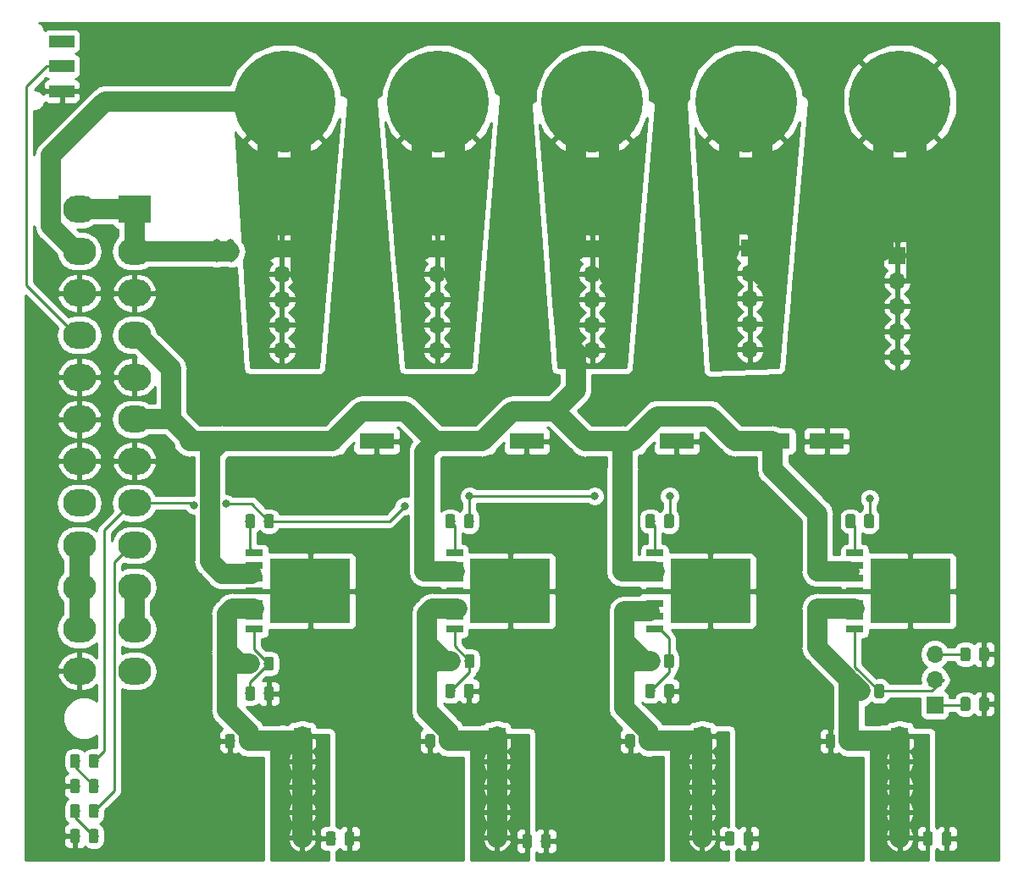
<source format=gbr>
G04 #@! TF.GenerationSoftware,KiCad,Pcbnew,(5.0.0-rc2-100-g6d77e594b)*
G04 #@! TF.CreationDate,2018-10-18T22:19:02+02:00*
G04 #@! TF.ProjectId,fuzzyduckv1,66757A7A796475636B76312E6B696361,rev?*
G04 #@! TF.SameCoordinates,Original*
G04 #@! TF.FileFunction,Copper,L1,Top,Signal*
G04 #@! TF.FilePolarity,Positive*
%FSLAX46Y46*%
G04 Gerber Fmt 4.6, Leading zero omitted, Abs format (unit mm)*
G04 Created by KiCad (PCBNEW (5.0.0-rc2-100-g6d77e594b)) date Thu Oct 18 22:19:02 2018*
%MOMM*%
%LPD*%
G01*
G04 APERTURE LIST*
G04 #@! TA.AperFunction,SMDPad,CuDef*
%ADD10R,3.500000X1.600000*%
G04 #@! TD*
G04 #@! TA.AperFunction,Conductor*
%ADD11C,0.100000*%
G04 #@! TD*
G04 #@! TA.AperFunction,SMDPad,CuDef*
%ADD12C,0.975000*%
G04 #@! TD*
G04 #@! TA.AperFunction,ComponentPad*
%ADD13R,3.300000X2.700000*%
G04 #@! TD*
G04 #@! TA.AperFunction,ComponentPad*
%ADD14O,3.300000X2.700000*%
G04 #@! TD*
G04 #@! TA.AperFunction,ComponentPad*
%ADD15C,10.160000*%
G04 #@! TD*
G04 #@! TA.AperFunction,ComponentPad*
%ADD16R,1.700000X1.700000*%
G04 #@! TD*
G04 #@! TA.AperFunction,ComponentPad*
%ADD17O,1.700000X1.700000*%
G04 #@! TD*
G04 #@! TA.AperFunction,SMDPad,CuDef*
%ADD18R,2.500000X1.250000*%
G04 #@! TD*
G04 #@! TA.AperFunction,SMDPad,CuDef*
%ADD19R,8.030000X6.500000*%
G04 #@! TD*
G04 #@! TA.AperFunction,SMDPad,CuDef*
%ADD20R,1.700000X0.650000*%
G04 #@! TD*
G04 #@! TA.AperFunction,ViaPad*
%ADD21C,0.800000*%
G04 #@! TD*
G04 #@! TA.AperFunction,Conductor*
%ADD22C,2.000000*%
G04 #@! TD*
G04 #@! TA.AperFunction,Conductor*
%ADD23C,0.250000*%
G04 #@! TD*
G04 #@! TA.AperFunction,Conductor*
%ADD24C,0.254000*%
G04 #@! TD*
G04 APERTURE END LIST*
D10*
G04 #@! TO.P,C1,2*
G04 #@! TO.N,GND*
X115200000Y-75000000D03*
G04 #@! TO.P,C1,1*
G04 #@! TO.N,+5V*
X109800000Y-75000000D03*
G04 #@! TD*
G04 #@! TO.P,C2,1*
G04 #@! TO.N,+5V*
X94800000Y-75000000D03*
G04 #@! TO.P,C2,2*
G04 #@! TO.N,GND*
X100200000Y-75000000D03*
G04 #@! TD*
G04 #@! TO.P,C3,2*
G04 #@! TO.N,GND*
X85200000Y-75000000D03*
G04 #@! TO.P,C3,1*
G04 #@! TO.N,+5V*
X79800000Y-75000000D03*
G04 #@! TD*
G04 #@! TO.P,C4,1*
G04 #@! TO.N,+5V*
X124800000Y-75000000D03*
G04 #@! TO.P,C4,2*
G04 #@! TO.N,GND*
X130200000Y-75000000D03*
G04 #@! TD*
D11*
G04 #@! TO.N,GND*
G04 #@! TO.C,C70*
G36*
X70830142Y-104301174D02*
X70853803Y-104304684D01*
X70877007Y-104310496D01*
X70899529Y-104318554D01*
X70921153Y-104328782D01*
X70941670Y-104341079D01*
X70960883Y-104355329D01*
X70978607Y-104371393D01*
X70994671Y-104389117D01*
X71008921Y-104408330D01*
X71021218Y-104428847D01*
X71031446Y-104450471D01*
X71039504Y-104472993D01*
X71045316Y-104496197D01*
X71048826Y-104519858D01*
X71050000Y-104543750D01*
X71050000Y-105456250D01*
X71048826Y-105480142D01*
X71045316Y-105503803D01*
X71039504Y-105527007D01*
X71031446Y-105549529D01*
X71021218Y-105571153D01*
X71008921Y-105591670D01*
X70994671Y-105610883D01*
X70978607Y-105628607D01*
X70960883Y-105644671D01*
X70941670Y-105658921D01*
X70921153Y-105671218D01*
X70899529Y-105681446D01*
X70877007Y-105689504D01*
X70853803Y-105695316D01*
X70830142Y-105698826D01*
X70806250Y-105700000D01*
X70318750Y-105700000D01*
X70294858Y-105698826D01*
X70271197Y-105695316D01*
X70247993Y-105689504D01*
X70225471Y-105681446D01*
X70203847Y-105671218D01*
X70183330Y-105658921D01*
X70164117Y-105644671D01*
X70146393Y-105628607D01*
X70130329Y-105610883D01*
X70116079Y-105591670D01*
X70103782Y-105571153D01*
X70093554Y-105549529D01*
X70085496Y-105527007D01*
X70079684Y-105503803D01*
X70076174Y-105480142D01*
X70075000Y-105456250D01*
X70075000Y-104543750D01*
X70076174Y-104519858D01*
X70079684Y-104496197D01*
X70085496Y-104472993D01*
X70093554Y-104450471D01*
X70103782Y-104428847D01*
X70116079Y-104408330D01*
X70130329Y-104389117D01*
X70146393Y-104371393D01*
X70164117Y-104355329D01*
X70183330Y-104341079D01*
X70203847Y-104328782D01*
X70225471Y-104318554D01*
X70247993Y-104310496D01*
X70271197Y-104304684D01*
X70294858Y-104301174D01*
X70318750Y-104300000D01*
X70806250Y-104300000D01*
X70830142Y-104301174D01*
X70830142Y-104301174D01*
G37*
D12*
G04 #@! TD*
G04 #@! TO.P,C70,2*
G04 #@! TO.N,GND*
X70562500Y-105000000D03*
D11*
G04 #@! TO.N,+1.0V*
G04 #@! TO.C,C70*
G36*
X72705142Y-104301174D02*
X72728803Y-104304684D01*
X72752007Y-104310496D01*
X72774529Y-104318554D01*
X72796153Y-104328782D01*
X72816670Y-104341079D01*
X72835883Y-104355329D01*
X72853607Y-104371393D01*
X72869671Y-104389117D01*
X72883921Y-104408330D01*
X72896218Y-104428847D01*
X72906446Y-104450471D01*
X72914504Y-104472993D01*
X72920316Y-104496197D01*
X72923826Y-104519858D01*
X72925000Y-104543750D01*
X72925000Y-105456250D01*
X72923826Y-105480142D01*
X72920316Y-105503803D01*
X72914504Y-105527007D01*
X72906446Y-105549529D01*
X72896218Y-105571153D01*
X72883921Y-105591670D01*
X72869671Y-105610883D01*
X72853607Y-105628607D01*
X72835883Y-105644671D01*
X72816670Y-105658921D01*
X72796153Y-105671218D01*
X72774529Y-105681446D01*
X72752007Y-105689504D01*
X72728803Y-105695316D01*
X72705142Y-105698826D01*
X72681250Y-105700000D01*
X72193750Y-105700000D01*
X72169858Y-105698826D01*
X72146197Y-105695316D01*
X72122993Y-105689504D01*
X72100471Y-105681446D01*
X72078847Y-105671218D01*
X72058330Y-105658921D01*
X72039117Y-105644671D01*
X72021393Y-105628607D01*
X72005329Y-105610883D01*
X71991079Y-105591670D01*
X71978782Y-105571153D01*
X71968554Y-105549529D01*
X71960496Y-105527007D01*
X71954684Y-105503803D01*
X71951174Y-105480142D01*
X71950000Y-105456250D01*
X71950000Y-104543750D01*
X71951174Y-104519858D01*
X71954684Y-104496197D01*
X71960496Y-104472993D01*
X71968554Y-104450471D01*
X71978782Y-104428847D01*
X71991079Y-104408330D01*
X72005329Y-104389117D01*
X72021393Y-104371393D01*
X72039117Y-104355329D01*
X72058330Y-104341079D01*
X72078847Y-104328782D01*
X72100471Y-104318554D01*
X72122993Y-104310496D01*
X72146197Y-104304684D01*
X72169858Y-104301174D01*
X72193750Y-104300000D01*
X72681250Y-104300000D01*
X72705142Y-104301174D01*
X72705142Y-104301174D01*
G37*
D12*
G04 #@! TD*
G04 #@! TO.P,C70,1*
G04 #@! TO.N,+1.0V*
X72437500Y-105000000D03*
D11*
G04 #@! TO.N,+1.8V*
G04 #@! TO.C,C71*
G36*
X112705142Y-104301174D02*
X112728803Y-104304684D01*
X112752007Y-104310496D01*
X112774529Y-104318554D01*
X112796153Y-104328782D01*
X112816670Y-104341079D01*
X112835883Y-104355329D01*
X112853607Y-104371393D01*
X112869671Y-104389117D01*
X112883921Y-104408330D01*
X112896218Y-104428847D01*
X112906446Y-104450471D01*
X112914504Y-104472993D01*
X112920316Y-104496197D01*
X112923826Y-104519858D01*
X112925000Y-104543750D01*
X112925000Y-105456250D01*
X112923826Y-105480142D01*
X112920316Y-105503803D01*
X112914504Y-105527007D01*
X112906446Y-105549529D01*
X112896218Y-105571153D01*
X112883921Y-105591670D01*
X112869671Y-105610883D01*
X112853607Y-105628607D01*
X112835883Y-105644671D01*
X112816670Y-105658921D01*
X112796153Y-105671218D01*
X112774529Y-105681446D01*
X112752007Y-105689504D01*
X112728803Y-105695316D01*
X112705142Y-105698826D01*
X112681250Y-105700000D01*
X112193750Y-105700000D01*
X112169858Y-105698826D01*
X112146197Y-105695316D01*
X112122993Y-105689504D01*
X112100471Y-105681446D01*
X112078847Y-105671218D01*
X112058330Y-105658921D01*
X112039117Y-105644671D01*
X112021393Y-105628607D01*
X112005329Y-105610883D01*
X111991079Y-105591670D01*
X111978782Y-105571153D01*
X111968554Y-105549529D01*
X111960496Y-105527007D01*
X111954684Y-105503803D01*
X111951174Y-105480142D01*
X111950000Y-105456250D01*
X111950000Y-104543750D01*
X111951174Y-104519858D01*
X111954684Y-104496197D01*
X111960496Y-104472993D01*
X111968554Y-104450471D01*
X111978782Y-104428847D01*
X111991079Y-104408330D01*
X112005329Y-104389117D01*
X112021393Y-104371393D01*
X112039117Y-104355329D01*
X112058330Y-104341079D01*
X112078847Y-104328782D01*
X112100471Y-104318554D01*
X112122993Y-104310496D01*
X112146197Y-104304684D01*
X112169858Y-104301174D01*
X112193750Y-104300000D01*
X112681250Y-104300000D01*
X112705142Y-104301174D01*
X112705142Y-104301174D01*
G37*
D12*
G04 #@! TD*
G04 #@! TO.P,C71,1*
G04 #@! TO.N,+1.8V*
X112437500Y-105000000D03*
D11*
G04 #@! TO.N,GND*
G04 #@! TO.C,C71*
G36*
X110830142Y-104301174D02*
X110853803Y-104304684D01*
X110877007Y-104310496D01*
X110899529Y-104318554D01*
X110921153Y-104328782D01*
X110941670Y-104341079D01*
X110960883Y-104355329D01*
X110978607Y-104371393D01*
X110994671Y-104389117D01*
X111008921Y-104408330D01*
X111021218Y-104428847D01*
X111031446Y-104450471D01*
X111039504Y-104472993D01*
X111045316Y-104496197D01*
X111048826Y-104519858D01*
X111050000Y-104543750D01*
X111050000Y-105456250D01*
X111048826Y-105480142D01*
X111045316Y-105503803D01*
X111039504Y-105527007D01*
X111031446Y-105549529D01*
X111021218Y-105571153D01*
X111008921Y-105591670D01*
X110994671Y-105610883D01*
X110978607Y-105628607D01*
X110960883Y-105644671D01*
X110941670Y-105658921D01*
X110921153Y-105671218D01*
X110899529Y-105681446D01*
X110877007Y-105689504D01*
X110853803Y-105695316D01*
X110830142Y-105698826D01*
X110806250Y-105700000D01*
X110318750Y-105700000D01*
X110294858Y-105698826D01*
X110271197Y-105695316D01*
X110247993Y-105689504D01*
X110225471Y-105681446D01*
X110203847Y-105671218D01*
X110183330Y-105658921D01*
X110164117Y-105644671D01*
X110146393Y-105628607D01*
X110130329Y-105610883D01*
X110116079Y-105591670D01*
X110103782Y-105571153D01*
X110093554Y-105549529D01*
X110085496Y-105527007D01*
X110079684Y-105503803D01*
X110076174Y-105480142D01*
X110075000Y-105456250D01*
X110075000Y-104543750D01*
X110076174Y-104519858D01*
X110079684Y-104496197D01*
X110085496Y-104472993D01*
X110093554Y-104450471D01*
X110103782Y-104428847D01*
X110116079Y-104408330D01*
X110130329Y-104389117D01*
X110146393Y-104371393D01*
X110164117Y-104355329D01*
X110183330Y-104341079D01*
X110203847Y-104328782D01*
X110225471Y-104318554D01*
X110247993Y-104310496D01*
X110271197Y-104304684D01*
X110294858Y-104301174D01*
X110318750Y-104300000D01*
X110806250Y-104300000D01*
X110830142Y-104301174D01*
X110830142Y-104301174D01*
G37*
D12*
G04 #@! TD*
G04 #@! TO.P,C71,2*
G04 #@! TO.N,GND*
X110562500Y-105000000D03*
D11*
G04 #@! TO.N,GND*
G04 #@! TO.C,C72*
G36*
X90830142Y-104301174D02*
X90853803Y-104304684D01*
X90877007Y-104310496D01*
X90899529Y-104318554D01*
X90921153Y-104328782D01*
X90941670Y-104341079D01*
X90960883Y-104355329D01*
X90978607Y-104371393D01*
X90994671Y-104389117D01*
X91008921Y-104408330D01*
X91021218Y-104428847D01*
X91031446Y-104450471D01*
X91039504Y-104472993D01*
X91045316Y-104496197D01*
X91048826Y-104519858D01*
X91050000Y-104543750D01*
X91050000Y-105456250D01*
X91048826Y-105480142D01*
X91045316Y-105503803D01*
X91039504Y-105527007D01*
X91031446Y-105549529D01*
X91021218Y-105571153D01*
X91008921Y-105591670D01*
X90994671Y-105610883D01*
X90978607Y-105628607D01*
X90960883Y-105644671D01*
X90941670Y-105658921D01*
X90921153Y-105671218D01*
X90899529Y-105681446D01*
X90877007Y-105689504D01*
X90853803Y-105695316D01*
X90830142Y-105698826D01*
X90806250Y-105700000D01*
X90318750Y-105700000D01*
X90294858Y-105698826D01*
X90271197Y-105695316D01*
X90247993Y-105689504D01*
X90225471Y-105681446D01*
X90203847Y-105671218D01*
X90183330Y-105658921D01*
X90164117Y-105644671D01*
X90146393Y-105628607D01*
X90130329Y-105610883D01*
X90116079Y-105591670D01*
X90103782Y-105571153D01*
X90093554Y-105549529D01*
X90085496Y-105527007D01*
X90079684Y-105503803D01*
X90076174Y-105480142D01*
X90075000Y-105456250D01*
X90075000Y-104543750D01*
X90076174Y-104519858D01*
X90079684Y-104496197D01*
X90085496Y-104472993D01*
X90093554Y-104450471D01*
X90103782Y-104428847D01*
X90116079Y-104408330D01*
X90130329Y-104389117D01*
X90146393Y-104371393D01*
X90164117Y-104355329D01*
X90183330Y-104341079D01*
X90203847Y-104328782D01*
X90225471Y-104318554D01*
X90247993Y-104310496D01*
X90271197Y-104304684D01*
X90294858Y-104301174D01*
X90318750Y-104300000D01*
X90806250Y-104300000D01*
X90830142Y-104301174D01*
X90830142Y-104301174D01*
G37*
D12*
G04 #@! TD*
G04 #@! TO.P,C72,2*
G04 #@! TO.N,GND*
X90562500Y-105000000D03*
D11*
G04 #@! TO.N,+1.2V*
G04 #@! TO.C,C72*
G36*
X92705142Y-104301174D02*
X92728803Y-104304684D01*
X92752007Y-104310496D01*
X92774529Y-104318554D01*
X92796153Y-104328782D01*
X92816670Y-104341079D01*
X92835883Y-104355329D01*
X92853607Y-104371393D01*
X92869671Y-104389117D01*
X92883921Y-104408330D01*
X92896218Y-104428847D01*
X92906446Y-104450471D01*
X92914504Y-104472993D01*
X92920316Y-104496197D01*
X92923826Y-104519858D01*
X92925000Y-104543750D01*
X92925000Y-105456250D01*
X92923826Y-105480142D01*
X92920316Y-105503803D01*
X92914504Y-105527007D01*
X92906446Y-105549529D01*
X92896218Y-105571153D01*
X92883921Y-105591670D01*
X92869671Y-105610883D01*
X92853607Y-105628607D01*
X92835883Y-105644671D01*
X92816670Y-105658921D01*
X92796153Y-105671218D01*
X92774529Y-105681446D01*
X92752007Y-105689504D01*
X92728803Y-105695316D01*
X92705142Y-105698826D01*
X92681250Y-105700000D01*
X92193750Y-105700000D01*
X92169858Y-105698826D01*
X92146197Y-105695316D01*
X92122993Y-105689504D01*
X92100471Y-105681446D01*
X92078847Y-105671218D01*
X92058330Y-105658921D01*
X92039117Y-105644671D01*
X92021393Y-105628607D01*
X92005329Y-105610883D01*
X91991079Y-105591670D01*
X91978782Y-105571153D01*
X91968554Y-105549529D01*
X91960496Y-105527007D01*
X91954684Y-105503803D01*
X91951174Y-105480142D01*
X91950000Y-105456250D01*
X91950000Y-104543750D01*
X91951174Y-104519858D01*
X91954684Y-104496197D01*
X91960496Y-104472993D01*
X91968554Y-104450471D01*
X91978782Y-104428847D01*
X91991079Y-104408330D01*
X92005329Y-104389117D01*
X92021393Y-104371393D01*
X92039117Y-104355329D01*
X92058330Y-104341079D01*
X92078847Y-104328782D01*
X92100471Y-104318554D01*
X92122993Y-104310496D01*
X92146197Y-104304684D01*
X92169858Y-104301174D01*
X92193750Y-104300000D01*
X92681250Y-104300000D01*
X92705142Y-104301174D01*
X92705142Y-104301174D01*
G37*
D12*
G04 #@! TD*
G04 #@! TO.P,C72,1*
G04 #@! TO.N,+1.2V*
X92437500Y-105000000D03*
D11*
G04 #@! TO.N,VCC_DDR*
G04 #@! TO.C,C73*
G36*
X132705142Y-104301174D02*
X132728803Y-104304684D01*
X132752007Y-104310496D01*
X132774529Y-104318554D01*
X132796153Y-104328782D01*
X132816670Y-104341079D01*
X132835883Y-104355329D01*
X132853607Y-104371393D01*
X132869671Y-104389117D01*
X132883921Y-104408330D01*
X132896218Y-104428847D01*
X132906446Y-104450471D01*
X132914504Y-104472993D01*
X132920316Y-104496197D01*
X132923826Y-104519858D01*
X132925000Y-104543750D01*
X132925000Y-105456250D01*
X132923826Y-105480142D01*
X132920316Y-105503803D01*
X132914504Y-105527007D01*
X132906446Y-105549529D01*
X132896218Y-105571153D01*
X132883921Y-105591670D01*
X132869671Y-105610883D01*
X132853607Y-105628607D01*
X132835883Y-105644671D01*
X132816670Y-105658921D01*
X132796153Y-105671218D01*
X132774529Y-105681446D01*
X132752007Y-105689504D01*
X132728803Y-105695316D01*
X132705142Y-105698826D01*
X132681250Y-105700000D01*
X132193750Y-105700000D01*
X132169858Y-105698826D01*
X132146197Y-105695316D01*
X132122993Y-105689504D01*
X132100471Y-105681446D01*
X132078847Y-105671218D01*
X132058330Y-105658921D01*
X132039117Y-105644671D01*
X132021393Y-105628607D01*
X132005329Y-105610883D01*
X131991079Y-105591670D01*
X131978782Y-105571153D01*
X131968554Y-105549529D01*
X131960496Y-105527007D01*
X131954684Y-105503803D01*
X131951174Y-105480142D01*
X131950000Y-105456250D01*
X131950000Y-104543750D01*
X131951174Y-104519858D01*
X131954684Y-104496197D01*
X131960496Y-104472993D01*
X131968554Y-104450471D01*
X131978782Y-104428847D01*
X131991079Y-104408330D01*
X132005329Y-104389117D01*
X132021393Y-104371393D01*
X132039117Y-104355329D01*
X132058330Y-104341079D01*
X132078847Y-104328782D01*
X132100471Y-104318554D01*
X132122993Y-104310496D01*
X132146197Y-104304684D01*
X132169858Y-104301174D01*
X132193750Y-104300000D01*
X132681250Y-104300000D01*
X132705142Y-104301174D01*
X132705142Y-104301174D01*
G37*
D12*
G04 #@! TD*
G04 #@! TO.P,C73,1*
G04 #@! TO.N,VCC_DDR*
X132437500Y-105000000D03*
D11*
G04 #@! TO.N,GND*
G04 #@! TO.C,C73*
G36*
X130830142Y-104301174D02*
X130853803Y-104304684D01*
X130877007Y-104310496D01*
X130899529Y-104318554D01*
X130921153Y-104328782D01*
X130941670Y-104341079D01*
X130960883Y-104355329D01*
X130978607Y-104371393D01*
X130994671Y-104389117D01*
X131008921Y-104408330D01*
X131021218Y-104428847D01*
X131031446Y-104450471D01*
X131039504Y-104472993D01*
X131045316Y-104496197D01*
X131048826Y-104519858D01*
X131050000Y-104543750D01*
X131050000Y-105456250D01*
X131048826Y-105480142D01*
X131045316Y-105503803D01*
X131039504Y-105527007D01*
X131031446Y-105549529D01*
X131021218Y-105571153D01*
X131008921Y-105591670D01*
X130994671Y-105610883D01*
X130978607Y-105628607D01*
X130960883Y-105644671D01*
X130941670Y-105658921D01*
X130921153Y-105671218D01*
X130899529Y-105681446D01*
X130877007Y-105689504D01*
X130853803Y-105695316D01*
X130830142Y-105698826D01*
X130806250Y-105700000D01*
X130318750Y-105700000D01*
X130294858Y-105698826D01*
X130271197Y-105695316D01*
X130247993Y-105689504D01*
X130225471Y-105681446D01*
X130203847Y-105671218D01*
X130183330Y-105658921D01*
X130164117Y-105644671D01*
X130146393Y-105628607D01*
X130130329Y-105610883D01*
X130116079Y-105591670D01*
X130103782Y-105571153D01*
X130093554Y-105549529D01*
X130085496Y-105527007D01*
X130079684Y-105503803D01*
X130076174Y-105480142D01*
X130075000Y-105456250D01*
X130075000Y-104543750D01*
X130076174Y-104519858D01*
X130079684Y-104496197D01*
X130085496Y-104472993D01*
X130093554Y-104450471D01*
X130103782Y-104428847D01*
X130116079Y-104408330D01*
X130130329Y-104389117D01*
X130146393Y-104371393D01*
X130164117Y-104355329D01*
X130183330Y-104341079D01*
X130203847Y-104328782D01*
X130225471Y-104318554D01*
X130247993Y-104310496D01*
X130271197Y-104304684D01*
X130294858Y-104301174D01*
X130318750Y-104300000D01*
X130806250Y-104300000D01*
X130830142Y-104301174D01*
X130830142Y-104301174D01*
G37*
D12*
G04 #@! TD*
G04 #@! TO.P,C73,2*
G04 #@! TO.N,GND*
X130562500Y-105000000D03*
D11*
G04 #@! TO.N,Net-(D1-Pad2)*
G04 #@! TO.C,D1*
G36*
X57205142Y-113801174D02*
X57228803Y-113804684D01*
X57252007Y-113810496D01*
X57274529Y-113818554D01*
X57296153Y-113828782D01*
X57316670Y-113841079D01*
X57335883Y-113855329D01*
X57353607Y-113871393D01*
X57369671Y-113889117D01*
X57383921Y-113908330D01*
X57396218Y-113928847D01*
X57406446Y-113950471D01*
X57414504Y-113972993D01*
X57420316Y-113996197D01*
X57423826Y-114019858D01*
X57425000Y-114043750D01*
X57425000Y-114956250D01*
X57423826Y-114980142D01*
X57420316Y-115003803D01*
X57414504Y-115027007D01*
X57406446Y-115049529D01*
X57396218Y-115071153D01*
X57383921Y-115091670D01*
X57369671Y-115110883D01*
X57353607Y-115128607D01*
X57335883Y-115144671D01*
X57316670Y-115158921D01*
X57296153Y-115171218D01*
X57274529Y-115181446D01*
X57252007Y-115189504D01*
X57228803Y-115195316D01*
X57205142Y-115198826D01*
X57181250Y-115200000D01*
X56693750Y-115200000D01*
X56669858Y-115198826D01*
X56646197Y-115195316D01*
X56622993Y-115189504D01*
X56600471Y-115181446D01*
X56578847Y-115171218D01*
X56558330Y-115158921D01*
X56539117Y-115144671D01*
X56521393Y-115128607D01*
X56505329Y-115110883D01*
X56491079Y-115091670D01*
X56478782Y-115071153D01*
X56468554Y-115049529D01*
X56460496Y-115027007D01*
X56454684Y-115003803D01*
X56451174Y-114980142D01*
X56450000Y-114956250D01*
X56450000Y-114043750D01*
X56451174Y-114019858D01*
X56454684Y-113996197D01*
X56460496Y-113972993D01*
X56468554Y-113950471D01*
X56478782Y-113928847D01*
X56491079Y-113908330D01*
X56505329Y-113889117D01*
X56521393Y-113871393D01*
X56539117Y-113855329D01*
X56558330Y-113841079D01*
X56578847Y-113828782D01*
X56600471Y-113818554D01*
X56622993Y-113810496D01*
X56646197Y-113804684D01*
X56669858Y-113801174D01*
X56693750Y-113800000D01*
X57181250Y-113800000D01*
X57205142Y-113801174D01*
X57205142Y-113801174D01*
G37*
D12*
G04 #@! TD*
G04 #@! TO.P,D1,2*
G04 #@! TO.N,Net-(D1-Pad2)*
X56937500Y-114500000D03*
D11*
G04 #@! TO.N,GND*
G04 #@! TO.C,D1*
G36*
X55330142Y-113801174D02*
X55353803Y-113804684D01*
X55377007Y-113810496D01*
X55399529Y-113818554D01*
X55421153Y-113828782D01*
X55441670Y-113841079D01*
X55460883Y-113855329D01*
X55478607Y-113871393D01*
X55494671Y-113889117D01*
X55508921Y-113908330D01*
X55521218Y-113928847D01*
X55531446Y-113950471D01*
X55539504Y-113972993D01*
X55545316Y-113996197D01*
X55548826Y-114019858D01*
X55550000Y-114043750D01*
X55550000Y-114956250D01*
X55548826Y-114980142D01*
X55545316Y-115003803D01*
X55539504Y-115027007D01*
X55531446Y-115049529D01*
X55521218Y-115071153D01*
X55508921Y-115091670D01*
X55494671Y-115110883D01*
X55478607Y-115128607D01*
X55460883Y-115144671D01*
X55441670Y-115158921D01*
X55421153Y-115171218D01*
X55399529Y-115181446D01*
X55377007Y-115189504D01*
X55353803Y-115195316D01*
X55330142Y-115198826D01*
X55306250Y-115200000D01*
X54818750Y-115200000D01*
X54794858Y-115198826D01*
X54771197Y-115195316D01*
X54747993Y-115189504D01*
X54725471Y-115181446D01*
X54703847Y-115171218D01*
X54683330Y-115158921D01*
X54664117Y-115144671D01*
X54646393Y-115128607D01*
X54630329Y-115110883D01*
X54616079Y-115091670D01*
X54603782Y-115071153D01*
X54593554Y-115049529D01*
X54585496Y-115027007D01*
X54579684Y-115003803D01*
X54576174Y-114980142D01*
X54575000Y-114956250D01*
X54575000Y-114043750D01*
X54576174Y-114019858D01*
X54579684Y-113996197D01*
X54585496Y-113972993D01*
X54593554Y-113950471D01*
X54603782Y-113928847D01*
X54616079Y-113908330D01*
X54630329Y-113889117D01*
X54646393Y-113871393D01*
X54664117Y-113855329D01*
X54683330Y-113841079D01*
X54703847Y-113828782D01*
X54725471Y-113818554D01*
X54747993Y-113810496D01*
X54771197Y-113804684D01*
X54794858Y-113801174D01*
X54818750Y-113800000D01*
X55306250Y-113800000D01*
X55330142Y-113801174D01*
X55330142Y-113801174D01*
G37*
D12*
G04 #@! TD*
G04 #@! TO.P,D1,1*
G04 #@! TO.N,GND*
X55062500Y-114500000D03*
D11*
G04 #@! TO.N,GND*
G04 #@! TO.C,D2*
G36*
X55330142Y-108801174D02*
X55353803Y-108804684D01*
X55377007Y-108810496D01*
X55399529Y-108818554D01*
X55421153Y-108828782D01*
X55441670Y-108841079D01*
X55460883Y-108855329D01*
X55478607Y-108871393D01*
X55494671Y-108889117D01*
X55508921Y-108908330D01*
X55521218Y-108928847D01*
X55531446Y-108950471D01*
X55539504Y-108972993D01*
X55545316Y-108996197D01*
X55548826Y-109019858D01*
X55550000Y-109043750D01*
X55550000Y-109956250D01*
X55548826Y-109980142D01*
X55545316Y-110003803D01*
X55539504Y-110027007D01*
X55531446Y-110049529D01*
X55521218Y-110071153D01*
X55508921Y-110091670D01*
X55494671Y-110110883D01*
X55478607Y-110128607D01*
X55460883Y-110144671D01*
X55441670Y-110158921D01*
X55421153Y-110171218D01*
X55399529Y-110181446D01*
X55377007Y-110189504D01*
X55353803Y-110195316D01*
X55330142Y-110198826D01*
X55306250Y-110200000D01*
X54818750Y-110200000D01*
X54794858Y-110198826D01*
X54771197Y-110195316D01*
X54747993Y-110189504D01*
X54725471Y-110181446D01*
X54703847Y-110171218D01*
X54683330Y-110158921D01*
X54664117Y-110144671D01*
X54646393Y-110128607D01*
X54630329Y-110110883D01*
X54616079Y-110091670D01*
X54603782Y-110071153D01*
X54593554Y-110049529D01*
X54585496Y-110027007D01*
X54579684Y-110003803D01*
X54576174Y-109980142D01*
X54575000Y-109956250D01*
X54575000Y-109043750D01*
X54576174Y-109019858D01*
X54579684Y-108996197D01*
X54585496Y-108972993D01*
X54593554Y-108950471D01*
X54603782Y-108928847D01*
X54616079Y-108908330D01*
X54630329Y-108889117D01*
X54646393Y-108871393D01*
X54664117Y-108855329D01*
X54683330Y-108841079D01*
X54703847Y-108828782D01*
X54725471Y-108818554D01*
X54747993Y-108810496D01*
X54771197Y-108804684D01*
X54794858Y-108801174D01*
X54818750Y-108800000D01*
X55306250Y-108800000D01*
X55330142Y-108801174D01*
X55330142Y-108801174D01*
G37*
D12*
G04 #@! TD*
G04 #@! TO.P,D2,1*
G04 #@! TO.N,GND*
X55062500Y-109500000D03*
D11*
G04 #@! TO.N,Net-(D2-Pad2)*
G04 #@! TO.C,D2*
G36*
X57205142Y-108801174D02*
X57228803Y-108804684D01*
X57252007Y-108810496D01*
X57274529Y-108818554D01*
X57296153Y-108828782D01*
X57316670Y-108841079D01*
X57335883Y-108855329D01*
X57353607Y-108871393D01*
X57369671Y-108889117D01*
X57383921Y-108908330D01*
X57396218Y-108928847D01*
X57406446Y-108950471D01*
X57414504Y-108972993D01*
X57420316Y-108996197D01*
X57423826Y-109019858D01*
X57425000Y-109043750D01*
X57425000Y-109956250D01*
X57423826Y-109980142D01*
X57420316Y-110003803D01*
X57414504Y-110027007D01*
X57406446Y-110049529D01*
X57396218Y-110071153D01*
X57383921Y-110091670D01*
X57369671Y-110110883D01*
X57353607Y-110128607D01*
X57335883Y-110144671D01*
X57316670Y-110158921D01*
X57296153Y-110171218D01*
X57274529Y-110181446D01*
X57252007Y-110189504D01*
X57228803Y-110195316D01*
X57205142Y-110198826D01*
X57181250Y-110200000D01*
X56693750Y-110200000D01*
X56669858Y-110198826D01*
X56646197Y-110195316D01*
X56622993Y-110189504D01*
X56600471Y-110181446D01*
X56578847Y-110171218D01*
X56558330Y-110158921D01*
X56539117Y-110144671D01*
X56521393Y-110128607D01*
X56505329Y-110110883D01*
X56491079Y-110091670D01*
X56478782Y-110071153D01*
X56468554Y-110049529D01*
X56460496Y-110027007D01*
X56454684Y-110003803D01*
X56451174Y-109980142D01*
X56450000Y-109956250D01*
X56450000Y-109043750D01*
X56451174Y-109019858D01*
X56454684Y-108996197D01*
X56460496Y-108972993D01*
X56468554Y-108950471D01*
X56478782Y-108928847D01*
X56491079Y-108908330D01*
X56505329Y-108889117D01*
X56521393Y-108871393D01*
X56539117Y-108855329D01*
X56558330Y-108841079D01*
X56578847Y-108828782D01*
X56600471Y-108818554D01*
X56622993Y-108810496D01*
X56646197Y-108804684D01*
X56669858Y-108801174D01*
X56693750Y-108800000D01*
X57181250Y-108800000D01*
X57205142Y-108801174D01*
X57205142Y-108801174D01*
G37*
D12*
G04 #@! TD*
G04 #@! TO.P,D2,2*
G04 #@! TO.N,Net-(D2-Pad2)*
X56937500Y-109500000D03*
D13*
G04 #@! TO.P,J1,1*
G04 #@! TO.N,+3.3V*
X61000000Y-51800000D03*
D14*
G04 #@! TO.P,J1,2*
X61000000Y-56000000D03*
G04 #@! TO.P,J1,3*
G04 #@! TO.N,GND*
X61000000Y-60200000D03*
G04 #@! TO.P,J1,4*
G04 #@! TO.N,+5V*
X61000000Y-64400000D03*
G04 #@! TO.P,J1,5*
G04 #@! TO.N,GND*
X61000000Y-68600000D03*
G04 #@! TO.P,J1,6*
G04 #@! TO.N,+5V*
X61000000Y-72800000D03*
G04 #@! TO.P,J1,7*
G04 #@! TO.N,GND*
X61000000Y-77000000D03*
G04 #@! TO.P,J1,8*
G04 #@! TO.N,ATX_POWEROK*
X61000000Y-81200000D03*
G04 #@! TO.P,J1,9*
G04 #@! TO.N,Net-(J1-Pad9)*
X61000000Y-85400000D03*
G04 #@! TO.P,J1,10*
G04 #@! TO.N,+12V*
X61000000Y-89600000D03*
G04 #@! TO.P,J1,11*
X61000000Y-93800000D03*
G04 #@! TO.P,J1,12*
G04 #@! TO.N,+3.3V*
X61000000Y-98000000D03*
G04 #@! TO.P,J1,13*
X55500000Y-51800000D03*
G04 #@! TO.P,J1,14*
G04 #@! TO.N,-12V*
X55500000Y-56000000D03*
G04 #@! TO.P,J1,15*
G04 #@! TO.N,GND*
X55500000Y-60200000D03*
G04 #@! TO.P,J1,16*
G04 #@! TO.N,Net-(J1-Pad16)*
X55500000Y-64400000D03*
G04 #@! TO.P,J1,17*
G04 #@! TO.N,GND*
X55500000Y-68600000D03*
G04 #@! TO.P,J1,18*
X55500000Y-72800000D03*
G04 #@! TO.P,J1,19*
X55500000Y-77000000D03*
G04 #@! TO.P,J1,20*
G04 #@! TO.N,Net-(J1-Pad20)*
X55500000Y-81200000D03*
G04 #@! TO.P,J1,21*
G04 #@! TO.N,+5V*
X55500000Y-85400000D03*
G04 #@! TO.P,J1,22*
X55500000Y-89600000D03*
G04 #@! TO.P,J1,23*
X55500000Y-93800000D03*
G04 #@! TO.P,J1,24*
G04 #@! TO.N,GND*
X55500000Y-98000000D03*
G04 #@! TD*
D15*
G04 #@! TO.P,J2,1*
G04 #@! TO.N,+12V*
X91375000Y-41000000D03*
G04 #@! TD*
G04 #@! TO.P,J4,1*
G04 #@! TO.N,-12V*
X76000000Y-41000000D03*
G04 #@! TD*
G04 #@! TO.P,J5,1*
G04 #@! TO.N,+5V*
X106750000Y-41000000D03*
G04 #@! TD*
G04 #@! TO.P,J8,1*
G04 #@! TO.N,+3.3V*
X122125000Y-41000000D03*
G04 #@! TD*
G04 #@! TO.P,J9,1*
G04 #@! TO.N,GND*
X137500000Y-41000000D03*
G04 #@! TD*
D16*
G04 #@! TO.P,J17,1*
G04 #@! TO.N,Net-(J17-Pad1)*
X141000000Y-101404492D03*
D17*
G04 #@! TO.P,J17,2*
G04 #@! TO.N,Net-(J17-Pad2)*
X141000000Y-98864492D03*
G04 #@! TO.P,J17,3*
G04 #@! TO.N,Net-(J17-Pad3)*
X141000000Y-96324492D03*
G04 #@! TD*
D11*
G04 #@! TO.N,ATX_POWEROK*
G04 #@! TO.C,R1*
G36*
X74705142Y-82301174D02*
X74728803Y-82304684D01*
X74752007Y-82310496D01*
X74774529Y-82318554D01*
X74796153Y-82328782D01*
X74816670Y-82341079D01*
X74835883Y-82355329D01*
X74853607Y-82371393D01*
X74869671Y-82389117D01*
X74883921Y-82408330D01*
X74896218Y-82428847D01*
X74906446Y-82450471D01*
X74914504Y-82472993D01*
X74920316Y-82496197D01*
X74923826Y-82519858D01*
X74925000Y-82543750D01*
X74925000Y-83456250D01*
X74923826Y-83480142D01*
X74920316Y-83503803D01*
X74914504Y-83527007D01*
X74906446Y-83549529D01*
X74896218Y-83571153D01*
X74883921Y-83591670D01*
X74869671Y-83610883D01*
X74853607Y-83628607D01*
X74835883Y-83644671D01*
X74816670Y-83658921D01*
X74796153Y-83671218D01*
X74774529Y-83681446D01*
X74752007Y-83689504D01*
X74728803Y-83695316D01*
X74705142Y-83698826D01*
X74681250Y-83700000D01*
X74193750Y-83700000D01*
X74169858Y-83698826D01*
X74146197Y-83695316D01*
X74122993Y-83689504D01*
X74100471Y-83681446D01*
X74078847Y-83671218D01*
X74058330Y-83658921D01*
X74039117Y-83644671D01*
X74021393Y-83628607D01*
X74005329Y-83610883D01*
X73991079Y-83591670D01*
X73978782Y-83571153D01*
X73968554Y-83549529D01*
X73960496Y-83527007D01*
X73954684Y-83503803D01*
X73951174Y-83480142D01*
X73950000Y-83456250D01*
X73950000Y-82543750D01*
X73951174Y-82519858D01*
X73954684Y-82496197D01*
X73960496Y-82472993D01*
X73968554Y-82450471D01*
X73978782Y-82428847D01*
X73991079Y-82408330D01*
X74005329Y-82389117D01*
X74021393Y-82371393D01*
X74039117Y-82355329D01*
X74058330Y-82341079D01*
X74078847Y-82328782D01*
X74100471Y-82318554D01*
X74122993Y-82310496D01*
X74146197Y-82304684D01*
X74169858Y-82301174D01*
X74193750Y-82300000D01*
X74681250Y-82300000D01*
X74705142Y-82301174D01*
X74705142Y-82301174D01*
G37*
D12*
G04 #@! TD*
G04 #@! TO.P,R1,2*
G04 #@! TO.N,ATX_POWEROK*
X74437500Y-83000000D03*
D11*
G04 #@! TO.N,Net-(R1-Pad1)*
G04 #@! TO.C,R1*
G36*
X72830142Y-82301174D02*
X72853803Y-82304684D01*
X72877007Y-82310496D01*
X72899529Y-82318554D01*
X72921153Y-82328782D01*
X72941670Y-82341079D01*
X72960883Y-82355329D01*
X72978607Y-82371393D01*
X72994671Y-82389117D01*
X73008921Y-82408330D01*
X73021218Y-82428847D01*
X73031446Y-82450471D01*
X73039504Y-82472993D01*
X73045316Y-82496197D01*
X73048826Y-82519858D01*
X73050000Y-82543750D01*
X73050000Y-83456250D01*
X73048826Y-83480142D01*
X73045316Y-83503803D01*
X73039504Y-83527007D01*
X73031446Y-83549529D01*
X73021218Y-83571153D01*
X73008921Y-83591670D01*
X72994671Y-83610883D01*
X72978607Y-83628607D01*
X72960883Y-83644671D01*
X72941670Y-83658921D01*
X72921153Y-83671218D01*
X72899529Y-83681446D01*
X72877007Y-83689504D01*
X72853803Y-83695316D01*
X72830142Y-83698826D01*
X72806250Y-83700000D01*
X72318750Y-83700000D01*
X72294858Y-83698826D01*
X72271197Y-83695316D01*
X72247993Y-83689504D01*
X72225471Y-83681446D01*
X72203847Y-83671218D01*
X72183330Y-83658921D01*
X72164117Y-83644671D01*
X72146393Y-83628607D01*
X72130329Y-83610883D01*
X72116079Y-83591670D01*
X72103782Y-83571153D01*
X72093554Y-83549529D01*
X72085496Y-83527007D01*
X72079684Y-83503803D01*
X72076174Y-83480142D01*
X72075000Y-83456250D01*
X72075000Y-82543750D01*
X72076174Y-82519858D01*
X72079684Y-82496197D01*
X72085496Y-82472993D01*
X72093554Y-82450471D01*
X72103782Y-82428847D01*
X72116079Y-82408330D01*
X72130329Y-82389117D01*
X72146393Y-82371393D01*
X72164117Y-82355329D01*
X72183330Y-82341079D01*
X72203847Y-82328782D01*
X72225471Y-82318554D01*
X72247993Y-82310496D01*
X72271197Y-82304684D01*
X72294858Y-82301174D01*
X72318750Y-82300000D01*
X72806250Y-82300000D01*
X72830142Y-82301174D01*
X72830142Y-82301174D01*
G37*
D12*
G04 #@! TD*
G04 #@! TO.P,R1,1*
G04 #@! TO.N,Net-(R1-Pad1)*
X72562500Y-83000000D03*
D11*
G04 #@! TO.N,Net-(R2-Pad1)*
G04 #@! TO.C,R2*
G36*
X112830142Y-82301174D02*
X112853803Y-82304684D01*
X112877007Y-82310496D01*
X112899529Y-82318554D01*
X112921153Y-82328782D01*
X112941670Y-82341079D01*
X112960883Y-82355329D01*
X112978607Y-82371393D01*
X112994671Y-82389117D01*
X113008921Y-82408330D01*
X113021218Y-82428847D01*
X113031446Y-82450471D01*
X113039504Y-82472993D01*
X113045316Y-82496197D01*
X113048826Y-82519858D01*
X113050000Y-82543750D01*
X113050000Y-83456250D01*
X113048826Y-83480142D01*
X113045316Y-83503803D01*
X113039504Y-83527007D01*
X113031446Y-83549529D01*
X113021218Y-83571153D01*
X113008921Y-83591670D01*
X112994671Y-83610883D01*
X112978607Y-83628607D01*
X112960883Y-83644671D01*
X112941670Y-83658921D01*
X112921153Y-83671218D01*
X112899529Y-83681446D01*
X112877007Y-83689504D01*
X112853803Y-83695316D01*
X112830142Y-83698826D01*
X112806250Y-83700000D01*
X112318750Y-83700000D01*
X112294858Y-83698826D01*
X112271197Y-83695316D01*
X112247993Y-83689504D01*
X112225471Y-83681446D01*
X112203847Y-83671218D01*
X112183330Y-83658921D01*
X112164117Y-83644671D01*
X112146393Y-83628607D01*
X112130329Y-83610883D01*
X112116079Y-83591670D01*
X112103782Y-83571153D01*
X112093554Y-83549529D01*
X112085496Y-83527007D01*
X112079684Y-83503803D01*
X112076174Y-83480142D01*
X112075000Y-83456250D01*
X112075000Y-82543750D01*
X112076174Y-82519858D01*
X112079684Y-82496197D01*
X112085496Y-82472993D01*
X112093554Y-82450471D01*
X112103782Y-82428847D01*
X112116079Y-82408330D01*
X112130329Y-82389117D01*
X112146393Y-82371393D01*
X112164117Y-82355329D01*
X112183330Y-82341079D01*
X112203847Y-82328782D01*
X112225471Y-82318554D01*
X112247993Y-82310496D01*
X112271197Y-82304684D01*
X112294858Y-82301174D01*
X112318750Y-82300000D01*
X112806250Y-82300000D01*
X112830142Y-82301174D01*
X112830142Y-82301174D01*
G37*
D12*
G04 #@! TD*
G04 #@! TO.P,R2,1*
G04 #@! TO.N,Net-(R2-Pad1)*
X112562500Y-83000000D03*
D11*
G04 #@! TO.N,ATX_POWEROK*
G04 #@! TO.C,R2*
G36*
X114705142Y-82301174D02*
X114728803Y-82304684D01*
X114752007Y-82310496D01*
X114774529Y-82318554D01*
X114796153Y-82328782D01*
X114816670Y-82341079D01*
X114835883Y-82355329D01*
X114853607Y-82371393D01*
X114869671Y-82389117D01*
X114883921Y-82408330D01*
X114896218Y-82428847D01*
X114906446Y-82450471D01*
X114914504Y-82472993D01*
X114920316Y-82496197D01*
X114923826Y-82519858D01*
X114925000Y-82543750D01*
X114925000Y-83456250D01*
X114923826Y-83480142D01*
X114920316Y-83503803D01*
X114914504Y-83527007D01*
X114906446Y-83549529D01*
X114896218Y-83571153D01*
X114883921Y-83591670D01*
X114869671Y-83610883D01*
X114853607Y-83628607D01*
X114835883Y-83644671D01*
X114816670Y-83658921D01*
X114796153Y-83671218D01*
X114774529Y-83681446D01*
X114752007Y-83689504D01*
X114728803Y-83695316D01*
X114705142Y-83698826D01*
X114681250Y-83700000D01*
X114193750Y-83700000D01*
X114169858Y-83698826D01*
X114146197Y-83695316D01*
X114122993Y-83689504D01*
X114100471Y-83681446D01*
X114078847Y-83671218D01*
X114058330Y-83658921D01*
X114039117Y-83644671D01*
X114021393Y-83628607D01*
X114005329Y-83610883D01*
X113991079Y-83591670D01*
X113978782Y-83571153D01*
X113968554Y-83549529D01*
X113960496Y-83527007D01*
X113954684Y-83503803D01*
X113951174Y-83480142D01*
X113950000Y-83456250D01*
X113950000Y-82543750D01*
X113951174Y-82519858D01*
X113954684Y-82496197D01*
X113960496Y-82472993D01*
X113968554Y-82450471D01*
X113978782Y-82428847D01*
X113991079Y-82408330D01*
X114005329Y-82389117D01*
X114021393Y-82371393D01*
X114039117Y-82355329D01*
X114058330Y-82341079D01*
X114078847Y-82328782D01*
X114100471Y-82318554D01*
X114122993Y-82310496D01*
X114146197Y-82304684D01*
X114169858Y-82301174D01*
X114193750Y-82300000D01*
X114681250Y-82300000D01*
X114705142Y-82301174D01*
X114705142Y-82301174D01*
G37*
D12*
G04 #@! TD*
G04 #@! TO.P,R2,2*
G04 #@! TO.N,ATX_POWEROK*
X114437500Y-83000000D03*
D11*
G04 #@! TO.N,ATX_POWEROK*
G04 #@! TO.C,R3*
G36*
X94705142Y-82301174D02*
X94728803Y-82304684D01*
X94752007Y-82310496D01*
X94774529Y-82318554D01*
X94796153Y-82328782D01*
X94816670Y-82341079D01*
X94835883Y-82355329D01*
X94853607Y-82371393D01*
X94869671Y-82389117D01*
X94883921Y-82408330D01*
X94896218Y-82428847D01*
X94906446Y-82450471D01*
X94914504Y-82472993D01*
X94920316Y-82496197D01*
X94923826Y-82519858D01*
X94925000Y-82543750D01*
X94925000Y-83456250D01*
X94923826Y-83480142D01*
X94920316Y-83503803D01*
X94914504Y-83527007D01*
X94906446Y-83549529D01*
X94896218Y-83571153D01*
X94883921Y-83591670D01*
X94869671Y-83610883D01*
X94853607Y-83628607D01*
X94835883Y-83644671D01*
X94816670Y-83658921D01*
X94796153Y-83671218D01*
X94774529Y-83681446D01*
X94752007Y-83689504D01*
X94728803Y-83695316D01*
X94705142Y-83698826D01*
X94681250Y-83700000D01*
X94193750Y-83700000D01*
X94169858Y-83698826D01*
X94146197Y-83695316D01*
X94122993Y-83689504D01*
X94100471Y-83681446D01*
X94078847Y-83671218D01*
X94058330Y-83658921D01*
X94039117Y-83644671D01*
X94021393Y-83628607D01*
X94005329Y-83610883D01*
X93991079Y-83591670D01*
X93978782Y-83571153D01*
X93968554Y-83549529D01*
X93960496Y-83527007D01*
X93954684Y-83503803D01*
X93951174Y-83480142D01*
X93950000Y-83456250D01*
X93950000Y-82543750D01*
X93951174Y-82519858D01*
X93954684Y-82496197D01*
X93960496Y-82472993D01*
X93968554Y-82450471D01*
X93978782Y-82428847D01*
X93991079Y-82408330D01*
X94005329Y-82389117D01*
X94021393Y-82371393D01*
X94039117Y-82355329D01*
X94058330Y-82341079D01*
X94078847Y-82328782D01*
X94100471Y-82318554D01*
X94122993Y-82310496D01*
X94146197Y-82304684D01*
X94169858Y-82301174D01*
X94193750Y-82300000D01*
X94681250Y-82300000D01*
X94705142Y-82301174D01*
X94705142Y-82301174D01*
G37*
D12*
G04 #@! TD*
G04 #@! TO.P,R3,2*
G04 #@! TO.N,ATX_POWEROK*
X94437500Y-83000000D03*
D11*
G04 #@! TO.N,Net-(R3-Pad1)*
G04 #@! TO.C,R3*
G36*
X92830142Y-82301174D02*
X92853803Y-82304684D01*
X92877007Y-82310496D01*
X92899529Y-82318554D01*
X92921153Y-82328782D01*
X92941670Y-82341079D01*
X92960883Y-82355329D01*
X92978607Y-82371393D01*
X92994671Y-82389117D01*
X93008921Y-82408330D01*
X93021218Y-82428847D01*
X93031446Y-82450471D01*
X93039504Y-82472993D01*
X93045316Y-82496197D01*
X93048826Y-82519858D01*
X93050000Y-82543750D01*
X93050000Y-83456250D01*
X93048826Y-83480142D01*
X93045316Y-83503803D01*
X93039504Y-83527007D01*
X93031446Y-83549529D01*
X93021218Y-83571153D01*
X93008921Y-83591670D01*
X92994671Y-83610883D01*
X92978607Y-83628607D01*
X92960883Y-83644671D01*
X92941670Y-83658921D01*
X92921153Y-83671218D01*
X92899529Y-83681446D01*
X92877007Y-83689504D01*
X92853803Y-83695316D01*
X92830142Y-83698826D01*
X92806250Y-83700000D01*
X92318750Y-83700000D01*
X92294858Y-83698826D01*
X92271197Y-83695316D01*
X92247993Y-83689504D01*
X92225471Y-83681446D01*
X92203847Y-83671218D01*
X92183330Y-83658921D01*
X92164117Y-83644671D01*
X92146393Y-83628607D01*
X92130329Y-83610883D01*
X92116079Y-83591670D01*
X92103782Y-83571153D01*
X92093554Y-83549529D01*
X92085496Y-83527007D01*
X92079684Y-83503803D01*
X92076174Y-83480142D01*
X92075000Y-83456250D01*
X92075000Y-82543750D01*
X92076174Y-82519858D01*
X92079684Y-82496197D01*
X92085496Y-82472993D01*
X92093554Y-82450471D01*
X92103782Y-82428847D01*
X92116079Y-82408330D01*
X92130329Y-82389117D01*
X92146393Y-82371393D01*
X92164117Y-82355329D01*
X92183330Y-82341079D01*
X92203847Y-82328782D01*
X92225471Y-82318554D01*
X92247993Y-82310496D01*
X92271197Y-82304684D01*
X92294858Y-82301174D01*
X92318750Y-82300000D01*
X92806250Y-82300000D01*
X92830142Y-82301174D01*
X92830142Y-82301174D01*
G37*
D12*
G04 #@! TD*
G04 #@! TO.P,R3,1*
G04 #@! TO.N,Net-(R3-Pad1)*
X92562500Y-83000000D03*
D11*
G04 #@! TO.N,ATX_POWEROK*
G04 #@! TO.C,R4*
G36*
X134705142Y-82301174D02*
X134728803Y-82304684D01*
X134752007Y-82310496D01*
X134774529Y-82318554D01*
X134796153Y-82328782D01*
X134816670Y-82341079D01*
X134835883Y-82355329D01*
X134853607Y-82371393D01*
X134869671Y-82389117D01*
X134883921Y-82408330D01*
X134896218Y-82428847D01*
X134906446Y-82450471D01*
X134914504Y-82472993D01*
X134920316Y-82496197D01*
X134923826Y-82519858D01*
X134925000Y-82543750D01*
X134925000Y-83456250D01*
X134923826Y-83480142D01*
X134920316Y-83503803D01*
X134914504Y-83527007D01*
X134906446Y-83549529D01*
X134896218Y-83571153D01*
X134883921Y-83591670D01*
X134869671Y-83610883D01*
X134853607Y-83628607D01*
X134835883Y-83644671D01*
X134816670Y-83658921D01*
X134796153Y-83671218D01*
X134774529Y-83681446D01*
X134752007Y-83689504D01*
X134728803Y-83695316D01*
X134705142Y-83698826D01*
X134681250Y-83700000D01*
X134193750Y-83700000D01*
X134169858Y-83698826D01*
X134146197Y-83695316D01*
X134122993Y-83689504D01*
X134100471Y-83681446D01*
X134078847Y-83671218D01*
X134058330Y-83658921D01*
X134039117Y-83644671D01*
X134021393Y-83628607D01*
X134005329Y-83610883D01*
X133991079Y-83591670D01*
X133978782Y-83571153D01*
X133968554Y-83549529D01*
X133960496Y-83527007D01*
X133954684Y-83503803D01*
X133951174Y-83480142D01*
X133950000Y-83456250D01*
X133950000Y-82543750D01*
X133951174Y-82519858D01*
X133954684Y-82496197D01*
X133960496Y-82472993D01*
X133968554Y-82450471D01*
X133978782Y-82428847D01*
X133991079Y-82408330D01*
X134005329Y-82389117D01*
X134021393Y-82371393D01*
X134039117Y-82355329D01*
X134058330Y-82341079D01*
X134078847Y-82328782D01*
X134100471Y-82318554D01*
X134122993Y-82310496D01*
X134146197Y-82304684D01*
X134169858Y-82301174D01*
X134193750Y-82300000D01*
X134681250Y-82300000D01*
X134705142Y-82301174D01*
X134705142Y-82301174D01*
G37*
D12*
G04 #@! TD*
G04 #@! TO.P,R4,2*
G04 #@! TO.N,ATX_POWEROK*
X134437500Y-83000000D03*
D11*
G04 #@! TO.N,Net-(R4-Pad1)*
G04 #@! TO.C,R4*
G36*
X132830142Y-82301174D02*
X132853803Y-82304684D01*
X132877007Y-82310496D01*
X132899529Y-82318554D01*
X132921153Y-82328782D01*
X132941670Y-82341079D01*
X132960883Y-82355329D01*
X132978607Y-82371393D01*
X132994671Y-82389117D01*
X133008921Y-82408330D01*
X133021218Y-82428847D01*
X133031446Y-82450471D01*
X133039504Y-82472993D01*
X133045316Y-82496197D01*
X133048826Y-82519858D01*
X133050000Y-82543750D01*
X133050000Y-83456250D01*
X133048826Y-83480142D01*
X133045316Y-83503803D01*
X133039504Y-83527007D01*
X133031446Y-83549529D01*
X133021218Y-83571153D01*
X133008921Y-83591670D01*
X132994671Y-83610883D01*
X132978607Y-83628607D01*
X132960883Y-83644671D01*
X132941670Y-83658921D01*
X132921153Y-83671218D01*
X132899529Y-83681446D01*
X132877007Y-83689504D01*
X132853803Y-83695316D01*
X132830142Y-83698826D01*
X132806250Y-83700000D01*
X132318750Y-83700000D01*
X132294858Y-83698826D01*
X132271197Y-83695316D01*
X132247993Y-83689504D01*
X132225471Y-83681446D01*
X132203847Y-83671218D01*
X132183330Y-83658921D01*
X132164117Y-83644671D01*
X132146393Y-83628607D01*
X132130329Y-83610883D01*
X132116079Y-83591670D01*
X132103782Y-83571153D01*
X132093554Y-83549529D01*
X132085496Y-83527007D01*
X132079684Y-83503803D01*
X132076174Y-83480142D01*
X132075000Y-83456250D01*
X132075000Y-82543750D01*
X132076174Y-82519858D01*
X132079684Y-82496197D01*
X132085496Y-82472993D01*
X132093554Y-82450471D01*
X132103782Y-82428847D01*
X132116079Y-82408330D01*
X132130329Y-82389117D01*
X132146393Y-82371393D01*
X132164117Y-82355329D01*
X132183330Y-82341079D01*
X132203847Y-82328782D01*
X132225471Y-82318554D01*
X132247993Y-82310496D01*
X132271197Y-82304684D01*
X132294858Y-82301174D01*
X132318750Y-82300000D01*
X132806250Y-82300000D01*
X132830142Y-82301174D01*
X132830142Y-82301174D01*
G37*
D12*
G04 #@! TD*
G04 #@! TO.P,R4,1*
G04 #@! TO.N,Net-(R4-Pad1)*
X132562500Y-83000000D03*
D11*
G04 #@! TO.N,+1.0V*
G04 #@! TO.C,R5*
G36*
X72830142Y-96551174D02*
X72853803Y-96554684D01*
X72877007Y-96560496D01*
X72899529Y-96568554D01*
X72921153Y-96578782D01*
X72941670Y-96591079D01*
X72960883Y-96605329D01*
X72978607Y-96621393D01*
X72994671Y-96639117D01*
X73008921Y-96658330D01*
X73021218Y-96678847D01*
X73031446Y-96700471D01*
X73039504Y-96722993D01*
X73045316Y-96746197D01*
X73048826Y-96769858D01*
X73050000Y-96793750D01*
X73050000Y-97706250D01*
X73048826Y-97730142D01*
X73045316Y-97753803D01*
X73039504Y-97777007D01*
X73031446Y-97799529D01*
X73021218Y-97821153D01*
X73008921Y-97841670D01*
X72994671Y-97860883D01*
X72978607Y-97878607D01*
X72960883Y-97894671D01*
X72941670Y-97908921D01*
X72921153Y-97921218D01*
X72899529Y-97931446D01*
X72877007Y-97939504D01*
X72853803Y-97945316D01*
X72830142Y-97948826D01*
X72806250Y-97950000D01*
X72318750Y-97950000D01*
X72294858Y-97948826D01*
X72271197Y-97945316D01*
X72247993Y-97939504D01*
X72225471Y-97931446D01*
X72203847Y-97921218D01*
X72183330Y-97908921D01*
X72164117Y-97894671D01*
X72146393Y-97878607D01*
X72130329Y-97860883D01*
X72116079Y-97841670D01*
X72103782Y-97821153D01*
X72093554Y-97799529D01*
X72085496Y-97777007D01*
X72079684Y-97753803D01*
X72076174Y-97730142D01*
X72075000Y-97706250D01*
X72075000Y-96793750D01*
X72076174Y-96769858D01*
X72079684Y-96746197D01*
X72085496Y-96722993D01*
X72093554Y-96700471D01*
X72103782Y-96678847D01*
X72116079Y-96658330D01*
X72130329Y-96639117D01*
X72146393Y-96621393D01*
X72164117Y-96605329D01*
X72183330Y-96591079D01*
X72203847Y-96578782D01*
X72225471Y-96568554D01*
X72247993Y-96560496D01*
X72271197Y-96554684D01*
X72294858Y-96551174D01*
X72318750Y-96550000D01*
X72806250Y-96550000D01*
X72830142Y-96551174D01*
X72830142Y-96551174D01*
G37*
D12*
G04 #@! TD*
G04 #@! TO.P,R5,1*
G04 #@! TO.N,+1.0V*
X72562500Y-97250000D03*
D11*
G04 #@! TO.N,Net-(R5-Pad2)*
G04 #@! TO.C,R5*
G36*
X74705142Y-96551174D02*
X74728803Y-96554684D01*
X74752007Y-96560496D01*
X74774529Y-96568554D01*
X74796153Y-96578782D01*
X74816670Y-96591079D01*
X74835883Y-96605329D01*
X74853607Y-96621393D01*
X74869671Y-96639117D01*
X74883921Y-96658330D01*
X74896218Y-96678847D01*
X74906446Y-96700471D01*
X74914504Y-96722993D01*
X74920316Y-96746197D01*
X74923826Y-96769858D01*
X74925000Y-96793750D01*
X74925000Y-97706250D01*
X74923826Y-97730142D01*
X74920316Y-97753803D01*
X74914504Y-97777007D01*
X74906446Y-97799529D01*
X74896218Y-97821153D01*
X74883921Y-97841670D01*
X74869671Y-97860883D01*
X74853607Y-97878607D01*
X74835883Y-97894671D01*
X74816670Y-97908921D01*
X74796153Y-97921218D01*
X74774529Y-97931446D01*
X74752007Y-97939504D01*
X74728803Y-97945316D01*
X74705142Y-97948826D01*
X74681250Y-97950000D01*
X74193750Y-97950000D01*
X74169858Y-97948826D01*
X74146197Y-97945316D01*
X74122993Y-97939504D01*
X74100471Y-97931446D01*
X74078847Y-97921218D01*
X74058330Y-97908921D01*
X74039117Y-97894671D01*
X74021393Y-97878607D01*
X74005329Y-97860883D01*
X73991079Y-97841670D01*
X73978782Y-97821153D01*
X73968554Y-97799529D01*
X73960496Y-97777007D01*
X73954684Y-97753803D01*
X73951174Y-97730142D01*
X73950000Y-97706250D01*
X73950000Y-96793750D01*
X73951174Y-96769858D01*
X73954684Y-96746197D01*
X73960496Y-96722993D01*
X73968554Y-96700471D01*
X73978782Y-96678847D01*
X73991079Y-96658330D01*
X74005329Y-96639117D01*
X74021393Y-96621393D01*
X74039117Y-96605329D01*
X74058330Y-96591079D01*
X74078847Y-96578782D01*
X74100471Y-96568554D01*
X74122993Y-96560496D01*
X74146197Y-96554684D01*
X74169858Y-96551174D01*
X74193750Y-96550000D01*
X74681250Y-96550000D01*
X74705142Y-96551174D01*
X74705142Y-96551174D01*
G37*
D12*
G04 #@! TD*
G04 #@! TO.P,R5,2*
G04 #@! TO.N,Net-(R5-Pad2)*
X74437500Y-97250000D03*
D11*
G04 #@! TO.N,GND*
G04 #@! TO.C,R6*
G36*
X74705142Y-99551174D02*
X74728803Y-99554684D01*
X74752007Y-99560496D01*
X74774529Y-99568554D01*
X74796153Y-99578782D01*
X74816670Y-99591079D01*
X74835883Y-99605329D01*
X74853607Y-99621393D01*
X74869671Y-99639117D01*
X74883921Y-99658330D01*
X74896218Y-99678847D01*
X74906446Y-99700471D01*
X74914504Y-99722993D01*
X74920316Y-99746197D01*
X74923826Y-99769858D01*
X74925000Y-99793750D01*
X74925000Y-100706250D01*
X74923826Y-100730142D01*
X74920316Y-100753803D01*
X74914504Y-100777007D01*
X74906446Y-100799529D01*
X74896218Y-100821153D01*
X74883921Y-100841670D01*
X74869671Y-100860883D01*
X74853607Y-100878607D01*
X74835883Y-100894671D01*
X74816670Y-100908921D01*
X74796153Y-100921218D01*
X74774529Y-100931446D01*
X74752007Y-100939504D01*
X74728803Y-100945316D01*
X74705142Y-100948826D01*
X74681250Y-100950000D01*
X74193750Y-100950000D01*
X74169858Y-100948826D01*
X74146197Y-100945316D01*
X74122993Y-100939504D01*
X74100471Y-100931446D01*
X74078847Y-100921218D01*
X74058330Y-100908921D01*
X74039117Y-100894671D01*
X74021393Y-100878607D01*
X74005329Y-100860883D01*
X73991079Y-100841670D01*
X73978782Y-100821153D01*
X73968554Y-100799529D01*
X73960496Y-100777007D01*
X73954684Y-100753803D01*
X73951174Y-100730142D01*
X73950000Y-100706250D01*
X73950000Y-99793750D01*
X73951174Y-99769858D01*
X73954684Y-99746197D01*
X73960496Y-99722993D01*
X73968554Y-99700471D01*
X73978782Y-99678847D01*
X73991079Y-99658330D01*
X74005329Y-99639117D01*
X74021393Y-99621393D01*
X74039117Y-99605329D01*
X74058330Y-99591079D01*
X74078847Y-99578782D01*
X74100471Y-99568554D01*
X74122993Y-99560496D01*
X74146197Y-99554684D01*
X74169858Y-99551174D01*
X74193750Y-99550000D01*
X74681250Y-99550000D01*
X74705142Y-99551174D01*
X74705142Y-99551174D01*
G37*
D12*
G04 #@! TD*
G04 #@! TO.P,R6,2*
G04 #@! TO.N,GND*
X74437500Y-100250000D03*
D11*
G04 #@! TO.N,Net-(R5-Pad2)*
G04 #@! TO.C,R6*
G36*
X72830142Y-99551174D02*
X72853803Y-99554684D01*
X72877007Y-99560496D01*
X72899529Y-99568554D01*
X72921153Y-99578782D01*
X72941670Y-99591079D01*
X72960883Y-99605329D01*
X72978607Y-99621393D01*
X72994671Y-99639117D01*
X73008921Y-99658330D01*
X73021218Y-99678847D01*
X73031446Y-99700471D01*
X73039504Y-99722993D01*
X73045316Y-99746197D01*
X73048826Y-99769858D01*
X73050000Y-99793750D01*
X73050000Y-100706250D01*
X73048826Y-100730142D01*
X73045316Y-100753803D01*
X73039504Y-100777007D01*
X73031446Y-100799529D01*
X73021218Y-100821153D01*
X73008921Y-100841670D01*
X72994671Y-100860883D01*
X72978607Y-100878607D01*
X72960883Y-100894671D01*
X72941670Y-100908921D01*
X72921153Y-100921218D01*
X72899529Y-100931446D01*
X72877007Y-100939504D01*
X72853803Y-100945316D01*
X72830142Y-100948826D01*
X72806250Y-100950000D01*
X72318750Y-100950000D01*
X72294858Y-100948826D01*
X72271197Y-100945316D01*
X72247993Y-100939504D01*
X72225471Y-100931446D01*
X72203847Y-100921218D01*
X72183330Y-100908921D01*
X72164117Y-100894671D01*
X72146393Y-100878607D01*
X72130329Y-100860883D01*
X72116079Y-100841670D01*
X72103782Y-100821153D01*
X72093554Y-100799529D01*
X72085496Y-100777007D01*
X72079684Y-100753803D01*
X72076174Y-100730142D01*
X72075000Y-100706250D01*
X72075000Y-99793750D01*
X72076174Y-99769858D01*
X72079684Y-99746197D01*
X72085496Y-99722993D01*
X72093554Y-99700471D01*
X72103782Y-99678847D01*
X72116079Y-99658330D01*
X72130329Y-99639117D01*
X72146393Y-99621393D01*
X72164117Y-99605329D01*
X72183330Y-99591079D01*
X72203847Y-99578782D01*
X72225471Y-99568554D01*
X72247993Y-99560496D01*
X72271197Y-99554684D01*
X72294858Y-99551174D01*
X72318750Y-99550000D01*
X72806250Y-99550000D01*
X72830142Y-99551174D01*
X72830142Y-99551174D01*
G37*
D12*
G04 #@! TD*
G04 #@! TO.P,R6,1*
G04 #@! TO.N,Net-(R5-Pad2)*
X72562500Y-100250000D03*
D11*
G04 #@! TO.N,+1.8V*
G04 #@! TO.C,R7*
G36*
X112830142Y-96301174D02*
X112853803Y-96304684D01*
X112877007Y-96310496D01*
X112899529Y-96318554D01*
X112921153Y-96328782D01*
X112941670Y-96341079D01*
X112960883Y-96355329D01*
X112978607Y-96371393D01*
X112994671Y-96389117D01*
X113008921Y-96408330D01*
X113021218Y-96428847D01*
X113031446Y-96450471D01*
X113039504Y-96472993D01*
X113045316Y-96496197D01*
X113048826Y-96519858D01*
X113050000Y-96543750D01*
X113050000Y-97456250D01*
X113048826Y-97480142D01*
X113045316Y-97503803D01*
X113039504Y-97527007D01*
X113031446Y-97549529D01*
X113021218Y-97571153D01*
X113008921Y-97591670D01*
X112994671Y-97610883D01*
X112978607Y-97628607D01*
X112960883Y-97644671D01*
X112941670Y-97658921D01*
X112921153Y-97671218D01*
X112899529Y-97681446D01*
X112877007Y-97689504D01*
X112853803Y-97695316D01*
X112830142Y-97698826D01*
X112806250Y-97700000D01*
X112318750Y-97700000D01*
X112294858Y-97698826D01*
X112271197Y-97695316D01*
X112247993Y-97689504D01*
X112225471Y-97681446D01*
X112203847Y-97671218D01*
X112183330Y-97658921D01*
X112164117Y-97644671D01*
X112146393Y-97628607D01*
X112130329Y-97610883D01*
X112116079Y-97591670D01*
X112103782Y-97571153D01*
X112093554Y-97549529D01*
X112085496Y-97527007D01*
X112079684Y-97503803D01*
X112076174Y-97480142D01*
X112075000Y-97456250D01*
X112075000Y-96543750D01*
X112076174Y-96519858D01*
X112079684Y-96496197D01*
X112085496Y-96472993D01*
X112093554Y-96450471D01*
X112103782Y-96428847D01*
X112116079Y-96408330D01*
X112130329Y-96389117D01*
X112146393Y-96371393D01*
X112164117Y-96355329D01*
X112183330Y-96341079D01*
X112203847Y-96328782D01*
X112225471Y-96318554D01*
X112247993Y-96310496D01*
X112271197Y-96304684D01*
X112294858Y-96301174D01*
X112318750Y-96300000D01*
X112806250Y-96300000D01*
X112830142Y-96301174D01*
X112830142Y-96301174D01*
G37*
D12*
G04 #@! TD*
G04 #@! TO.P,R7,1*
G04 #@! TO.N,+1.8V*
X112562500Y-97000000D03*
D11*
G04 #@! TO.N,Net-(R7-Pad2)*
G04 #@! TO.C,R7*
G36*
X114705142Y-96301174D02*
X114728803Y-96304684D01*
X114752007Y-96310496D01*
X114774529Y-96318554D01*
X114796153Y-96328782D01*
X114816670Y-96341079D01*
X114835883Y-96355329D01*
X114853607Y-96371393D01*
X114869671Y-96389117D01*
X114883921Y-96408330D01*
X114896218Y-96428847D01*
X114906446Y-96450471D01*
X114914504Y-96472993D01*
X114920316Y-96496197D01*
X114923826Y-96519858D01*
X114925000Y-96543750D01*
X114925000Y-97456250D01*
X114923826Y-97480142D01*
X114920316Y-97503803D01*
X114914504Y-97527007D01*
X114906446Y-97549529D01*
X114896218Y-97571153D01*
X114883921Y-97591670D01*
X114869671Y-97610883D01*
X114853607Y-97628607D01*
X114835883Y-97644671D01*
X114816670Y-97658921D01*
X114796153Y-97671218D01*
X114774529Y-97681446D01*
X114752007Y-97689504D01*
X114728803Y-97695316D01*
X114705142Y-97698826D01*
X114681250Y-97700000D01*
X114193750Y-97700000D01*
X114169858Y-97698826D01*
X114146197Y-97695316D01*
X114122993Y-97689504D01*
X114100471Y-97681446D01*
X114078847Y-97671218D01*
X114058330Y-97658921D01*
X114039117Y-97644671D01*
X114021393Y-97628607D01*
X114005329Y-97610883D01*
X113991079Y-97591670D01*
X113978782Y-97571153D01*
X113968554Y-97549529D01*
X113960496Y-97527007D01*
X113954684Y-97503803D01*
X113951174Y-97480142D01*
X113950000Y-97456250D01*
X113950000Y-96543750D01*
X113951174Y-96519858D01*
X113954684Y-96496197D01*
X113960496Y-96472993D01*
X113968554Y-96450471D01*
X113978782Y-96428847D01*
X113991079Y-96408330D01*
X114005329Y-96389117D01*
X114021393Y-96371393D01*
X114039117Y-96355329D01*
X114058330Y-96341079D01*
X114078847Y-96328782D01*
X114100471Y-96318554D01*
X114122993Y-96310496D01*
X114146197Y-96304684D01*
X114169858Y-96301174D01*
X114193750Y-96300000D01*
X114681250Y-96300000D01*
X114705142Y-96301174D01*
X114705142Y-96301174D01*
G37*
D12*
G04 #@! TD*
G04 #@! TO.P,R7,2*
G04 #@! TO.N,Net-(R7-Pad2)*
X114437500Y-97000000D03*
D11*
G04 #@! TO.N,GND*
G04 #@! TO.C,R8*
G36*
X114705142Y-99301174D02*
X114728803Y-99304684D01*
X114752007Y-99310496D01*
X114774529Y-99318554D01*
X114796153Y-99328782D01*
X114816670Y-99341079D01*
X114835883Y-99355329D01*
X114853607Y-99371393D01*
X114869671Y-99389117D01*
X114883921Y-99408330D01*
X114896218Y-99428847D01*
X114906446Y-99450471D01*
X114914504Y-99472993D01*
X114920316Y-99496197D01*
X114923826Y-99519858D01*
X114925000Y-99543750D01*
X114925000Y-100456250D01*
X114923826Y-100480142D01*
X114920316Y-100503803D01*
X114914504Y-100527007D01*
X114906446Y-100549529D01*
X114896218Y-100571153D01*
X114883921Y-100591670D01*
X114869671Y-100610883D01*
X114853607Y-100628607D01*
X114835883Y-100644671D01*
X114816670Y-100658921D01*
X114796153Y-100671218D01*
X114774529Y-100681446D01*
X114752007Y-100689504D01*
X114728803Y-100695316D01*
X114705142Y-100698826D01*
X114681250Y-100700000D01*
X114193750Y-100700000D01*
X114169858Y-100698826D01*
X114146197Y-100695316D01*
X114122993Y-100689504D01*
X114100471Y-100681446D01*
X114078847Y-100671218D01*
X114058330Y-100658921D01*
X114039117Y-100644671D01*
X114021393Y-100628607D01*
X114005329Y-100610883D01*
X113991079Y-100591670D01*
X113978782Y-100571153D01*
X113968554Y-100549529D01*
X113960496Y-100527007D01*
X113954684Y-100503803D01*
X113951174Y-100480142D01*
X113950000Y-100456250D01*
X113950000Y-99543750D01*
X113951174Y-99519858D01*
X113954684Y-99496197D01*
X113960496Y-99472993D01*
X113968554Y-99450471D01*
X113978782Y-99428847D01*
X113991079Y-99408330D01*
X114005329Y-99389117D01*
X114021393Y-99371393D01*
X114039117Y-99355329D01*
X114058330Y-99341079D01*
X114078847Y-99328782D01*
X114100471Y-99318554D01*
X114122993Y-99310496D01*
X114146197Y-99304684D01*
X114169858Y-99301174D01*
X114193750Y-99300000D01*
X114681250Y-99300000D01*
X114705142Y-99301174D01*
X114705142Y-99301174D01*
G37*
D12*
G04 #@! TD*
G04 #@! TO.P,R8,2*
G04 #@! TO.N,GND*
X114437500Y-100000000D03*
D11*
G04 #@! TO.N,Net-(R7-Pad2)*
G04 #@! TO.C,R8*
G36*
X112830142Y-99301174D02*
X112853803Y-99304684D01*
X112877007Y-99310496D01*
X112899529Y-99318554D01*
X112921153Y-99328782D01*
X112941670Y-99341079D01*
X112960883Y-99355329D01*
X112978607Y-99371393D01*
X112994671Y-99389117D01*
X113008921Y-99408330D01*
X113021218Y-99428847D01*
X113031446Y-99450471D01*
X113039504Y-99472993D01*
X113045316Y-99496197D01*
X113048826Y-99519858D01*
X113050000Y-99543750D01*
X113050000Y-100456250D01*
X113048826Y-100480142D01*
X113045316Y-100503803D01*
X113039504Y-100527007D01*
X113031446Y-100549529D01*
X113021218Y-100571153D01*
X113008921Y-100591670D01*
X112994671Y-100610883D01*
X112978607Y-100628607D01*
X112960883Y-100644671D01*
X112941670Y-100658921D01*
X112921153Y-100671218D01*
X112899529Y-100681446D01*
X112877007Y-100689504D01*
X112853803Y-100695316D01*
X112830142Y-100698826D01*
X112806250Y-100700000D01*
X112318750Y-100700000D01*
X112294858Y-100698826D01*
X112271197Y-100695316D01*
X112247993Y-100689504D01*
X112225471Y-100681446D01*
X112203847Y-100671218D01*
X112183330Y-100658921D01*
X112164117Y-100644671D01*
X112146393Y-100628607D01*
X112130329Y-100610883D01*
X112116079Y-100591670D01*
X112103782Y-100571153D01*
X112093554Y-100549529D01*
X112085496Y-100527007D01*
X112079684Y-100503803D01*
X112076174Y-100480142D01*
X112075000Y-100456250D01*
X112075000Y-99543750D01*
X112076174Y-99519858D01*
X112079684Y-99496197D01*
X112085496Y-99472993D01*
X112093554Y-99450471D01*
X112103782Y-99428847D01*
X112116079Y-99408330D01*
X112130329Y-99389117D01*
X112146393Y-99371393D01*
X112164117Y-99355329D01*
X112183330Y-99341079D01*
X112203847Y-99328782D01*
X112225471Y-99318554D01*
X112247993Y-99310496D01*
X112271197Y-99304684D01*
X112294858Y-99301174D01*
X112318750Y-99300000D01*
X112806250Y-99300000D01*
X112830142Y-99301174D01*
X112830142Y-99301174D01*
G37*
D12*
G04 #@! TD*
G04 #@! TO.P,R8,1*
G04 #@! TO.N,Net-(R7-Pad2)*
X112562500Y-100000000D03*
D11*
G04 #@! TO.N,+1.2V*
G04 #@! TO.C,R9*
G36*
X92892642Y-96301174D02*
X92916303Y-96304684D01*
X92939507Y-96310496D01*
X92962029Y-96318554D01*
X92983653Y-96328782D01*
X93004170Y-96341079D01*
X93023383Y-96355329D01*
X93041107Y-96371393D01*
X93057171Y-96389117D01*
X93071421Y-96408330D01*
X93083718Y-96428847D01*
X93093946Y-96450471D01*
X93102004Y-96472993D01*
X93107816Y-96496197D01*
X93111326Y-96519858D01*
X93112500Y-96543750D01*
X93112500Y-97456250D01*
X93111326Y-97480142D01*
X93107816Y-97503803D01*
X93102004Y-97527007D01*
X93093946Y-97549529D01*
X93083718Y-97571153D01*
X93071421Y-97591670D01*
X93057171Y-97610883D01*
X93041107Y-97628607D01*
X93023383Y-97644671D01*
X93004170Y-97658921D01*
X92983653Y-97671218D01*
X92962029Y-97681446D01*
X92939507Y-97689504D01*
X92916303Y-97695316D01*
X92892642Y-97698826D01*
X92868750Y-97700000D01*
X92381250Y-97700000D01*
X92357358Y-97698826D01*
X92333697Y-97695316D01*
X92310493Y-97689504D01*
X92287971Y-97681446D01*
X92266347Y-97671218D01*
X92245830Y-97658921D01*
X92226617Y-97644671D01*
X92208893Y-97628607D01*
X92192829Y-97610883D01*
X92178579Y-97591670D01*
X92166282Y-97571153D01*
X92156054Y-97549529D01*
X92147996Y-97527007D01*
X92142184Y-97503803D01*
X92138674Y-97480142D01*
X92137500Y-97456250D01*
X92137500Y-96543750D01*
X92138674Y-96519858D01*
X92142184Y-96496197D01*
X92147996Y-96472993D01*
X92156054Y-96450471D01*
X92166282Y-96428847D01*
X92178579Y-96408330D01*
X92192829Y-96389117D01*
X92208893Y-96371393D01*
X92226617Y-96355329D01*
X92245830Y-96341079D01*
X92266347Y-96328782D01*
X92287971Y-96318554D01*
X92310493Y-96310496D01*
X92333697Y-96304684D01*
X92357358Y-96301174D01*
X92381250Y-96300000D01*
X92868750Y-96300000D01*
X92892642Y-96301174D01*
X92892642Y-96301174D01*
G37*
D12*
G04 #@! TD*
G04 #@! TO.P,R9,1*
G04 #@! TO.N,+1.2V*
X92625000Y-97000000D03*
D11*
G04 #@! TO.N,Net-(R10-Pad1)*
G04 #@! TO.C,R9*
G36*
X94767642Y-96301174D02*
X94791303Y-96304684D01*
X94814507Y-96310496D01*
X94837029Y-96318554D01*
X94858653Y-96328782D01*
X94879170Y-96341079D01*
X94898383Y-96355329D01*
X94916107Y-96371393D01*
X94932171Y-96389117D01*
X94946421Y-96408330D01*
X94958718Y-96428847D01*
X94968946Y-96450471D01*
X94977004Y-96472993D01*
X94982816Y-96496197D01*
X94986326Y-96519858D01*
X94987500Y-96543750D01*
X94987500Y-97456250D01*
X94986326Y-97480142D01*
X94982816Y-97503803D01*
X94977004Y-97527007D01*
X94968946Y-97549529D01*
X94958718Y-97571153D01*
X94946421Y-97591670D01*
X94932171Y-97610883D01*
X94916107Y-97628607D01*
X94898383Y-97644671D01*
X94879170Y-97658921D01*
X94858653Y-97671218D01*
X94837029Y-97681446D01*
X94814507Y-97689504D01*
X94791303Y-97695316D01*
X94767642Y-97698826D01*
X94743750Y-97700000D01*
X94256250Y-97700000D01*
X94232358Y-97698826D01*
X94208697Y-97695316D01*
X94185493Y-97689504D01*
X94162971Y-97681446D01*
X94141347Y-97671218D01*
X94120830Y-97658921D01*
X94101617Y-97644671D01*
X94083893Y-97628607D01*
X94067829Y-97610883D01*
X94053579Y-97591670D01*
X94041282Y-97571153D01*
X94031054Y-97549529D01*
X94022996Y-97527007D01*
X94017184Y-97503803D01*
X94013674Y-97480142D01*
X94012500Y-97456250D01*
X94012500Y-96543750D01*
X94013674Y-96519858D01*
X94017184Y-96496197D01*
X94022996Y-96472993D01*
X94031054Y-96450471D01*
X94041282Y-96428847D01*
X94053579Y-96408330D01*
X94067829Y-96389117D01*
X94083893Y-96371393D01*
X94101617Y-96355329D01*
X94120830Y-96341079D01*
X94141347Y-96328782D01*
X94162971Y-96318554D01*
X94185493Y-96310496D01*
X94208697Y-96304684D01*
X94232358Y-96301174D01*
X94256250Y-96300000D01*
X94743750Y-96300000D01*
X94767642Y-96301174D01*
X94767642Y-96301174D01*
G37*
D12*
G04 #@! TD*
G04 #@! TO.P,R9,2*
G04 #@! TO.N,Net-(R10-Pad1)*
X94500000Y-97000000D03*
D11*
G04 #@! TO.N,GND*
G04 #@! TO.C,R10*
G36*
X94705142Y-99301174D02*
X94728803Y-99304684D01*
X94752007Y-99310496D01*
X94774529Y-99318554D01*
X94796153Y-99328782D01*
X94816670Y-99341079D01*
X94835883Y-99355329D01*
X94853607Y-99371393D01*
X94869671Y-99389117D01*
X94883921Y-99408330D01*
X94896218Y-99428847D01*
X94906446Y-99450471D01*
X94914504Y-99472993D01*
X94920316Y-99496197D01*
X94923826Y-99519858D01*
X94925000Y-99543750D01*
X94925000Y-100456250D01*
X94923826Y-100480142D01*
X94920316Y-100503803D01*
X94914504Y-100527007D01*
X94906446Y-100549529D01*
X94896218Y-100571153D01*
X94883921Y-100591670D01*
X94869671Y-100610883D01*
X94853607Y-100628607D01*
X94835883Y-100644671D01*
X94816670Y-100658921D01*
X94796153Y-100671218D01*
X94774529Y-100681446D01*
X94752007Y-100689504D01*
X94728803Y-100695316D01*
X94705142Y-100698826D01*
X94681250Y-100700000D01*
X94193750Y-100700000D01*
X94169858Y-100698826D01*
X94146197Y-100695316D01*
X94122993Y-100689504D01*
X94100471Y-100681446D01*
X94078847Y-100671218D01*
X94058330Y-100658921D01*
X94039117Y-100644671D01*
X94021393Y-100628607D01*
X94005329Y-100610883D01*
X93991079Y-100591670D01*
X93978782Y-100571153D01*
X93968554Y-100549529D01*
X93960496Y-100527007D01*
X93954684Y-100503803D01*
X93951174Y-100480142D01*
X93950000Y-100456250D01*
X93950000Y-99543750D01*
X93951174Y-99519858D01*
X93954684Y-99496197D01*
X93960496Y-99472993D01*
X93968554Y-99450471D01*
X93978782Y-99428847D01*
X93991079Y-99408330D01*
X94005329Y-99389117D01*
X94021393Y-99371393D01*
X94039117Y-99355329D01*
X94058330Y-99341079D01*
X94078847Y-99328782D01*
X94100471Y-99318554D01*
X94122993Y-99310496D01*
X94146197Y-99304684D01*
X94169858Y-99301174D01*
X94193750Y-99300000D01*
X94681250Y-99300000D01*
X94705142Y-99301174D01*
X94705142Y-99301174D01*
G37*
D12*
G04 #@! TD*
G04 #@! TO.P,R10,2*
G04 #@! TO.N,GND*
X94437500Y-100000000D03*
D11*
G04 #@! TO.N,Net-(R10-Pad1)*
G04 #@! TO.C,R10*
G36*
X92830142Y-99301174D02*
X92853803Y-99304684D01*
X92877007Y-99310496D01*
X92899529Y-99318554D01*
X92921153Y-99328782D01*
X92941670Y-99341079D01*
X92960883Y-99355329D01*
X92978607Y-99371393D01*
X92994671Y-99389117D01*
X93008921Y-99408330D01*
X93021218Y-99428847D01*
X93031446Y-99450471D01*
X93039504Y-99472993D01*
X93045316Y-99496197D01*
X93048826Y-99519858D01*
X93050000Y-99543750D01*
X93050000Y-100456250D01*
X93048826Y-100480142D01*
X93045316Y-100503803D01*
X93039504Y-100527007D01*
X93031446Y-100549529D01*
X93021218Y-100571153D01*
X93008921Y-100591670D01*
X92994671Y-100610883D01*
X92978607Y-100628607D01*
X92960883Y-100644671D01*
X92941670Y-100658921D01*
X92921153Y-100671218D01*
X92899529Y-100681446D01*
X92877007Y-100689504D01*
X92853803Y-100695316D01*
X92830142Y-100698826D01*
X92806250Y-100700000D01*
X92318750Y-100700000D01*
X92294858Y-100698826D01*
X92271197Y-100695316D01*
X92247993Y-100689504D01*
X92225471Y-100681446D01*
X92203847Y-100671218D01*
X92183330Y-100658921D01*
X92164117Y-100644671D01*
X92146393Y-100628607D01*
X92130329Y-100610883D01*
X92116079Y-100591670D01*
X92103782Y-100571153D01*
X92093554Y-100549529D01*
X92085496Y-100527007D01*
X92079684Y-100503803D01*
X92076174Y-100480142D01*
X92075000Y-100456250D01*
X92075000Y-99543750D01*
X92076174Y-99519858D01*
X92079684Y-99496197D01*
X92085496Y-99472993D01*
X92093554Y-99450471D01*
X92103782Y-99428847D01*
X92116079Y-99408330D01*
X92130329Y-99389117D01*
X92146393Y-99371393D01*
X92164117Y-99355329D01*
X92183330Y-99341079D01*
X92203847Y-99328782D01*
X92225471Y-99318554D01*
X92247993Y-99310496D01*
X92271197Y-99304684D01*
X92294858Y-99301174D01*
X92318750Y-99300000D01*
X92806250Y-99300000D01*
X92830142Y-99301174D01*
X92830142Y-99301174D01*
G37*
D12*
G04 #@! TD*
G04 #@! TO.P,R10,1*
G04 #@! TO.N,Net-(R10-Pad1)*
X92562500Y-100000000D03*
D11*
G04 #@! TO.N,Net-(J17-Pad2)*
G04 #@! TO.C,R11*
G36*
X135705142Y-99301174D02*
X135728803Y-99304684D01*
X135752007Y-99310496D01*
X135774529Y-99318554D01*
X135796153Y-99328782D01*
X135816670Y-99341079D01*
X135835883Y-99355329D01*
X135853607Y-99371393D01*
X135869671Y-99389117D01*
X135883921Y-99408330D01*
X135896218Y-99428847D01*
X135906446Y-99450471D01*
X135914504Y-99472993D01*
X135920316Y-99496197D01*
X135923826Y-99519858D01*
X135925000Y-99543750D01*
X135925000Y-100456250D01*
X135923826Y-100480142D01*
X135920316Y-100503803D01*
X135914504Y-100527007D01*
X135906446Y-100549529D01*
X135896218Y-100571153D01*
X135883921Y-100591670D01*
X135869671Y-100610883D01*
X135853607Y-100628607D01*
X135835883Y-100644671D01*
X135816670Y-100658921D01*
X135796153Y-100671218D01*
X135774529Y-100681446D01*
X135752007Y-100689504D01*
X135728803Y-100695316D01*
X135705142Y-100698826D01*
X135681250Y-100700000D01*
X135193750Y-100700000D01*
X135169858Y-100698826D01*
X135146197Y-100695316D01*
X135122993Y-100689504D01*
X135100471Y-100681446D01*
X135078847Y-100671218D01*
X135058330Y-100658921D01*
X135039117Y-100644671D01*
X135021393Y-100628607D01*
X135005329Y-100610883D01*
X134991079Y-100591670D01*
X134978782Y-100571153D01*
X134968554Y-100549529D01*
X134960496Y-100527007D01*
X134954684Y-100503803D01*
X134951174Y-100480142D01*
X134950000Y-100456250D01*
X134950000Y-99543750D01*
X134951174Y-99519858D01*
X134954684Y-99496197D01*
X134960496Y-99472993D01*
X134968554Y-99450471D01*
X134978782Y-99428847D01*
X134991079Y-99408330D01*
X135005329Y-99389117D01*
X135021393Y-99371393D01*
X135039117Y-99355329D01*
X135058330Y-99341079D01*
X135078847Y-99328782D01*
X135100471Y-99318554D01*
X135122993Y-99310496D01*
X135146197Y-99304684D01*
X135169858Y-99301174D01*
X135193750Y-99300000D01*
X135681250Y-99300000D01*
X135705142Y-99301174D01*
X135705142Y-99301174D01*
G37*
D12*
G04 #@! TD*
G04 #@! TO.P,R11,2*
G04 #@! TO.N,Net-(J17-Pad2)*
X135437500Y-100000000D03*
D11*
G04 #@! TO.N,VCC_DDR*
G04 #@! TO.C,R11*
G36*
X133830142Y-99301174D02*
X133853803Y-99304684D01*
X133877007Y-99310496D01*
X133899529Y-99318554D01*
X133921153Y-99328782D01*
X133941670Y-99341079D01*
X133960883Y-99355329D01*
X133978607Y-99371393D01*
X133994671Y-99389117D01*
X134008921Y-99408330D01*
X134021218Y-99428847D01*
X134031446Y-99450471D01*
X134039504Y-99472993D01*
X134045316Y-99496197D01*
X134048826Y-99519858D01*
X134050000Y-99543750D01*
X134050000Y-100456250D01*
X134048826Y-100480142D01*
X134045316Y-100503803D01*
X134039504Y-100527007D01*
X134031446Y-100549529D01*
X134021218Y-100571153D01*
X134008921Y-100591670D01*
X133994671Y-100610883D01*
X133978607Y-100628607D01*
X133960883Y-100644671D01*
X133941670Y-100658921D01*
X133921153Y-100671218D01*
X133899529Y-100681446D01*
X133877007Y-100689504D01*
X133853803Y-100695316D01*
X133830142Y-100698826D01*
X133806250Y-100700000D01*
X133318750Y-100700000D01*
X133294858Y-100698826D01*
X133271197Y-100695316D01*
X133247993Y-100689504D01*
X133225471Y-100681446D01*
X133203847Y-100671218D01*
X133183330Y-100658921D01*
X133164117Y-100644671D01*
X133146393Y-100628607D01*
X133130329Y-100610883D01*
X133116079Y-100591670D01*
X133103782Y-100571153D01*
X133093554Y-100549529D01*
X133085496Y-100527007D01*
X133079684Y-100503803D01*
X133076174Y-100480142D01*
X133075000Y-100456250D01*
X133075000Y-99543750D01*
X133076174Y-99519858D01*
X133079684Y-99496197D01*
X133085496Y-99472993D01*
X133093554Y-99450471D01*
X133103782Y-99428847D01*
X133116079Y-99408330D01*
X133130329Y-99389117D01*
X133146393Y-99371393D01*
X133164117Y-99355329D01*
X133183330Y-99341079D01*
X133203847Y-99328782D01*
X133225471Y-99318554D01*
X133247993Y-99310496D01*
X133271197Y-99304684D01*
X133294858Y-99301174D01*
X133318750Y-99300000D01*
X133806250Y-99300000D01*
X133830142Y-99301174D01*
X133830142Y-99301174D01*
G37*
D12*
G04 #@! TD*
G04 #@! TO.P,R11,1*
G04 #@! TO.N,VCC_DDR*
X133562500Y-100000000D03*
D11*
G04 #@! TO.N,GND*
G04 #@! TO.C,R12*
G36*
X146205142Y-95625666D02*
X146228803Y-95629176D01*
X146252007Y-95634988D01*
X146274529Y-95643046D01*
X146296153Y-95653274D01*
X146316670Y-95665571D01*
X146335883Y-95679821D01*
X146353607Y-95695885D01*
X146369671Y-95713609D01*
X146383921Y-95732822D01*
X146396218Y-95753339D01*
X146406446Y-95774963D01*
X146414504Y-95797485D01*
X146420316Y-95820689D01*
X146423826Y-95844350D01*
X146425000Y-95868242D01*
X146425000Y-96780742D01*
X146423826Y-96804634D01*
X146420316Y-96828295D01*
X146414504Y-96851499D01*
X146406446Y-96874021D01*
X146396218Y-96895645D01*
X146383921Y-96916162D01*
X146369671Y-96935375D01*
X146353607Y-96953099D01*
X146335883Y-96969163D01*
X146316670Y-96983413D01*
X146296153Y-96995710D01*
X146274529Y-97005938D01*
X146252007Y-97013996D01*
X146228803Y-97019808D01*
X146205142Y-97023318D01*
X146181250Y-97024492D01*
X145693750Y-97024492D01*
X145669858Y-97023318D01*
X145646197Y-97019808D01*
X145622993Y-97013996D01*
X145600471Y-97005938D01*
X145578847Y-96995710D01*
X145558330Y-96983413D01*
X145539117Y-96969163D01*
X145521393Y-96953099D01*
X145505329Y-96935375D01*
X145491079Y-96916162D01*
X145478782Y-96895645D01*
X145468554Y-96874021D01*
X145460496Y-96851499D01*
X145454684Y-96828295D01*
X145451174Y-96804634D01*
X145450000Y-96780742D01*
X145450000Y-95868242D01*
X145451174Y-95844350D01*
X145454684Y-95820689D01*
X145460496Y-95797485D01*
X145468554Y-95774963D01*
X145478782Y-95753339D01*
X145491079Y-95732822D01*
X145505329Y-95713609D01*
X145521393Y-95695885D01*
X145539117Y-95679821D01*
X145558330Y-95665571D01*
X145578847Y-95653274D01*
X145600471Y-95643046D01*
X145622993Y-95634988D01*
X145646197Y-95629176D01*
X145669858Y-95625666D01*
X145693750Y-95624492D01*
X146181250Y-95624492D01*
X146205142Y-95625666D01*
X146205142Y-95625666D01*
G37*
D12*
G04 #@! TD*
G04 #@! TO.P,R12,1*
G04 #@! TO.N,GND*
X145937500Y-96324492D03*
D11*
G04 #@! TO.N,Net-(J17-Pad3)*
G04 #@! TO.C,R12*
G36*
X144330142Y-95625666D02*
X144353803Y-95629176D01*
X144377007Y-95634988D01*
X144399529Y-95643046D01*
X144421153Y-95653274D01*
X144441670Y-95665571D01*
X144460883Y-95679821D01*
X144478607Y-95695885D01*
X144494671Y-95713609D01*
X144508921Y-95732822D01*
X144521218Y-95753339D01*
X144531446Y-95774963D01*
X144539504Y-95797485D01*
X144545316Y-95820689D01*
X144548826Y-95844350D01*
X144550000Y-95868242D01*
X144550000Y-96780742D01*
X144548826Y-96804634D01*
X144545316Y-96828295D01*
X144539504Y-96851499D01*
X144531446Y-96874021D01*
X144521218Y-96895645D01*
X144508921Y-96916162D01*
X144494671Y-96935375D01*
X144478607Y-96953099D01*
X144460883Y-96969163D01*
X144441670Y-96983413D01*
X144421153Y-96995710D01*
X144399529Y-97005938D01*
X144377007Y-97013996D01*
X144353803Y-97019808D01*
X144330142Y-97023318D01*
X144306250Y-97024492D01*
X143818750Y-97024492D01*
X143794858Y-97023318D01*
X143771197Y-97019808D01*
X143747993Y-97013996D01*
X143725471Y-97005938D01*
X143703847Y-96995710D01*
X143683330Y-96983413D01*
X143664117Y-96969163D01*
X143646393Y-96953099D01*
X143630329Y-96935375D01*
X143616079Y-96916162D01*
X143603782Y-96895645D01*
X143593554Y-96874021D01*
X143585496Y-96851499D01*
X143579684Y-96828295D01*
X143576174Y-96804634D01*
X143575000Y-96780742D01*
X143575000Y-95868242D01*
X143576174Y-95844350D01*
X143579684Y-95820689D01*
X143585496Y-95797485D01*
X143593554Y-95774963D01*
X143603782Y-95753339D01*
X143616079Y-95732822D01*
X143630329Y-95713609D01*
X143646393Y-95695885D01*
X143664117Y-95679821D01*
X143683330Y-95665571D01*
X143703847Y-95653274D01*
X143725471Y-95643046D01*
X143747993Y-95634988D01*
X143771197Y-95629176D01*
X143794858Y-95625666D01*
X143818750Y-95624492D01*
X144306250Y-95624492D01*
X144330142Y-95625666D01*
X144330142Y-95625666D01*
G37*
D12*
G04 #@! TD*
G04 #@! TO.P,R12,2*
G04 #@! TO.N,Net-(J17-Pad3)*
X144062500Y-96324492D03*
D11*
G04 #@! TO.N,Net-(D1-Pad2)*
G04 #@! TO.C,R13*
G36*
X55330142Y-111301174D02*
X55353803Y-111304684D01*
X55377007Y-111310496D01*
X55399529Y-111318554D01*
X55421153Y-111328782D01*
X55441670Y-111341079D01*
X55460883Y-111355329D01*
X55478607Y-111371393D01*
X55494671Y-111389117D01*
X55508921Y-111408330D01*
X55521218Y-111428847D01*
X55531446Y-111450471D01*
X55539504Y-111472993D01*
X55545316Y-111496197D01*
X55548826Y-111519858D01*
X55550000Y-111543750D01*
X55550000Y-112456250D01*
X55548826Y-112480142D01*
X55545316Y-112503803D01*
X55539504Y-112527007D01*
X55531446Y-112549529D01*
X55521218Y-112571153D01*
X55508921Y-112591670D01*
X55494671Y-112610883D01*
X55478607Y-112628607D01*
X55460883Y-112644671D01*
X55441670Y-112658921D01*
X55421153Y-112671218D01*
X55399529Y-112681446D01*
X55377007Y-112689504D01*
X55353803Y-112695316D01*
X55330142Y-112698826D01*
X55306250Y-112700000D01*
X54818750Y-112700000D01*
X54794858Y-112698826D01*
X54771197Y-112695316D01*
X54747993Y-112689504D01*
X54725471Y-112681446D01*
X54703847Y-112671218D01*
X54683330Y-112658921D01*
X54664117Y-112644671D01*
X54646393Y-112628607D01*
X54630329Y-112610883D01*
X54616079Y-112591670D01*
X54603782Y-112571153D01*
X54593554Y-112549529D01*
X54585496Y-112527007D01*
X54579684Y-112503803D01*
X54576174Y-112480142D01*
X54575000Y-112456250D01*
X54575000Y-111543750D01*
X54576174Y-111519858D01*
X54579684Y-111496197D01*
X54585496Y-111472993D01*
X54593554Y-111450471D01*
X54603782Y-111428847D01*
X54616079Y-111408330D01*
X54630329Y-111389117D01*
X54646393Y-111371393D01*
X54664117Y-111355329D01*
X54683330Y-111341079D01*
X54703847Y-111328782D01*
X54725471Y-111318554D01*
X54747993Y-111310496D01*
X54771197Y-111304684D01*
X54794858Y-111301174D01*
X54818750Y-111300000D01*
X55306250Y-111300000D01*
X55330142Y-111301174D01*
X55330142Y-111301174D01*
G37*
D12*
G04 #@! TD*
G04 #@! TO.P,R13,1*
G04 #@! TO.N,Net-(D1-Pad2)*
X55062500Y-112000000D03*
D11*
G04 #@! TO.N,Net-(J1-Pad9)*
G04 #@! TO.C,R13*
G36*
X57205142Y-111301174D02*
X57228803Y-111304684D01*
X57252007Y-111310496D01*
X57274529Y-111318554D01*
X57296153Y-111328782D01*
X57316670Y-111341079D01*
X57335883Y-111355329D01*
X57353607Y-111371393D01*
X57369671Y-111389117D01*
X57383921Y-111408330D01*
X57396218Y-111428847D01*
X57406446Y-111450471D01*
X57414504Y-111472993D01*
X57420316Y-111496197D01*
X57423826Y-111519858D01*
X57425000Y-111543750D01*
X57425000Y-112456250D01*
X57423826Y-112480142D01*
X57420316Y-112503803D01*
X57414504Y-112527007D01*
X57406446Y-112549529D01*
X57396218Y-112571153D01*
X57383921Y-112591670D01*
X57369671Y-112610883D01*
X57353607Y-112628607D01*
X57335883Y-112644671D01*
X57316670Y-112658921D01*
X57296153Y-112671218D01*
X57274529Y-112681446D01*
X57252007Y-112689504D01*
X57228803Y-112695316D01*
X57205142Y-112698826D01*
X57181250Y-112700000D01*
X56693750Y-112700000D01*
X56669858Y-112698826D01*
X56646197Y-112695316D01*
X56622993Y-112689504D01*
X56600471Y-112681446D01*
X56578847Y-112671218D01*
X56558330Y-112658921D01*
X56539117Y-112644671D01*
X56521393Y-112628607D01*
X56505329Y-112610883D01*
X56491079Y-112591670D01*
X56478782Y-112571153D01*
X56468554Y-112549529D01*
X56460496Y-112527007D01*
X56454684Y-112503803D01*
X56451174Y-112480142D01*
X56450000Y-112456250D01*
X56450000Y-111543750D01*
X56451174Y-111519858D01*
X56454684Y-111496197D01*
X56460496Y-111472993D01*
X56468554Y-111450471D01*
X56478782Y-111428847D01*
X56491079Y-111408330D01*
X56505329Y-111389117D01*
X56521393Y-111371393D01*
X56539117Y-111355329D01*
X56558330Y-111341079D01*
X56578847Y-111328782D01*
X56600471Y-111318554D01*
X56622993Y-111310496D01*
X56646197Y-111304684D01*
X56669858Y-111301174D01*
X56693750Y-111300000D01*
X57181250Y-111300000D01*
X57205142Y-111301174D01*
X57205142Y-111301174D01*
G37*
D12*
G04 #@! TD*
G04 #@! TO.P,R13,2*
G04 #@! TO.N,Net-(J1-Pad9)*
X56937500Y-112000000D03*
D11*
G04 #@! TO.N,Net-(D2-Pad2)*
G04 #@! TO.C,R14*
G36*
X55330142Y-106301174D02*
X55353803Y-106304684D01*
X55377007Y-106310496D01*
X55399529Y-106318554D01*
X55421153Y-106328782D01*
X55441670Y-106341079D01*
X55460883Y-106355329D01*
X55478607Y-106371393D01*
X55494671Y-106389117D01*
X55508921Y-106408330D01*
X55521218Y-106428847D01*
X55531446Y-106450471D01*
X55539504Y-106472993D01*
X55545316Y-106496197D01*
X55548826Y-106519858D01*
X55550000Y-106543750D01*
X55550000Y-107456250D01*
X55548826Y-107480142D01*
X55545316Y-107503803D01*
X55539504Y-107527007D01*
X55531446Y-107549529D01*
X55521218Y-107571153D01*
X55508921Y-107591670D01*
X55494671Y-107610883D01*
X55478607Y-107628607D01*
X55460883Y-107644671D01*
X55441670Y-107658921D01*
X55421153Y-107671218D01*
X55399529Y-107681446D01*
X55377007Y-107689504D01*
X55353803Y-107695316D01*
X55330142Y-107698826D01*
X55306250Y-107700000D01*
X54818750Y-107700000D01*
X54794858Y-107698826D01*
X54771197Y-107695316D01*
X54747993Y-107689504D01*
X54725471Y-107681446D01*
X54703847Y-107671218D01*
X54683330Y-107658921D01*
X54664117Y-107644671D01*
X54646393Y-107628607D01*
X54630329Y-107610883D01*
X54616079Y-107591670D01*
X54603782Y-107571153D01*
X54593554Y-107549529D01*
X54585496Y-107527007D01*
X54579684Y-107503803D01*
X54576174Y-107480142D01*
X54575000Y-107456250D01*
X54575000Y-106543750D01*
X54576174Y-106519858D01*
X54579684Y-106496197D01*
X54585496Y-106472993D01*
X54593554Y-106450471D01*
X54603782Y-106428847D01*
X54616079Y-106408330D01*
X54630329Y-106389117D01*
X54646393Y-106371393D01*
X54664117Y-106355329D01*
X54683330Y-106341079D01*
X54703847Y-106328782D01*
X54725471Y-106318554D01*
X54747993Y-106310496D01*
X54771197Y-106304684D01*
X54794858Y-106301174D01*
X54818750Y-106300000D01*
X55306250Y-106300000D01*
X55330142Y-106301174D01*
X55330142Y-106301174D01*
G37*
D12*
G04 #@! TD*
G04 #@! TO.P,R14,1*
G04 #@! TO.N,Net-(D2-Pad2)*
X55062500Y-107000000D03*
D11*
G04 #@! TO.N,ATX_POWEROK*
G04 #@! TO.C,R14*
G36*
X57205142Y-106301174D02*
X57228803Y-106304684D01*
X57252007Y-106310496D01*
X57274529Y-106318554D01*
X57296153Y-106328782D01*
X57316670Y-106341079D01*
X57335883Y-106355329D01*
X57353607Y-106371393D01*
X57369671Y-106389117D01*
X57383921Y-106408330D01*
X57396218Y-106428847D01*
X57406446Y-106450471D01*
X57414504Y-106472993D01*
X57420316Y-106496197D01*
X57423826Y-106519858D01*
X57425000Y-106543750D01*
X57425000Y-107456250D01*
X57423826Y-107480142D01*
X57420316Y-107503803D01*
X57414504Y-107527007D01*
X57406446Y-107549529D01*
X57396218Y-107571153D01*
X57383921Y-107591670D01*
X57369671Y-107610883D01*
X57353607Y-107628607D01*
X57335883Y-107644671D01*
X57316670Y-107658921D01*
X57296153Y-107671218D01*
X57274529Y-107681446D01*
X57252007Y-107689504D01*
X57228803Y-107695316D01*
X57205142Y-107698826D01*
X57181250Y-107700000D01*
X56693750Y-107700000D01*
X56669858Y-107698826D01*
X56646197Y-107695316D01*
X56622993Y-107689504D01*
X56600471Y-107681446D01*
X56578847Y-107671218D01*
X56558330Y-107658921D01*
X56539117Y-107644671D01*
X56521393Y-107628607D01*
X56505329Y-107610883D01*
X56491079Y-107591670D01*
X56478782Y-107571153D01*
X56468554Y-107549529D01*
X56460496Y-107527007D01*
X56454684Y-107503803D01*
X56451174Y-107480142D01*
X56450000Y-107456250D01*
X56450000Y-106543750D01*
X56451174Y-106519858D01*
X56454684Y-106496197D01*
X56460496Y-106472993D01*
X56468554Y-106450471D01*
X56478782Y-106428847D01*
X56491079Y-106408330D01*
X56505329Y-106389117D01*
X56521393Y-106371393D01*
X56539117Y-106355329D01*
X56558330Y-106341079D01*
X56578847Y-106328782D01*
X56600471Y-106318554D01*
X56622993Y-106310496D01*
X56646197Y-106304684D01*
X56669858Y-106301174D01*
X56693750Y-106300000D01*
X57181250Y-106300000D01*
X57205142Y-106301174D01*
X57205142Y-106301174D01*
G37*
D12*
G04 #@! TD*
G04 #@! TO.P,R14,2*
G04 #@! TO.N,ATX_POWEROK*
X56937500Y-107000000D03*
D11*
G04 #@! TO.N,GND*
G04 #@! TO.C,R18*
G36*
X146205142Y-100593166D02*
X146228803Y-100596676D01*
X146252007Y-100602488D01*
X146274529Y-100610546D01*
X146296153Y-100620774D01*
X146316670Y-100633071D01*
X146335883Y-100647321D01*
X146353607Y-100663385D01*
X146369671Y-100681109D01*
X146383921Y-100700322D01*
X146396218Y-100720839D01*
X146406446Y-100742463D01*
X146414504Y-100764985D01*
X146420316Y-100788189D01*
X146423826Y-100811850D01*
X146425000Y-100835742D01*
X146425000Y-101748242D01*
X146423826Y-101772134D01*
X146420316Y-101795795D01*
X146414504Y-101818999D01*
X146406446Y-101841521D01*
X146396218Y-101863145D01*
X146383921Y-101883662D01*
X146369671Y-101902875D01*
X146353607Y-101920599D01*
X146335883Y-101936663D01*
X146316670Y-101950913D01*
X146296153Y-101963210D01*
X146274529Y-101973438D01*
X146252007Y-101981496D01*
X146228803Y-101987308D01*
X146205142Y-101990818D01*
X146181250Y-101991992D01*
X145693750Y-101991992D01*
X145669858Y-101990818D01*
X145646197Y-101987308D01*
X145622993Y-101981496D01*
X145600471Y-101973438D01*
X145578847Y-101963210D01*
X145558330Y-101950913D01*
X145539117Y-101936663D01*
X145521393Y-101920599D01*
X145505329Y-101902875D01*
X145491079Y-101883662D01*
X145478782Y-101863145D01*
X145468554Y-101841521D01*
X145460496Y-101818999D01*
X145454684Y-101795795D01*
X145451174Y-101772134D01*
X145450000Y-101748242D01*
X145450000Y-100835742D01*
X145451174Y-100811850D01*
X145454684Y-100788189D01*
X145460496Y-100764985D01*
X145468554Y-100742463D01*
X145478782Y-100720839D01*
X145491079Y-100700322D01*
X145505329Y-100681109D01*
X145521393Y-100663385D01*
X145539117Y-100647321D01*
X145558330Y-100633071D01*
X145578847Y-100620774D01*
X145600471Y-100610546D01*
X145622993Y-100602488D01*
X145646197Y-100596676D01*
X145669858Y-100593166D01*
X145693750Y-100591992D01*
X146181250Y-100591992D01*
X146205142Y-100593166D01*
X146205142Y-100593166D01*
G37*
D12*
G04 #@! TD*
G04 #@! TO.P,R18,1*
G04 #@! TO.N,GND*
X145937500Y-101291992D03*
D11*
G04 #@! TO.N,Net-(J17-Pad1)*
G04 #@! TO.C,R18*
G36*
X144330142Y-100593166D02*
X144353803Y-100596676D01*
X144377007Y-100602488D01*
X144399529Y-100610546D01*
X144421153Y-100620774D01*
X144441670Y-100633071D01*
X144460883Y-100647321D01*
X144478607Y-100663385D01*
X144494671Y-100681109D01*
X144508921Y-100700322D01*
X144521218Y-100720839D01*
X144531446Y-100742463D01*
X144539504Y-100764985D01*
X144545316Y-100788189D01*
X144548826Y-100811850D01*
X144550000Y-100835742D01*
X144550000Y-101748242D01*
X144548826Y-101772134D01*
X144545316Y-101795795D01*
X144539504Y-101818999D01*
X144531446Y-101841521D01*
X144521218Y-101863145D01*
X144508921Y-101883662D01*
X144494671Y-101902875D01*
X144478607Y-101920599D01*
X144460883Y-101936663D01*
X144441670Y-101950913D01*
X144421153Y-101963210D01*
X144399529Y-101973438D01*
X144377007Y-101981496D01*
X144353803Y-101987308D01*
X144330142Y-101990818D01*
X144306250Y-101991992D01*
X143818750Y-101991992D01*
X143794858Y-101990818D01*
X143771197Y-101987308D01*
X143747993Y-101981496D01*
X143725471Y-101973438D01*
X143703847Y-101963210D01*
X143683330Y-101950913D01*
X143664117Y-101936663D01*
X143646393Y-101920599D01*
X143630329Y-101902875D01*
X143616079Y-101883662D01*
X143603782Y-101863145D01*
X143593554Y-101841521D01*
X143585496Y-101818999D01*
X143579684Y-101795795D01*
X143576174Y-101772134D01*
X143575000Y-101748242D01*
X143575000Y-100835742D01*
X143576174Y-100811850D01*
X143579684Y-100788189D01*
X143585496Y-100764985D01*
X143593554Y-100742463D01*
X143603782Y-100720839D01*
X143616079Y-100700322D01*
X143630329Y-100681109D01*
X143646393Y-100663385D01*
X143664117Y-100647321D01*
X143683330Y-100633071D01*
X143703847Y-100620774D01*
X143725471Y-100610546D01*
X143747993Y-100602488D01*
X143771197Y-100596676D01*
X143794858Y-100593166D01*
X143818750Y-100591992D01*
X144306250Y-100591992D01*
X144330142Y-100593166D01*
X144330142Y-100593166D01*
G37*
D12*
G04 #@! TD*
G04 #@! TO.P,R18,2*
G04 #@! TO.N,Net-(J17-Pad1)*
X144062500Y-101291992D03*
D18*
G04 #@! TO.P,SW1,1*
G04 #@! TO.N,Net-(SW1-Pad1)*
X53750000Y-35000000D03*
G04 #@! TO.P,SW1,2*
G04 #@! TO.N,Net-(J1-Pad16)*
X53750000Y-37500000D03*
G04 #@! TO.P,SW1,3*
G04 #@! TO.N,GND*
X53750000Y-40000000D03*
G04 #@! TD*
D19*
G04 #@! TO.P,U2,4*
G04 #@! TO.N,GND*
X78565000Y-90000000D03*
D20*
X73000000Y-90000000D03*
G04 #@! TO.P,U2,5*
G04 #@! TO.N,+1.0V*
X73000000Y-91270000D03*
G04 #@! TO.P,U2,6*
X73000000Y-92540000D03*
G04 #@! TO.P,U2,7*
G04 #@! TO.N,Net-(R5-Pad2)*
X73000000Y-93810000D03*
G04 #@! TO.P,U2,1*
G04 #@! TO.N,Net-(R1-Pad1)*
X73000000Y-86190000D03*
G04 #@! TO.P,U2,2*
G04 #@! TO.N,+5V*
X73000000Y-87460000D03*
G04 #@! TO.P,U2,3*
X73000000Y-88730000D03*
G04 #@! TD*
G04 #@! TO.P,U3,3*
G04 #@! TO.N,+5V*
X113000000Y-88730000D03*
G04 #@! TO.P,U3,2*
X113000000Y-87460000D03*
G04 #@! TO.P,U3,1*
G04 #@! TO.N,Net-(R2-Pad1)*
X113000000Y-86190000D03*
G04 #@! TO.P,U3,7*
G04 #@! TO.N,Net-(R7-Pad2)*
X113000000Y-93810000D03*
G04 #@! TO.P,U3,6*
G04 #@! TO.N,+1.8V*
X113000000Y-92540000D03*
G04 #@! TO.P,U3,5*
X113000000Y-91270000D03*
G04 #@! TO.P,U3,4*
G04 #@! TO.N,GND*
X113000000Y-90000000D03*
D19*
X118565000Y-90000000D03*
G04 #@! TD*
G04 #@! TO.P,U4,4*
G04 #@! TO.N,GND*
X98565000Y-90000000D03*
D20*
X93000000Y-90000000D03*
G04 #@! TO.P,U4,5*
G04 #@! TO.N,+1.2V*
X93000000Y-91270000D03*
G04 #@! TO.P,U4,6*
X93000000Y-92540000D03*
G04 #@! TO.P,U4,7*
G04 #@! TO.N,Net-(R10-Pad1)*
X93000000Y-93810000D03*
G04 #@! TO.P,U4,1*
G04 #@! TO.N,Net-(R3-Pad1)*
X93000000Y-86190000D03*
G04 #@! TO.P,U4,2*
G04 #@! TO.N,+5V*
X93000000Y-87460000D03*
G04 #@! TO.P,U4,3*
X93000000Y-88730000D03*
G04 #@! TD*
G04 #@! TO.P,U5,3*
G04 #@! TO.N,+5V*
X133000000Y-88730000D03*
G04 #@! TO.P,U5,2*
X133000000Y-87460000D03*
G04 #@! TO.P,U5,1*
G04 #@! TO.N,Net-(R4-Pad1)*
X133000000Y-86190000D03*
G04 #@! TO.P,U5,7*
G04 #@! TO.N,Net-(J17-Pad2)*
X133000000Y-93810000D03*
G04 #@! TO.P,U5,6*
G04 #@! TO.N,VCC_DDR*
X133000000Y-92540000D03*
G04 #@! TO.P,U5,5*
X133000000Y-91270000D03*
G04 #@! TO.P,U5,4*
G04 #@! TO.N,GND*
X133000000Y-90000000D03*
D19*
X138565000Y-90000000D03*
G04 #@! TD*
D16*
G04 #@! TO.P,J3,1*
G04 #@! TO.N,+12V*
X91250000Y-55750000D03*
D17*
G04 #@! TO.P,J3,2*
X91250000Y-58290000D03*
G04 #@! TO.P,J3,3*
X91250000Y-60830000D03*
G04 #@! TO.P,J3,4*
X91250000Y-63370000D03*
G04 #@! TO.P,J3,5*
X91250000Y-65910000D03*
G04 #@! TD*
D16*
G04 #@! TO.P,J6,1*
G04 #@! TO.N,-12V*
X75750000Y-55750000D03*
D17*
G04 #@! TO.P,J6,2*
X75750000Y-58290000D03*
G04 #@! TO.P,J6,3*
X75750000Y-60830000D03*
G04 #@! TO.P,J6,4*
X75750000Y-63370000D03*
G04 #@! TO.P,J6,5*
X75750000Y-65910000D03*
G04 #@! TD*
G04 #@! TO.P,J7,5*
G04 #@! TO.N,+5V*
X106750000Y-65910000D03*
G04 #@! TO.P,J7,4*
X106750000Y-63370000D03*
G04 #@! TO.P,J7,3*
X106750000Y-60830000D03*
G04 #@! TO.P,J7,2*
X106750000Y-58290000D03*
D16*
G04 #@! TO.P,J7,1*
X106750000Y-55750000D03*
G04 #@! TD*
D17*
G04 #@! TO.P,J10,5*
G04 #@! TO.N,+3.3V*
X122500000Y-65830000D03*
G04 #@! TO.P,J10,4*
X122500000Y-63290000D03*
G04 #@! TO.P,J10,3*
X122500000Y-60750000D03*
G04 #@! TO.P,J10,2*
X122500000Y-58210000D03*
D16*
G04 #@! TO.P,J10,1*
X122500000Y-55670000D03*
G04 #@! TD*
G04 #@! TO.P,J11,1*
G04 #@! TO.N,GND*
X137250000Y-56420000D03*
D17*
G04 #@! TO.P,J11,2*
X137250000Y-58960000D03*
G04 #@! TO.P,J11,3*
X137250000Y-61500000D03*
G04 #@! TO.P,J11,4*
X137250000Y-64040000D03*
G04 #@! TO.P,J11,5*
X137250000Y-66580000D03*
G04 #@! TD*
G04 #@! TO.P,J20,5*
G04 #@! TO.N,+1.0V*
X77750000Y-114660000D03*
G04 #@! TO.P,J20,4*
X77750000Y-112120000D03*
G04 #@! TO.P,J20,3*
X77750000Y-109580000D03*
G04 #@! TO.P,J20,2*
X77750000Y-107040000D03*
D16*
G04 #@! TO.P,J20,1*
X77750000Y-104500000D03*
G04 #@! TD*
G04 #@! TO.P,J21,1*
G04 #@! TO.N,+1.2V*
X97250000Y-104500000D03*
D17*
G04 #@! TO.P,J21,2*
X97250000Y-107040000D03*
G04 #@! TO.P,J21,3*
X97250000Y-109580000D03*
G04 #@! TO.P,J21,4*
X97250000Y-112120000D03*
G04 #@! TO.P,J21,5*
X97250000Y-114660000D03*
G04 #@! TD*
D16*
G04 #@! TO.P,J24,1*
G04 #@! TO.N,+1.8V*
X117750000Y-104500000D03*
D17*
G04 #@! TO.P,J24,2*
X117750000Y-107040000D03*
G04 #@! TO.P,J24,3*
X117750000Y-109580000D03*
G04 #@! TO.P,J24,4*
X117750000Y-112120000D03*
G04 #@! TO.P,J24,5*
X117750000Y-114660000D03*
G04 #@! TD*
G04 #@! TO.P,J25,5*
G04 #@! TO.N,VCC_DDR*
X137500000Y-114660000D03*
G04 #@! TO.P,J25,4*
X137500000Y-112120000D03*
G04 #@! TO.P,J25,3*
X137500000Y-109580000D03*
G04 #@! TO.P,J25,2*
X137500000Y-107040000D03*
D16*
G04 #@! TO.P,J25,1*
X137500000Y-104500000D03*
G04 #@! TD*
D11*
G04 #@! TO.N,+1.2V*
G04 #@! TO.C,R19*
G36*
X100517642Y-114301174D02*
X100541303Y-114304684D01*
X100564507Y-114310496D01*
X100587029Y-114318554D01*
X100608653Y-114328782D01*
X100629170Y-114341079D01*
X100648383Y-114355329D01*
X100666107Y-114371393D01*
X100682171Y-114389117D01*
X100696421Y-114408330D01*
X100708718Y-114428847D01*
X100718946Y-114450471D01*
X100727004Y-114472993D01*
X100732816Y-114496197D01*
X100736326Y-114519858D01*
X100737500Y-114543750D01*
X100737500Y-115456250D01*
X100736326Y-115480142D01*
X100732816Y-115503803D01*
X100727004Y-115527007D01*
X100718946Y-115549529D01*
X100708718Y-115571153D01*
X100696421Y-115591670D01*
X100682171Y-115610883D01*
X100666107Y-115628607D01*
X100648383Y-115644671D01*
X100629170Y-115658921D01*
X100608653Y-115671218D01*
X100587029Y-115681446D01*
X100564507Y-115689504D01*
X100541303Y-115695316D01*
X100517642Y-115698826D01*
X100493750Y-115700000D01*
X100006250Y-115700000D01*
X99982358Y-115698826D01*
X99958697Y-115695316D01*
X99935493Y-115689504D01*
X99912971Y-115681446D01*
X99891347Y-115671218D01*
X99870830Y-115658921D01*
X99851617Y-115644671D01*
X99833893Y-115628607D01*
X99817829Y-115610883D01*
X99803579Y-115591670D01*
X99791282Y-115571153D01*
X99781054Y-115549529D01*
X99772996Y-115527007D01*
X99767184Y-115503803D01*
X99763674Y-115480142D01*
X99762500Y-115456250D01*
X99762500Y-114543750D01*
X99763674Y-114519858D01*
X99767184Y-114496197D01*
X99772996Y-114472993D01*
X99781054Y-114450471D01*
X99791282Y-114428847D01*
X99803579Y-114408330D01*
X99817829Y-114389117D01*
X99833893Y-114371393D01*
X99851617Y-114355329D01*
X99870830Y-114341079D01*
X99891347Y-114328782D01*
X99912971Y-114318554D01*
X99935493Y-114310496D01*
X99958697Y-114304684D01*
X99982358Y-114301174D01*
X100006250Y-114300000D01*
X100493750Y-114300000D01*
X100517642Y-114301174D01*
X100517642Y-114301174D01*
G37*
D12*
G04 #@! TD*
G04 #@! TO.P,R19,1*
G04 #@! TO.N,+1.2V*
X100250000Y-115000000D03*
D11*
G04 #@! TO.N,GND*
G04 #@! TO.C,R19*
G36*
X102392642Y-114301174D02*
X102416303Y-114304684D01*
X102439507Y-114310496D01*
X102462029Y-114318554D01*
X102483653Y-114328782D01*
X102504170Y-114341079D01*
X102523383Y-114355329D01*
X102541107Y-114371393D01*
X102557171Y-114389117D01*
X102571421Y-114408330D01*
X102583718Y-114428847D01*
X102593946Y-114450471D01*
X102602004Y-114472993D01*
X102607816Y-114496197D01*
X102611326Y-114519858D01*
X102612500Y-114543750D01*
X102612500Y-115456250D01*
X102611326Y-115480142D01*
X102607816Y-115503803D01*
X102602004Y-115527007D01*
X102593946Y-115549529D01*
X102583718Y-115571153D01*
X102571421Y-115591670D01*
X102557171Y-115610883D01*
X102541107Y-115628607D01*
X102523383Y-115644671D01*
X102504170Y-115658921D01*
X102483653Y-115671218D01*
X102462029Y-115681446D01*
X102439507Y-115689504D01*
X102416303Y-115695316D01*
X102392642Y-115698826D01*
X102368750Y-115700000D01*
X101881250Y-115700000D01*
X101857358Y-115698826D01*
X101833697Y-115695316D01*
X101810493Y-115689504D01*
X101787971Y-115681446D01*
X101766347Y-115671218D01*
X101745830Y-115658921D01*
X101726617Y-115644671D01*
X101708893Y-115628607D01*
X101692829Y-115610883D01*
X101678579Y-115591670D01*
X101666282Y-115571153D01*
X101656054Y-115549529D01*
X101647996Y-115527007D01*
X101642184Y-115503803D01*
X101638674Y-115480142D01*
X101637500Y-115456250D01*
X101637500Y-114543750D01*
X101638674Y-114519858D01*
X101642184Y-114496197D01*
X101647996Y-114472993D01*
X101656054Y-114450471D01*
X101666282Y-114428847D01*
X101678579Y-114408330D01*
X101692829Y-114389117D01*
X101708893Y-114371393D01*
X101726617Y-114355329D01*
X101745830Y-114341079D01*
X101766347Y-114328782D01*
X101787971Y-114318554D01*
X101810493Y-114310496D01*
X101833697Y-114304684D01*
X101857358Y-114301174D01*
X101881250Y-114300000D01*
X102368750Y-114300000D01*
X102392642Y-114301174D01*
X102392642Y-114301174D01*
G37*
D12*
G04 #@! TD*
G04 #@! TO.P,R19,2*
G04 #@! TO.N,GND*
X102125000Y-115000000D03*
D11*
G04 #@! TO.N,+1.0V*
G04 #@! TO.C,R20*
G36*
X80892642Y-114051174D02*
X80916303Y-114054684D01*
X80939507Y-114060496D01*
X80962029Y-114068554D01*
X80983653Y-114078782D01*
X81004170Y-114091079D01*
X81023383Y-114105329D01*
X81041107Y-114121393D01*
X81057171Y-114139117D01*
X81071421Y-114158330D01*
X81083718Y-114178847D01*
X81093946Y-114200471D01*
X81102004Y-114222993D01*
X81107816Y-114246197D01*
X81111326Y-114269858D01*
X81112500Y-114293750D01*
X81112500Y-115206250D01*
X81111326Y-115230142D01*
X81107816Y-115253803D01*
X81102004Y-115277007D01*
X81093946Y-115299529D01*
X81083718Y-115321153D01*
X81071421Y-115341670D01*
X81057171Y-115360883D01*
X81041107Y-115378607D01*
X81023383Y-115394671D01*
X81004170Y-115408921D01*
X80983653Y-115421218D01*
X80962029Y-115431446D01*
X80939507Y-115439504D01*
X80916303Y-115445316D01*
X80892642Y-115448826D01*
X80868750Y-115450000D01*
X80381250Y-115450000D01*
X80357358Y-115448826D01*
X80333697Y-115445316D01*
X80310493Y-115439504D01*
X80287971Y-115431446D01*
X80266347Y-115421218D01*
X80245830Y-115408921D01*
X80226617Y-115394671D01*
X80208893Y-115378607D01*
X80192829Y-115360883D01*
X80178579Y-115341670D01*
X80166282Y-115321153D01*
X80156054Y-115299529D01*
X80147996Y-115277007D01*
X80142184Y-115253803D01*
X80138674Y-115230142D01*
X80137500Y-115206250D01*
X80137500Y-114293750D01*
X80138674Y-114269858D01*
X80142184Y-114246197D01*
X80147996Y-114222993D01*
X80156054Y-114200471D01*
X80166282Y-114178847D01*
X80178579Y-114158330D01*
X80192829Y-114139117D01*
X80208893Y-114121393D01*
X80226617Y-114105329D01*
X80245830Y-114091079D01*
X80266347Y-114078782D01*
X80287971Y-114068554D01*
X80310493Y-114060496D01*
X80333697Y-114054684D01*
X80357358Y-114051174D01*
X80381250Y-114050000D01*
X80868750Y-114050000D01*
X80892642Y-114051174D01*
X80892642Y-114051174D01*
G37*
D12*
G04 #@! TD*
G04 #@! TO.P,R20,1*
G04 #@! TO.N,+1.0V*
X80625000Y-114750000D03*
D11*
G04 #@! TO.N,GND*
G04 #@! TO.C,R20*
G36*
X82767642Y-114051174D02*
X82791303Y-114054684D01*
X82814507Y-114060496D01*
X82837029Y-114068554D01*
X82858653Y-114078782D01*
X82879170Y-114091079D01*
X82898383Y-114105329D01*
X82916107Y-114121393D01*
X82932171Y-114139117D01*
X82946421Y-114158330D01*
X82958718Y-114178847D01*
X82968946Y-114200471D01*
X82977004Y-114222993D01*
X82982816Y-114246197D01*
X82986326Y-114269858D01*
X82987500Y-114293750D01*
X82987500Y-115206250D01*
X82986326Y-115230142D01*
X82982816Y-115253803D01*
X82977004Y-115277007D01*
X82968946Y-115299529D01*
X82958718Y-115321153D01*
X82946421Y-115341670D01*
X82932171Y-115360883D01*
X82916107Y-115378607D01*
X82898383Y-115394671D01*
X82879170Y-115408921D01*
X82858653Y-115421218D01*
X82837029Y-115431446D01*
X82814507Y-115439504D01*
X82791303Y-115445316D01*
X82767642Y-115448826D01*
X82743750Y-115450000D01*
X82256250Y-115450000D01*
X82232358Y-115448826D01*
X82208697Y-115445316D01*
X82185493Y-115439504D01*
X82162971Y-115431446D01*
X82141347Y-115421218D01*
X82120830Y-115408921D01*
X82101617Y-115394671D01*
X82083893Y-115378607D01*
X82067829Y-115360883D01*
X82053579Y-115341670D01*
X82041282Y-115321153D01*
X82031054Y-115299529D01*
X82022996Y-115277007D01*
X82017184Y-115253803D01*
X82013674Y-115230142D01*
X82012500Y-115206250D01*
X82012500Y-114293750D01*
X82013674Y-114269858D01*
X82017184Y-114246197D01*
X82022996Y-114222993D01*
X82031054Y-114200471D01*
X82041282Y-114178847D01*
X82053579Y-114158330D01*
X82067829Y-114139117D01*
X82083893Y-114121393D01*
X82101617Y-114105329D01*
X82120830Y-114091079D01*
X82141347Y-114078782D01*
X82162971Y-114068554D01*
X82185493Y-114060496D01*
X82208697Y-114054684D01*
X82232358Y-114051174D01*
X82256250Y-114050000D01*
X82743750Y-114050000D01*
X82767642Y-114051174D01*
X82767642Y-114051174D01*
G37*
D12*
G04 #@! TD*
G04 #@! TO.P,R20,2*
G04 #@! TO.N,GND*
X82500000Y-114750000D03*
D11*
G04 #@! TO.N,GND*
G04 #@! TO.C,R21*
G36*
X122642642Y-114051174D02*
X122666303Y-114054684D01*
X122689507Y-114060496D01*
X122712029Y-114068554D01*
X122733653Y-114078782D01*
X122754170Y-114091079D01*
X122773383Y-114105329D01*
X122791107Y-114121393D01*
X122807171Y-114139117D01*
X122821421Y-114158330D01*
X122833718Y-114178847D01*
X122843946Y-114200471D01*
X122852004Y-114222993D01*
X122857816Y-114246197D01*
X122861326Y-114269858D01*
X122862500Y-114293750D01*
X122862500Y-115206250D01*
X122861326Y-115230142D01*
X122857816Y-115253803D01*
X122852004Y-115277007D01*
X122843946Y-115299529D01*
X122833718Y-115321153D01*
X122821421Y-115341670D01*
X122807171Y-115360883D01*
X122791107Y-115378607D01*
X122773383Y-115394671D01*
X122754170Y-115408921D01*
X122733653Y-115421218D01*
X122712029Y-115431446D01*
X122689507Y-115439504D01*
X122666303Y-115445316D01*
X122642642Y-115448826D01*
X122618750Y-115450000D01*
X122131250Y-115450000D01*
X122107358Y-115448826D01*
X122083697Y-115445316D01*
X122060493Y-115439504D01*
X122037971Y-115431446D01*
X122016347Y-115421218D01*
X121995830Y-115408921D01*
X121976617Y-115394671D01*
X121958893Y-115378607D01*
X121942829Y-115360883D01*
X121928579Y-115341670D01*
X121916282Y-115321153D01*
X121906054Y-115299529D01*
X121897996Y-115277007D01*
X121892184Y-115253803D01*
X121888674Y-115230142D01*
X121887500Y-115206250D01*
X121887500Y-114293750D01*
X121888674Y-114269858D01*
X121892184Y-114246197D01*
X121897996Y-114222993D01*
X121906054Y-114200471D01*
X121916282Y-114178847D01*
X121928579Y-114158330D01*
X121942829Y-114139117D01*
X121958893Y-114121393D01*
X121976617Y-114105329D01*
X121995830Y-114091079D01*
X122016347Y-114078782D01*
X122037971Y-114068554D01*
X122060493Y-114060496D01*
X122083697Y-114054684D01*
X122107358Y-114051174D01*
X122131250Y-114050000D01*
X122618750Y-114050000D01*
X122642642Y-114051174D01*
X122642642Y-114051174D01*
G37*
D12*
G04 #@! TD*
G04 #@! TO.P,R21,2*
G04 #@! TO.N,GND*
X122375000Y-114750000D03*
D11*
G04 #@! TO.N,+1.8V*
G04 #@! TO.C,R21*
G36*
X120767642Y-114051174D02*
X120791303Y-114054684D01*
X120814507Y-114060496D01*
X120837029Y-114068554D01*
X120858653Y-114078782D01*
X120879170Y-114091079D01*
X120898383Y-114105329D01*
X120916107Y-114121393D01*
X120932171Y-114139117D01*
X120946421Y-114158330D01*
X120958718Y-114178847D01*
X120968946Y-114200471D01*
X120977004Y-114222993D01*
X120982816Y-114246197D01*
X120986326Y-114269858D01*
X120987500Y-114293750D01*
X120987500Y-115206250D01*
X120986326Y-115230142D01*
X120982816Y-115253803D01*
X120977004Y-115277007D01*
X120968946Y-115299529D01*
X120958718Y-115321153D01*
X120946421Y-115341670D01*
X120932171Y-115360883D01*
X120916107Y-115378607D01*
X120898383Y-115394671D01*
X120879170Y-115408921D01*
X120858653Y-115421218D01*
X120837029Y-115431446D01*
X120814507Y-115439504D01*
X120791303Y-115445316D01*
X120767642Y-115448826D01*
X120743750Y-115450000D01*
X120256250Y-115450000D01*
X120232358Y-115448826D01*
X120208697Y-115445316D01*
X120185493Y-115439504D01*
X120162971Y-115431446D01*
X120141347Y-115421218D01*
X120120830Y-115408921D01*
X120101617Y-115394671D01*
X120083893Y-115378607D01*
X120067829Y-115360883D01*
X120053579Y-115341670D01*
X120041282Y-115321153D01*
X120031054Y-115299529D01*
X120022996Y-115277007D01*
X120017184Y-115253803D01*
X120013674Y-115230142D01*
X120012500Y-115206250D01*
X120012500Y-114293750D01*
X120013674Y-114269858D01*
X120017184Y-114246197D01*
X120022996Y-114222993D01*
X120031054Y-114200471D01*
X120041282Y-114178847D01*
X120053579Y-114158330D01*
X120067829Y-114139117D01*
X120083893Y-114121393D01*
X120101617Y-114105329D01*
X120120830Y-114091079D01*
X120141347Y-114078782D01*
X120162971Y-114068554D01*
X120185493Y-114060496D01*
X120208697Y-114054684D01*
X120232358Y-114051174D01*
X120256250Y-114050000D01*
X120743750Y-114050000D01*
X120767642Y-114051174D01*
X120767642Y-114051174D01*
G37*
D12*
G04 #@! TD*
G04 #@! TO.P,R21,1*
G04 #@! TO.N,+1.8V*
X120500000Y-114750000D03*
D11*
G04 #@! TO.N,GND*
G04 #@! TO.C,R22*
G36*
X142455142Y-114051174D02*
X142478803Y-114054684D01*
X142502007Y-114060496D01*
X142524529Y-114068554D01*
X142546153Y-114078782D01*
X142566670Y-114091079D01*
X142585883Y-114105329D01*
X142603607Y-114121393D01*
X142619671Y-114139117D01*
X142633921Y-114158330D01*
X142646218Y-114178847D01*
X142656446Y-114200471D01*
X142664504Y-114222993D01*
X142670316Y-114246197D01*
X142673826Y-114269858D01*
X142675000Y-114293750D01*
X142675000Y-115206250D01*
X142673826Y-115230142D01*
X142670316Y-115253803D01*
X142664504Y-115277007D01*
X142656446Y-115299529D01*
X142646218Y-115321153D01*
X142633921Y-115341670D01*
X142619671Y-115360883D01*
X142603607Y-115378607D01*
X142585883Y-115394671D01*
X142566670Y-115408921D01*
X142546153Y-115421218D01*
X142524529Y-115431446D01*
X142502007Y-115439504D01*
X142478803Y-115445316D01*
X142455142Y-115448826D01*
X142431250Y-115450000D01*
X141943750Y-115450000D01*
X141919858Y-115448826D01*
X141896197Y-115445316D01*
X141872993Y-115439504D01*
X141850471Y-115431446D01*
X141828847Y-115421218D01*
X141808330Y-115408921D01*
X141789117Y-115394671D01*
X141771393Y-115378607D01*
X141755329Y-115360883D01*
X141741079Y-115341670D01*
X141728782Y-115321153D01*
X141718554Y-115299529D01*
X141710496Y-115277007D01*
X141704684Y-115253803D01*
X141701174Y-115230142D01*
X141700000Y-115206250D01*
X141700000Y-114293750D01*
X141701174Y-114269858D01*
X141704684Y-114246197D01*
X141710496Y-114222993D01*
X141718554Y-114200471D01*
X141728782Y-114178847D01*
X141741079Y-114158330D01*
X141755329Y-114139117D01*
X141771393Y-114121393D01*
X141789117Y-114105329D01*
X141808330Y-114091079D01*
X141828847Y-114078782D01*
X141850471Y-114068554D01*
X141872993Y-114060496D01*
X141896197Y-114054684D01*
X141919858Y-114051174D01*
X141943750Y-114050000D01*
X142431250Y-114050000D01*
X142455142Y-114051174D01*
X142455142Y-114051174D01*
G37*
D12*
G04 #@! TD*
G04 #@! TO.P,R22,2*
G04 #@! TO.N,GND*
X142187500Y-114750000D03*
D11*
G04 #@! TO.N,VCC_DDR*
G04 #@! TO.C,R22*
G36*
X140580142Y-114051174D02*
X140603803Y-114054684D01*
X140627007Y-114060496D01*
X140649529Y-114068554D01*
X140671153Y-114078782D01*
X140691670Y-114091079D01*
X140710883Y-114105329D01*
X140728607Y-114121393D01*
X140744671Y-114139117D01*
X140758921Y-114158330D01*
X140771218Y-114178847D01*
X140781446Y-114200471D01*
X140789504Y-114222993D01*
X140795316Y-114246197D01*
X140798826Y-114269858D01*
X140800000Y-114293750D01*
X140800000Y-115206250D01*
X140798826Y-115230142D01*
X140795316Y-115253803D01*
X140789504Y-115277007D01*
X140781446Y-115299529D01*
X140771218Y-115321153D01*
X140758921Y-115341670D01*
X140744671Y-115360883D01*
X140728607Y-115378607D01*
X140710883Y-115394671D01*
X140691670Y-115408921D01*
X140671153Y-115421218D01*
X140649529Y-115431446D01*
X140627007Y-115439504D01*
X140603803Y-115445316D01*
X140580142Y-115448826D01*
X140556250Y-115450000D01*
X140068750Y-115450000D01*
X140044858Y-115448826D01*
X140021197Y-115445316D01*
X139997993Y-115439504D01*
X139975471Y-115431446D01*
X139953847Y-115421218D01*
X139933330Y-115408921D01*
X139914117Y-115394671D01*
X139896393Y-115378607D01*
X139880329Y-115360883D01*
X139866079Y-115341670D01*
X139853782Y-115321153D01*
X139843554Y-115299529D01*
X139835496Y-115277007D01*
X139829684Y-115253803D01*
X139826174Y-115230142D01*
X139825000Y-115206250D01*
X139825000Y-114293750D01*
X139826174Y-114269858D01*
X139829684Y-114246197D01*
X139835496Y-114222993D01*
X139843554Y-114200471D01*
X139853782Y-114178847D01*
X139866079Y-114158330D01*
X139880329Y-114139117D01*
X139896393Y-114121393D01*
X139914117Y-114105329D01*
X139933330Y-114091079D01*
X139953847Y-114078782D01*
X139975471Y-114068554D01*
X139997993Y-114060496D01*
X140021197Y-114054684D01*
X140044858Y-114051174D01*
X140068750Y-114050000D01*
X140556250Y-114050000D01*
X140580142Y-114051174D01*
X140580142Y-114051174D01*
G37*
D12*
G04 #@! TD*
G04 #@! TO.P,R22,1*
G04 #@! TO.N,VCC_DDR*
X140312500Y-114750000D03*
D21*
G04 #@! TO.N,GND*
X75100000Y-87300000D03*
X86500000Y-75000000D03*
X85250000Y-75000000D03*
X84000000Y-75000000D03*
G04 #@! TO.N,+3.3V*
X69900000Y-56000000D03*
X69200000Y-56700000D03*
X69200000Y-55200000D03*
X70600000Y-55200000D03*
X70700000Y-56700000D03*
G04 #@! TO.N,GND*
X99000000Y-75000000D03*
X100250000Y-75000000D03*
X101500000Y-75000000D03*
X116500000Y-75000000D03*
X114000000Y-75000000D03*
X115250000Y-75000000D03*
X131250000Y-75000000D03*
X128750000Y-75000000D03*
X130000000Y-75000000D03*
X101500000Y-69500000D03*
X99000000Y-69500000D03*
X100250000Y-69500000D03*
X108750000Y-69500000D03*
X107500000Y-69500000D03*
X110000000Y-69500000D03*
X76670000Y-87300000D03*
X78240000Y-87300000D03*
X79810000Y-87300000D03*
X81380000Y-87300000D03*
X75100000Y-88650000D03*
X76670000Y-88650000D03*
X78240000Y-88650000D03*
X79810000Y-88650000D03*
X81380000Y-88650000D03*
X75100000Y-90000000D03*
X76670000Y-90000000D03*
X78240000Y-90000000D03*
X79810000Y-90000000D03*
X81380000Y-90000000D03*
X75100000Y-91350000D03*
X76670000Y-91350000D03*
X78240000Y-91350000D03*
X79810000Y-91350000D03*
X81380000Y-91350000D03*
X75100000Y-92700000D03*
X76670000Y-92700000D03*
X78240000Y-92700000D03*
X79810000Y-92700000D03*
X81380000Y-92700000D03*
X95100000Y-87300000D03*
X96670000Y-87300000D03*
X98240000Y-87300000D03*
X99810000Y-87300000D03*
X101380000Y-87300000D03*
X95100000Y-88650000D03*
X96670000Y-88650000D03*
X98240000Y-88650000D03*
X99810000Y-88650000D03*
X101380000Y-88650000D03*
X95100000Y-90000000D03*
X96670000Y-90000000D03*
X98240000Y-90000000D03*
X99810000Y-90000000D03*
X101380000Y-90000000D03*
X95100000Y-91350000D03*
X96670000Y-91350000D03*
X98240000Y-91350000D03*
X99810000Y-91350000D03*
X101380000Y-91350000D03*
X95100000Y-92700000D03*
X96670000Y-92700000D03*
X98240000Y-92700000D03*
X99810000Y-92700000D03*
X101380000Y-92700000D03*
X115100000Y-87300000D03*
X116670000Y-87300000D03*
X118240000Y-87300000D03*
X119810000Y-87300000D03*
X121380000Y-87300000D03*
X115100000Y-88650000D03*
X116670000Y-88650000D03*
X118240000Y-88650000D03*
X119810000Y-88650000D03*
X121380000Y-88650000D03*
X115100000Y-90000000D03*
X116670000Y-90000000D03*
X118240000Y-90000000D03*
X119810000Y-90000000D03*
X121380000Y-90000000D03*
X115100000Y-91350000D03*
X116670000Y-91350000D03*
X118240000Y-91350000D03*
X119810000Y-91350000D03*
X121380000Y-91350000D03*
X115100000Y-92700000D03*
X116670000Y-92700000D03*
X118240000Y-92700000D03*
X119810000Y-92700000D03*
X121380000Y-92700000D03*
X135100000Y-87300000D03*
X136670000Y-87300000D03*
X138240000Y-87300000D03*
X139810000Y-87300000D03*
X141380000Y-87300000D03*
X135100000Y-88650000D03*
X136670000Y-88650000D03*
X138240000Y-88650000D03*
X139810000Y-88650000D03*
X141380000Y-88650000D03*
X135100000Y-90000000D03*
X136670000Y-90000000D03*
X138240000Y-90000000D03*
X139810000Y-90000000D03*
X141380000Y-90000000D03*
X135100000Y-91350000D03*
X136670000Y-91350000D03*
X138240000Y-91350000D03*
X139810000Y-91350000D03*
X141380000Y-91350000D03*
X135100000Y-92700000D03*
X136670000Y-92700000D03*
X138240000Y-92700000D03*
X139810000Y-92700000D03*
X141380000Y-92700000D03*
G04 #@! TO.N,ATX_POWEROK*
X88000000Y-81500000D03*
X94500000Y-80500000D03*
X107000000Y-80500000D03*
X114500000Y-80500000D03*
X134500000Y-80750000D03*
X66949979Y-81416233D03*
X70149990Y-81250000D03*
G04 #@! TD*
D22*
G04 #@! TO.N,+5V*
X55500000Y-85400000D02*
X55500000Y-89600000D01*
X55500000Y-89600000D02*
X55500000Y-93800000D01*
X64650000Y-72800000D02*
X61000000Y-72800000D01*
X66500000Y-74650000D02*
X64650000Y-72800000D01*
X66500000Y-75000000D02*
X66500000Y-74650000D01*
X61300000Y-64400000D02*
X61000000Y-64400000D01*
X64650000Y-67750000D02*
X61300000Y-64400000D01*
X64650000Y-72350000D02*
X64650000Y-67750000D01*
X61000000Y-72800000D02*
X64200000Y-72800000D01*
X64200000Y-72800000D02*
X64650000Y-72350000D01*
X91050000Y-75000000D02*
X94800000Y-75000000D01*
X88050000Y-72000000D02*
X91050000Y-75000000D01*
X83750000Y-72000000D02*
X88050000Y-72000000D01*
X79800000Y-75000000D02*
X80750000Y-75000000D01*
X80750000Y-75000000D02*
X83750000Y-72000000D01*
X106050000Y-75000000D02*
X109800000Y-75000000D01*
X103050000Y-72000000D02*
X106050000Y-75000000D01*
X98750000Y-72000000D02*
X103050000Y-72000000D01*
X94800000Y-75000000D02*
X95750000Y-75000000D01*
X95750000Y-75000000D02*
X98750000Y-72000000D01*
X113250000Y-72500000D02*
X118550000Y-72500000D01*
X121050000Y-75000000D02*
X124800000Y-75000000D01*
X118550000Y-72500000D02*
X121050000Y-75000000D01*
X109800000Y-75000000D02*
X110750000Y-75000000D01*
X110750000Y-75000000D02*
X113250000Y-72500000D01*
X103050000Y-72000000D02*
X103050000Y-71950000D01*
X105095000Y-69905000D02*
X105095000Y-66080000D01*
X103050000Y-71950000D02*
X105095000Y-69905000D01*
X124800000Y-77800000D02*
X129250000Y-82250000D01*
X124800000Y-75000000D02*
X124800000Y-77800000D01*
X129250000Y-82250000D02*
X129250000Y-85775002D01*
X129250000Y-85775002D02*
X129250000Y-88000000D01*
X129250000Y-88000000D02*
X132500000Y-88000000D01*
X91050000Y-75000000D02*
X90000000Y-76050000D01*
X90000000Y-76050000D02*
X90000000Y-88000000D01*
X90000000Y-88000000D02*
X93000000Y-88000000D01*
X79800000Y-75000000D02*
X72000000Y-75000000D01*
X69750000Y-75000000D02*
X66500000Y-75000000D01*
X79800000Y-75000000D02*
X69750000Y-75000000D01*
X109800000Y-77800000D02*
X109800000Y-75000000D01*
X109750000Y-77850000D02*
X109800000Y-77800000D01*
X113000000Y-88000000D02*
X109750000Y-88000000D01*
X109750000Y-88000000D02*
X109750000Y-77850000D01*
X68549989Y-76200011D02*
X68549989Y-87049989D01*
X69750000Y-75000000D02*
X68549989Y-76200011D01*
X68549989Y-87049989D02*
X69750000Y-88250000D01*
X69750000Y-88250000D02*
X72750000Y-88250000D01*
X105095000Y-42655000D02*
X106750000Y-41000000D01*
X105095000Y-55920000D02*
X105095000Y-42655000D01*
X108405000Y-42655000D02*
X106750000Y-41000000D01*
X108405000Y-58460000D02*
X108405000Y-42655000D01*
G04 #@! TO.N,+1.0V*
X72562500Y-97250000D02*
X71500000Y-97250000D01*
X71500000Y-97250000D02*
X70250000Y-96000000D01*
X70250000Y-96000000D02*
X70250000Y-92250000D01*
X70250000Y-92250000D02*
X70750000Y-91750000D01*
X70750000Y-91750000D02*
X73000000Y-91750000D01*
X75765000Y-105000000D02*
X75845000Y-104920000D01*
X72437500Y-105000000D02*
X75765000Y-105000000D01*
X70500000Y-96250000D02*
X71500000Y-97250000D01*
X70250000Y-96250000D02*
X70500000Y-96250000D01*
X70250000Y-101945714D02*
X70250000Y-96250000D01*
X72437500Y-105000000D02*
X72437500Y-104133214D01*
X72437500Y-104133214D02*
X70250000Y-101945714D01*
X77750000Y-114660000D02*
X77750000Y-104500000D01*
X77250000Y-105000000D02*
X77750000Y-104500000D01*
X75765000Y-105000000D02*
X77250000Y-105000000D01*
G04 #@! TO.N,+1.8V*
X111474998Y-92000000D02*
X112500000Y-92000000D01*
X110000000Y-92000000D02*
X111474998Y-92000000D01*
X110000000Y-95025000D02*
X110000000Y-92000000D01*
X112562500Y-97000000D02*
X111975000Y-97000000D01*
X111975000Y-97000000D02*
X110000000Y-95025000D01*
X112437500Y-104133214D02*
X110000000Y-101695714D01*
X112437500Y-105000000D02*
X112437500Y-104133214D01*
X110750000Y-97000000D02*
X110000000Y-97750000D01*
X112562500Y-97000000D02*
X110750000Y-97000000D01*
X110000000Y-101695714D02*
X110000000Y-97750000D01*
X110000000Y-97750000D02*
X110000000Y-95025000D01*
X117750000Y-114660000D02*
X117750000Y-104500000D01*
X117330000Y-104920000D02*
X117750000Y-104500000D01*
X112437500Y-105000000D02*
X112517500Y-104920000D01*
X112517500Y-104920000D02*
X117330000Y-104920000D01*
G04 #@! TO.N,+1.2V*
X92037500Y-97000000D02*
X90250000Y-95212500D01*
X92625000Y-97000000D02*
X92037500Y-97000000D01*
X90250000Y-95212500D02*
X90250000Y-92250000D01*
X90250000Y-92250000D02*
X90750000Y-91750000D01*
X90750000Y-91750000D02*
X93250000Y-91750000D01*
X92437500Y-104133214D02*
X90250000Y-101945714D01*
X92437500Y-105000000D02*
X92437500Y-104133214D01*
X95765000Y-105000000D02*
X95845000Y-104920000D01*
X92437500Y-105000000D02*
X95765000Y-105000000D01*
X92625000Y-97000000D02*
X91000000Y-97000000D01*
X90250000Y-101945714D02*
X90250000Y-97750000D01*
X91000000Y-97000000D02*
X90250000Y-97750000D01*
X90250000Y-97750000D02*
X90250000Y-95212500D01*
X97250000Y-114660000D02*
X97250000Y-104500000D01*
X96750000Y-105000000D02*
X97250000Y-104500000D01*
X95765000Y-105000000D02*
X96750000Y-105000000D01*
G04 #@! TO.N,+3.3V*
X55500000Y-51800000D02*
X61000000Y-51800000D01*
X61000000Y-51800000D02*
X61000000Y-56000000D01*
X61300000Y-98000000D02*
X61000000Y-98000000D01*
X64650000Y-56000000D02*
X70500000Y-56000000D01*
X61000000Y-56000000D02*
X64650000Y-56000000D01*
X120470000Y-42655000D02*
X122125000Y-41000000D01*
X120470000Y-55920000D02*
X120470000Y-42655000D01*
X123780000Y-42655000D02*
X122125000Y-41000000D01*
X123780000Y-58460000D02*
X123780000Y-42655000D01*
D23*
G04 #@! TO.N,GND*
X55500000Y-72800000D02*
X55500000Y-77000000D01*
X57400000Y-77000000D02*
X61000000Y-77000000D01*
X55500000Y-77000000D02*
X57400000Y-77000000D01*
X73000000Y-90000000D02*
X78565000Y-90000000D01*
X94100000Y-90000000D02*
X98565000Y-90000000D01*
X93000000Y-90000000D02*
X94100000Y-90000000D01*
X114100000Y-90000000D02*
X118565000Y-90000000D01*
X113000000Y-90000000D02*
X114100000Y-90000000D01*
X133000000Y-90000000D02*
X138565000Y-90000000D01*
D22*
X135845000Y-42655000D02*
X137500000Y-41000000D01*
X135845000Y-55920000D02*
X135845000Y-42655000D01*
X139155000Y-42655000D02*
X137500000Y-41000000D01*
X139155000Y-58460000D02*
X139155000Y-42655000D01*
G04 #@! TO.N,+12V*
X61000000Y-93800000D02*
X61000000Y-89600000D01*
X89720000Y-42655000D02*
X91375000Y-41000000D01*
X89720000Y-55920000D02*
X89720000Y-42655000D01*
X93030000Y-42655000D02*
X91375000Y-41000000D01*
X93030000Y-58460000D02*
X93030000Y-42655000D01*
G04 #@! TO.N,-12V*
X58063998Y-41000000D02*
X68815796Y-41000000D01*
X52649990Y-46414008D02*
X58063998Y-41000000D01*
X68815796Y-41000000D02*
X76000000Y-41000000D01*
X55200000Y-56000000D02*
X52649990Y-53449990D01*
X52649990Y-53449990D02*
X52649990Y-46414008D01*
X55500000Y-56000000D02*
X55200000Y-56000000D01*
X74345000Y-42655000D02*
X76000000Y-41000000D01*
X74345000Y-55920000D02*
X74345000Y-42655000D01*
X77655000Y-42655000D02*
X76000000Y-41000000D01*
X77655000Y-58460000D02*
X77655000Y-42655000D01*
D23*
G04 #@! TO.N,Net-(J1-Pad16)*
X52250000Y-37500000D02*
X50224999Y-39525001D01*
X53750000Y-37500000D02*
X52250000Y-37500000D01*
X55200000Y-64400000D02*
X55500000Y-64400000D01*
X50224999Y-39525001D02*
X50224999Y-59424999D01*
X50224999Y-59424999D02*
X55200000Y-64400000D01*
G04 #@! TO.N,Net-(R1-Pad1)*
X72562500Y-85752500D02*
X73000000Y-86190000D01*
X72562500Y-83000000D02*
X72562500Y-85752500D01*
G04 #@! TO.N,Net-(R2-Pad1)*
X113000000Y-83437500D02*
X112562500Y-83000000D01*
X113000000Y-86190000D02*
X113000000Y-83437500D01*
G04 #@! TO.N,Net-(R3-Pad1)*
X93000000Y-83437500D02*
X92562500Y-83000000D01*
X93000000Y-86190000D02*
X93000000Y-83437500D01*
G04 #@! TO.N,Net-(R4-Pad1)*
X133000000Y-83437500D02*
X132562500Y-83000000D01*
X133000000Y-86190000D02*
X133000000Y-83437500D01*
G04 #@! TO.N,Net-(R5-Pad2)*
X72562500Y-99125000D02*
X74437500Y-97250000D01*
X72562500Y-100250000D02*
X72562500Y-99125000D01*
X73000000Y-95812500D02*
X74437500Y-97250000D01*
X73000000Y-93810000D02*
X73000000Y-95812500D01*
G04 #@! TO.N,Net-(R7-Pad2)*
X113525000Y-93810000D02*
X113000000Y-93810000D01*
X114437500Y-94722500D02*
X113525000Y-93810000D01*
X114437500Y-97000000D02*
X114437500Y-94722500D01*
X114437500Y-98125000D02*
X114437500Y-97000000D01*
X112562500Y-100000000D02*
X114437500Y-98125000D01*
G04 #@! TO.N,Net-(R10-Pad1)*
X93000000Y-95500000D02*
X94500000Y-97000000D01*
X93000000Y-93810000D02*
X93000000Y-95500000D01*
X94500000Y-98062500D02*
X94500000Y-97000000D01*
X92562500Y-100000000D02*
X94500000Y-98062500D01*
G04 #@! TO.N,Net-(J1-Pad9)*
X60700000Y-85400000D02*
X59000000Y-87100000D01*
X61000000Y-85400000D02*
X60700000Y-85400000D01*
X59000000Y-109937500D02*
X56937500Y-112000000D01*
X59000000Y-87100000D02*
X59000000Y-109937500D01*
G04 #@! TO.N,Net-(D1-Pad2)*
X55062500Y-112625000D02*
X55062500Y-112000000D01*
X56937500Y-114500000D02*
X55062500Y-112625000D01*
G04 #@! TO.N,Net-(D2-Pad2)*
X55062500Y-107625000D02*
X55062500Y-107000000D01*
X56937500Y-109500000D02*
X55062500Y-107625000D01*
G04 #@! TO.N,ATX_POWEROK*
X56937500Y-107000000D02*
X58000000Y-105937500D01*
X58000000Y-83900000D02*
X60700000Y-81200000D01*
X60700000Y-81200000D02*
X61000000Y-81200000D01*
X58000000Y-105937500D02*
X58000000Y-83900000D01*
X62900000Y-81200000D02*
X61000000Y-81200000D01*
X74437500Y-83000000D02*
X86500000Y-83000000D01*
X86500000Y-83000000D02*
X88000000Y-81500000D01*
X94500000Y-82937500D02*
X94437500Y-83000000D01*
X94500000Y-80500000D02*
X94500000Y-82937500D01*
X94500000Y-80500000D02*
X107000000Y-80500000D01*
X114500000Y-82937500D02*
X114437500Y-83000000D01*
X114500000Y-80500000D02*
X114500000Y-82937500D01*
X134500000Y-82937500D02*
X134437500Y-83000000D01*
X134500000Y-80750000D02*
X134500000Y-82937500D01*
X70715675Y-81250000D02*
X70149990Y-81250000D01*
X61000000Y-81200000D02*
X66733746Y-81200000D01*
X66733746Y-81200000D02*
X66949979Y-81416233D01*
X74437500Y-83000000D02*
X72687500Y-81250000D01*
X72687500Y-81250000D02*
X70715675Y-81250000D01*
D22*
G04 #@! TO.N,VCC_DDR*
X129250000Y-91750000D02*
X129250000Y-95687500D01*
X133000000Y-91750000D02*
X129250000Y-91750000D01*
X135765000Y-105000000D02*
X135845000Y-104920000D01*
X132437500Y-99000000D02*
X132500000Y-98937500D01*
X132437500Y-105000000D02*
X132437500Y-99000000D01*
X129250000Y-95687500D02*
X132500000Y-98937500D01*
X132500000Y-98937500D02*
X133562500Y-100000000D01*
X137500000Y-114660000D02*
X137500000Y-104500000D01*
X132437500Y-105000000D02*
X135765000Y-105000000D01*
X137000000Y-105000000D02*
X137500000Y-104500000D01*
X135765000Y-105000000D02*
X137000000Y-105000000D01*
D23*
G04 #@! TO.N,Net-(J17-Pad1)*
X143950000Y-101404492D02*
X144062500Y-101291992D01*
X141000000Y-101404492D02*
X143950000Y-101404492D01*
G04 #@! TO.N,Net-(J17-Pad2)*
X133000000Y-97562500D02*
X135437500Y-100000000D01*
X133000000Y-93810000D02*
X133000000Y-97562500D01*
X140735840Y-100000000D02*
X141871348Y-98864492D01*
X135437500Y-100000000D02*
X140735840Y-100000000D01*
G04 #@! TO.N,Net-(J17-Pad3)*
X141000000Y-96324492D02*
X144062500Y-96324492D01*
G04 #@! TD*
D24*
G04 #@! TO.N,-12V*
G36*
X80096828Y-44917223D02*
X80787641Y-44321444D01*
X81476409Y-42737471D01*
X79383234Y-67623000D01*
X72618963Y-67623000D01*
X72530246Y-66266890D01*
X74308524Y-66266890D01*
X74478355Y-66676924D01*
X74868642Y-67105183D01*
X75393108Y-67351486D01*
X75623000Y-67230819D01*
X75623000Y-66037000D01*
X75877000Y-66037000D01*
X75877000Y-67230819D01*
X76106892Y-67351486D01*
X76631358Y-67105183D01*
X77021645Y-66676924D01*
X77191476Y-66266890D01*
X77070155Y-66037000D01*
X75877000Y-66037000D01*
X75623000Y-66037000D01*
X74429845Y-66037000D01*
X74308524Y-66266890D01*
X72530246Y-66266890D01*
X72364078Y-63726890D01*
X74308524Y-63726890D01*
X74478355Y-64136924D01*
X74868642Y-64565183D01*
X75027954Y-64640000D01*
X74868642Y-64714817D01*
X74478355Y-65143076D01*
X74308524Y-65553110D01*
X74429845Y-65783000D01*
X75623000Y-65783000D01*
X75623000Y-63497000D01*
X75877000Y-63497000D01*
X75877000Y-65783000D01*
X77070155Y-65783000D01*
X77191476Y-65553110D01*
X77021645Y-65143076D01*
X76631358Y-64714817D01*
X76472046Y-64640000D01*
X76631358Y-64565183D01*
X77021645Y-64136924D01*
X77191476Y-63726890D01*
X77070155Y-63497000D01*
X75877000Y-63497000D01*
X75623000Y-63497000D01*
X74429845Y-63497000D01*
X74308524Y-63726890D01*
X72364078Y-63726890D01*
X72197910Y-61186890D01*
X74308524Y-61186890D01*
X74478355Y-61596924D01*
X74868642Y-62025183D01*
X75027954Y-62100000D01*
X74868642Y-62174817D01*
X74478355Y-62603076D01*
X74308524Y-63013110D01*
X74429845Y-63243000D01*
X75623000Y-63243000D01*
X75623000Y-60957000D01*
X75877000Y-60957000D01*
X75877000Y-63243000D01*
X77070155Y-63243000D01*
X77191476Y-63013110D01*
X77021645Y-62603076D01*
X76631358Y-62174817D01*
X76472046Y-62100000D01*
X76631358Y-62025183D01*
X77021645Y-61596924D01*
X77191476Y-61186890D01*
X77070155Y-60957000D01*
X75877000Y-60957000D01*
X75623000Y-60957000D01*
X74429845Y-60957000D01*
X74308524Y-61186890D01*
X72197910Y-61186890D01*
X72031742Y-58646890D01*
X74308524Y-58646890D01*
X74478355Y-59056924D01*
X74868642Y-59485183D01*
X75027954Y-59560000D01*
X74868642Y-59634817D01*
X74478355Y-60063076D01*
X74308524Y-60473110D01*
X74429845Y-60703000D01*
X75623000Y-60703000D01*
X75623000Y-58417000D01*
X75877000Y-58417000D01*
X75877000Y-60703000D01*
X77070155Y-60703000D01*
X77191476Y-60473110D01*
X77021645Y-60063076D01*
X76631358Y-59634817D01*
X76472046Y-59560000D01*
X76631358Y-59485183D01*
X77021645Y-59056924D01*
X77191476Y-58646890D01*
X77070155Y-58417000D01*
X75877000Y-58417000D01*
X75623000Y-58417000D01*
X74429845Y-58417000D01*
X74308524Y-58646890D01*
X72031742Y-58646890D01*
X71912784Y-56828541D01*
X72040136Y-56637945D01*
X72159919Y-56035750D01*
X74265000Y-56035750D01*
X74265000Y-56726310D01*
X74361673Y-56959699D01*
X74540302Y-57138327D01*
X74749878Y-57225136D01*
X74478355Y-57523076D01*
X74308524Y-57933110D01*
X74429845Y-58163000D01*
X75623000Y-58163000D01*
X75623000Y-55877000D01*
X75877000Y-55877000D01*
X75877000Y-58163000D01*
X77070155Y-58163000D01*
X77191476Y-57933110D01*
X77021645Y-57523076D01*
X76750122Y-57225136D01*
X76959698Y-57138327D01*
X77138327Y-56959699D01*
X77235000Y-56726310D01*
X77235000Y-56035750D01*
X77076250Y-55877000D01*
X75877000Y-55877000D01*
X75623000Y-55877000D01*
X74423750Y-55877000D01*
X74265000Y-56035750D01*
X72159919Y-56035750D01*
X72167031Y-56000000D01*
X72040136Y-55362055D01*
X71792610Y-54991606D01*
X71778354Y-54773690D01*
X74265000Y-54773690D01*
X74265000Y-55464250D01*
X74423750Y-55623000D01*
X75623000Y-55623000D01*
X75623000Y-54423750D01*
X75877000Y-54423750D01*
X75877000Y-55623000D01*
X77076250Y-55623000D01*
X77235000Y-55464250D01*
X77235000Y-54773690D01*
X77138327Y-54540301D01*
X76959698Y-54361673D01*
X76726309Y-54265000D01*
X76035750Y-54265000D01*
X75877000Y-54423750D01*
X75623000Y-54423750D01*
X75464250Y-54265000D01*
X74773691Y-54265000D01*
X74540302Y-54361673D01*
X74361673Y-54540301D01*
X74265000Y-54773690D01*
X71778354Y-54773690D01*
X71145289Y-45096828D01*
X72082777Y-45096828D01*
X72678556Y-45787641D01*
X74763537Y-46694265D01*
X77036758Y-46733989D01*
X79152142Y-45900765D01*
X79321444Y-45787641D01*
X79917223Y-45096828D01*
X76000000Y-41179605D01*
X72082777Y-45096828D01*
X71145289Y-45096828D01*
X71080350Y-44104196D01*
X71099235Y-44152142D01*
X71212359Y-44321444D01*
X71903172Y-44917223D01*
X75693395Y-41127000D01*
X76306605Y-41127000D01*
X80096828Y-44917223D01*
X80096828Y-44917223D01*
G37*
X80096828Y-44917223D02*
X80787641Y-44321444D01*
X81476409Y-42737471D01*
X79383234Y-67623000D01*
X72618963Y-67623000D01*
X72530246Y-66266890D01*
X74308524Y-66266890D01*
X74478355Y-66676924D01*
X74868642Y-67105183D01*
X75393108Y-67351486D01*
X75623000Y-67230819D01*
X75623000Y-66037000D01*
X75877000Y-66037000D01*
X75877000Y-67230819D01*
X76106892Y-67351486D01*
X76631358Y-67105183D01*
X77021645Y-66676924D01*
X77191476Y-66266890D01*
X77070155Y-66037000D01*
X75877000Y-66037000D01*
X75623000Y-66037000D01*
X74429845Y-66037000D01*
X74308524Y-66266890D01*
X72530246Y-66266890D01*
X72364078Y-63726890D01*
X74308524Y-63726890D01*
X74478355Y-64136924D01*
X74868642Y-64565183D01*
X75027954Y-64640000D01*
X74868642Y-64714817D01*
X74478355Y-65143076D01*
X74308524Y-65553110D01*
X74429845Y-65783000D01*
X75623000Y-65783000D01*
X75623000Y-63497000D01*
X75877000Y-63497000D01*
X75877000Y-65783000D01*
X77070155Y-65783000D01*
X77191476Y-65553110D01*
X77021645Y-65143076D01*
X76631358Y-64714817D01*
X76472046Y-64640000D01*
X76631358Y-64565183D01*
X77021645Y-64136924D01*
X77191476Y-63726890D01*
X77070155Y-63497000D01*
X75877000Y-63497000D01*
X75623000Y-63497000D01*
X74429845Y-63497000D01*
X74308524Y-63726890D01*
X72364078Y-63726890D01*
X72197910Y-61186890D01*
X74308524Y-61186890D01*
X74478355Y-61596924D01*
X74868642Y-62025183D01*
X75027954Y-62100000D01*
X74868642Y-62174817D01*
X74478355Y-62603076D01*
X74308524Y-63013110D01*
X74429845Y-63243000D01*
X75623000Y-63243000D01*
X75623000Y-60957000D01*
X75877000Y-60957000D01*
X75877000Y-63243000D01*
X77070155Y-63243000D01*
X77191476Y-63013110D01*
X77021645Y-62603076D01*
X76631358Y-62174817D01*
X76472046Y-62100000D01*
X76631358Y-62025183D01*
X77021645Y-61596924D01*
X77191476Y-61186890D01*
X77070155Y-60957000D01*
X75877000Y-60957000D01*
X75623000Y-60957000D01*
X74429845Y-60957000D01*
X74308524Y-61186890D01*
X72197910Y-61186890D01*
X72031742Y-58646890D01*
X74308524Y-58646890D01*
X74478355Y-59056924D01*
X74868642Y-59485183D01*
X75027954Y-59560000D01*
X74868642Y-59634817D01*
X74478355Y-60063076D01*
X74308524Y-60473110D01*
X74429845Y-60703000D01*
X75623000Y-60703000D01*
X75623000Y-58417000D01*
X75877000Y-58417000D01*
X75877000Y-60703000D01*
X77070155Y-60703000D01*
X77191476Y-60473110D01*
X77021645Y-60063076D01*
X76631358Y-59634817D01*
X76472046Y-59560000D01*
X76631358Y-59485183D01*
X77021645Y-59056924D01*
X77191476Y-58646890D01*
X77070155Y-58417000D01*
X75877000Y-58417000D01*
X75623000Y-58417000D01*
X74429845Y-58417000D01*
X74308524Y-58646890D01*
X72031742Y-58646890D01*
X71912784Y-56828541D01*
X72040136Y-56637945D01*
X72159919Y-56035750D01*
X74265000Y-56035750D01*
X74265000Y-56726310D01*
X74361673Y-56959699D01*
X74540302Y-57138327D01*
X74749878Y-57225136D01*
X74478355Y-57523076D01*
X74308524Y-57933110D01*
X74429845Y-58163000D01*
X75623000Y-58163000D01*
X75623000Y-55877000D01*
X75877000Y-55877000D01*
X75877000Y-58163000D01*
X77070155Y-58163000D01*
X77191476Y-57933110D01*
X77021645Y-57523076D01*
X76750122Y-57225136D01*
X76959698Y-57138327D01*
X77138327Y-56959699D01*
X77235000Y-56726310D01*
X77235000Y-56035750D01*
X77076250Y-55877000D01*
X75877000Y-55877000D01*
X75623000Y-55877000D01*
X74423750Y-55877000D01*
X74265000Y-56035750D01*
X72159919Y-56035750D01*
X72167031Y-56000000D01*
X72040136Y-55362055D01*
X71792610Y-54991606D01*
X71778354Y-54773690D01*
X74265000Y-54773690D01*
X74265000Y-55464250D01*
X74423750Y-55623000D01*
X75623000Y-55623000D01*
X75623000Y-54423750D01*
X75877000Y-54423750D01*
X75877000Y-55623000D01*
X77076250Y-55623000D01*
X77235000Y-55464250D01*
X77235000Y-54773690D01*
X77138327Y-54540301D01*
X76959698Y-54361673D01*
X76726309Y-54265000D01*
X76035750Y-54265000D01*
X75877000Y-54423750D01*
X75623000Y-54423750D01*
X75464250Y-54265000D01*
X74773691Y-54265000D01*
X74540302Y-54361673D01*
X74361673Y-54540301D01*
X74265000Y-54773690D01*
X71778354Y-54773690D01*
X71145289Y-45096828D01*
X72082777Y-45096828D01*
X72678556Y-45787641D01*
X74763537Y-46694265D01*
X77036758Y-46733989D01*
X79152142Y-45900765D01*
X79321444Y-45787641D01*
X79917223Y-45096828D01*
X76000000Y-41179605D01*
X72082777Y-45096828D01*
X71145289Y-45096828D01*
X71080350Y-44104196D01*
X71099235Y-44152142D01*
X71212359Y-44321444D01*
X71903172Y-44917223D01*
X75693395Y-41127000D01*
X76306605Y-41127000D01*
X80096828Y-44917223D01*
G04 #@! TO.N,+12V*
G36*
X91554605Y-41000000D02*
X95471828Y-44917223D01*
X96162641Y-44321444D01*
X96672687Y-43148482D01*
X94633143Y-67623000D01*
X88116766Y-67623000D01*
X88002701Y-66266890D01*
X89808524Y-66266890D01*
X89978355Y-66676924D01*
X90368642Y-67105183D01*
X90893108Y-67351486D01*
X91123000Y-67230819D01*
X91123000Y-66037000D01*
X91377000Y-66037000D01*
X91377000Y-67230819D01*
X91606892Y-67351486D01*
X92131358Y-67105183D01*
X92521645Y-66676924D01*
X92691476Y-66266890D01*
X92570155Y-66037000D01*
X91377000Y-66037000D01*
X91123000Y-66037000D01*
X89929845Y-66037000D01*
X89808524Y-66266890D01*
X88002701Y-66266890D01*
X87789057Y-63726890D01*
X89808524Y-63726890D01*
X89978355Y-64136924D01*
X90368642Y-64565183D01*
X90527954Y-64640000D01*
X90368642Y-64714817D01*
X89978355Y-65143076D01*
X89808524Y-65553110D01*
X89929845Y-65783000D01*
X91123000Y-65783000D01*
X91123000Y-63497000D01*
X91377000Y-63497000D01*
X91377000Y-65783000D01*
X92570155Y-65783000D01*
X92691476Y-65553110D01*
X92521645Y-65143076D01*
X92131358Y-64714817D01*
X91972046Y-64640000D01*
X92131358Y-64565183D01*
X92521645Y-64136924D01*
X92691476Y-63726890D01*
X92570155Y-63497000D01*
X91377000Y-63497000D01*
X91123000Y-63497000D01*
X89929845Y-63497000D01*
X89808524Y-63726890D01*
X87789057Y-63726890D01*
X87575412Y-61186890D01*
X89808524Y-61186890D01*
X89978355Y-61596924D01*
X90368642Y-62025183D01*
X90527954Y-62100000D01*
X90368642Y-62174817D01*
X89978355Y-62603076D01*
X89808524Y-63013110D01*
X89929845Y-63243000D01*
X91123000Y-63243000D01*
X91123000Y-60957000D01*
X91377000Y-60957000D01*
X91377000Y-63243000D01*
X92570155Y-63243000D01*
X92691476Y-63013110D01*
X92521645Y-62603076D01*
X92131358Y-62174817D01*
X91972046Y-62100000D01*
X92131358Y-62025183D01*
X92521645Y-61596924D01*
X92691476Y-61186890D01*
X92570155Y-60957000D01*
X91377000Y-60957000D01*
X91123000Y-60957000D01*
X89929845Y-60957000D01*
X89808524Y-61186890D01*
X87575412Y-61186890D01*
X87361767Y-58646890D01*
X89808524Y-58646890D01*
X89978355Y-59056924D01*
X90368642Y-59485183D01*
X90527954Y-59560000D01*
X90368642Y-59634817D01*
X89978355Y-60063076D01*
X89808524Y-60473110D01*
X89929845Y-60703000D01*
X91123000Y-60703000D01*
X91123000Y-58417000D01*
X91377000Y-58417000D01*
X91377000Y-60703000D01*
X92570155Y-60703000D01*
X92691476Y-60473110D01*
X92521645Y-60063076D01*
X92131358Y-59634817D01*
X91972046Y-59560000D01*
X92131358Y-59485183D01*
X92521645Y-59056924D01*
X92691476Y-58646890D01*
X92570155Y-58417000D01*
X91377000Y-58417000D01*
X91123000Y-58417000D01*
X89929845Y-58417000D01*
X89808524Y-58646890D01*
X87361767Y-58646890D01*
X87142138Y-56035750D01*
X89765000Y-56035750D01*
X89765000Y-56726310D01*
X89861673Y-56959699D01*
X90040302Y-57138327D01*
X90249878Y-57225136D01*
X89978355Y-57523076D01*
X89808524Y-57933110D01*
X89929845Y-58163000D01*
X91123000Y-58163000D01*
X91123000Y-55877000D01*
X91377000Y-55877000D01*
X91377000Y-58163000D01*
X92570155Y-58163000D01*
X92691476Y-57933110D01*
X92521645Y-57523076D01*
X92250122Y-57225136D01*
X92459698Y-57138327D01*
X92638327Y-56959699D01*
X92735000Y-56726310D01*
X92735000Y-56035750D01*
X92576250Y-55877000D01*
X91377000Y-55877000D01*
X91123000Y-55877000D01*
X89923750Y-55877000D01*
X89765000Y-56035750D01*
X87142138Y-56035750D01*
X87035984Y-54773690D01*
X89765000Y-54773690D01*
X89765000Y-55464250D01*
X89923750Y-55623000D01*
X91123000Y-55623000D01*
X91123000Y-54423750D01*
X91377000Y-54423750D01*
X91377000Y-55623000D01*
X92576250Y-55623000D01*
X92735000Y-55464250D01*
X92735000Y-54773690D01*
X92638327Y-54540301D01*
X92459698Y-54361673D01*
X92226309Y-54265000D01*
X91535750Y-54265000D01*
X91377000Y-54423750D01*
X91123000Y-54423750D01*
X90964250Y-54265000D01*
X90273691Y-54265000D01*
X90040302Y-54361673D01*
X89861673Y-54540301D01*
X89765000Y-54773690D01*
X87035984Y-54773690D01*
X86222042Y-45096828D01*
X87457777Y-45096828D01*
X88053556Y-45787641D01*
X90138537Y-46694265D01*
X92411758Y-46733989D01*
X94527142Y-45900765D01*
X94696444Y-45787641D01*
X95292223Y-45096828D01*
X91375000Y-41179605D01*
X87457777Y-45096828D01*
X86222042Y-45096828D01*
X86052530Y-43081519D01*
X86474235Y-44152142D01*
X86587359Y-44321444D01*
X87278172Y-44917223D01*
X91189235Y-41006160D01*
X91556609Y-40997996D01*
X91554605Y-41000000D01*
X91554605Y-41000000D01*
G37*
X91554605Y-41000000D02*
X95471828Y-44917223D01*
X96162641Y-44321444D01*
X96672687Y-43148482D01*
X94633143Y-67623000D01*
X88116766Y-67623000D01*
X88002701Y-66266890D01*
X89808524Y-66266890D01*
X89978355Y-66676924D01*
X90368642Y-67105183D01*
X90893108Y-67351486D01*
X91123000Y-67230819D01*
X91123000Y-66037000D01*
X91377000Y-66037000D01*
X91377000Y-67230819D01*
X91606892Y-67351486D01*
X92131358Y-67105183D01*
X92521645Y-66676924D01*
X92691476Y-66266890D01*
X92570155Y-66037000D01*
X91377000Y-66037000D01*
X91123000Y-66037000D01*
X89929845Y-66037000D01*
X89808524Y-66266890D01*
X88002701Y-66266890D01*
X87789057Y-63726890D01*
X89808524Y-63726890D01*
X89978355Y-64136924D01*
X90368642Y-64565183D01*
X90527954Y-64640000D01*
X90368642Y-64714817D01*
X89978355Y-65143076D01*
X89808524Y-65553110D01*
X89929845Y-65783000D01*
X91123000Y-65783000D01*
X91123000Y-63497000D01*
X91377000Y-63497000D01*
X91377000Y-65783000D01*
X92570155Y-65783000D01*
X92691476Y-65553110D01*
X92521645Y-65143076D01*
X92131358Y-64714817D01*
X91972046Y-64640000D01*
X92131358Y-64565183D01*
X92521645Y-64136924D01*
X92691476Y-63726890D01*
X92570155Y-63497000D01*
X91377000Y-63497000D01*
X91123000Y-63497000D01*
X89929845Y-63497000D01*
X89808524Y-63726890D01*
X87789057Y-63726890D01*
X87575412Y-61186890D01*
X89808524Y-61186890D01*
X89978355Y-61596924D01*
X90368642Y-62025183D01*
X90527954Y-62100000D01*
X90368642Y-62174817D01*
X89978355Y-62603076D01*
X89808524Y-63013110D01*
X89929845Y-63243000D01*
X91123000Y-63243000D01*
X91123000Y-60957000D01*
X91377000Y-60957000D01*
X91377000Y-63243000D01*
X92570155Y-63243000D01*
X92691476Y-63013110D01*
X92521645Y-62603076D01*
X92131358Y-62174817D01*
X91972046Y-62100000D01*
X92131358Y-62025183D01*
X92521645Y-61596924D01*
X92691476Y-61186890D01*
X92570155Y-60957000D01*
X91377000Y-60957000D01*
X91123000Y-60957000D01*
X89929845Y-60957000D01*
X89808524Y-61186890D01*
X87575412Y-61186890D01*
X87361767Y-58646890D01*
X89808524Y-58646890D01*
X89978355Y-59056924D01*
X90368642Y-59485183D01*
X90527954Y-59560000D01*
X90368642Y-59634817D01*
X89978355Y-60063076D01*
X89808524Y-60473110D01*
X89929845Y-60703000D01*
X91123000Y-60703000D01*
X91123000Y-58417000D01*
X91377000Y-58417000D01*
X91377000Y-60703000D01*
X92570155Y-60703000D01*
X92691476Y-60473110D01*
X92521645Y-60063076D01*
X92131358Y-59634817D01*
X91972046Y-59560000D01*
X92131358Y-59485183D01*
X92521645Y-59056924D01*
X92691476Y-58646890D01*
X92570155Y-58417000D01*
X91377000Y-58417000D01*
X91123000Y-58417000D01*
X89929845Y-58417000D01*
X89808524Y-58646890D01*
X87361767Y-58646890D01*
X87142138Y-56035750D01*
X89765000Y-56035750D01*
X89765000Y-56726310D01*
X89861673Y-56959699D01*
X90040302Y-57138327D01*
X90249878Y-57225136D01*
X89978355Y-57523076D01*
X89808524Y-57933110D01*
X89929845Y-58163000D01*
X91123000Y-58163000D01*
X91123000Y-55877000D01*
X91377000Y-55877000D01*
X91377000Y-58163000D01*
X92570155Y-58163000D01*
X92691476Y-57933110D01*
X92521645Y-57523076D01*
X92250122Y-57225136D01*
X92459698Y-57138327D01*
X92638327Y-56959699D01*
X92735000Y-56726310D01*
X92735000Y-56035750D01*
X92576250Y-55877000D01*
X91377000Y-55877000D01*
X91123000Y-55877000D01*
X89923750Y-55877000D01*
X89765000Y-56035750D01*
X87142138Y-56035750D01*
X87035984Y-54773690D01*
X89765000Y-54773690D01*
X89765000Y-55464250D01*
X89923750Y-55623000D01*
X91123000Y-55623000D01*
X91123000Y-54423750D01*
X91377000Y-54423750D01*
X91377000Y-55623000D01*
X92576250Y-55623000D01*
X92735000Y-55464250D01*
X92735000Y-54773690D01*
X92638327Y-54540301D01*
X92459698Y-54361673D01*
X92226309Y-54265000D01*
X91535750Y-54265000D01*
X91377000Y-54423750D01*
X91123000Y-54423750D01*
X90964250Y-54265000D01*
X90273691Y-54265000D01*
X90040302Y-54361673D01*
X89861673Y-54540301D01*
X89765000Y-54773690D01*
X87035984Y-54773690D01*
X86222042Y-45096828D01*
X87457777Y-45096828D01*
X88053556Y-45787641D01*
X90138537Y-46694265D01*
X92411758Y-46733989D01*
X94527142Y-45900765D01*
X94696444Y-45787641D01*
X95292223Y-45096828D01*
X91375000Y-41179605D01*
X87457777Y-45096828D01*
X86222042Y-45096828D01*
X86052530Y-43081519D01*
X86474235Y-44152142D01*
X86587359Y-44321444D01*
X87278172Y-44917223D01*
X91189235Y-41006160D01*
X91556609Y-40997996D01*
X91554605Y-41000000D01*
G04 #@! TO.N,+5V*
G36*
X102832777Y-45096828D02*
X103428556Y-45787641D01*
X105513537Y-46694265D01*
X107786758Y-46733989D01*
X109902142Y-45900765D01*
X110071444Y-45787641D01*
X110667223Y-45096828D01*
X107197395Y-41627000D01*
X107556605Y-41627000D01*
X110846828Y-44917223D01*
X111537641Y-44321444D01*
X112276300Y-42622735D01*
X110133420Y-67623000D01*
X103367692Y-67623000D01*
X103264370Y-66266890D01*
X105308524Y-66266890D01*
X105478355Y-66676924D01*
X105868642Y-67105183D01*
X106393108Y-67351486D01*
X106623000Y-67230819D01*
X106623000Y-66037000D01*
X106877000Y-66037000D01*
X106877000Y-67230819D01*
X107106892Y-67351486D01*
X107631358Y-67105183D01*
X108021645Y-66676924D01*
X108191476Y-66266890D01*
X108070155Y-66037000D01*
X106877000Y-66037000D01*
X106623000Y-66037000D01*
X105429845Y-66037000D01*
X105308524Y-66266890D01*
X103264370Y-66266890D01*
X103070847Y-63726890D01*
X105308524Y-63726890D01*
X105478355Y-64136924D01*
X105868642Y-64565183D01*
X106027954Y-64640000D01*
X105868642Y-64714817D01*
X105478355Y-65143076D01*
X105308524Y-65553110D01*
X105429845Y-65783000D01*
X106623000Y-65783000D01*
X106623000Y-63497000D01*
X106877000Y-63497000D01*
X106877000Y-65783000D01*
X108070155Y-65783000D01*
X108191476Y-65553110D01*
X108021645Y-65143076D01*
X107631358Y-64714817D01*
X107472046Y-64640000D01*
X107631358Y-64565183D01*
X108021645Y-64136924D01*
X108191476Y-63726890D01*
X108070155Y-63497000D01*
X106877000Y-63497000D01*
X106623000Y-63497000D01*
X105429845Y-63497000D01*
X105308524Y-63726890D01*
X103070847Y-63726890D01*
X102877323Y-61186890D01*
X105308524Y-61186890D01*
X105478355Y-61596924D01*
X105868642Y-62025183D01*
X106027954Y-62100000D01*
X105868642Y-62174817D01*
X105478355Y-62603076D01*
X105308524Y-63013110D01*
X105429845Y-63243000D01*
X106623000Y-63243000D01*
X106623000Y-60957000D01*
X106877000Y-60957000D01*
X106877000Y-63243000D01*
X108070155Y-63243000D01*
X108191476Y-63013110D01*
X108021645Y-62603076D01*
X107631358Y-62174817D01*
X107472046Y-62100000D01*
X107631358Y-62025183D01*
X108021645Y-61596924D01*
X108191476Y-61186890D01*
X108070155Y-60957000D01*
X106877000Y-60957000D01*
X106623000Y-60957000D01*
X105429845Y-60957000D01*
X105308524Y-61186890D01*
X102877323Y-61186890D01*
X102683799Y-58646890D01*
X105308524Y-58646890D01*
X105478355Y-59056924D01*
X105868642Y-59485183D01*
X106027954Y-59560000D01*
X105868642Y-59634817D01*
X105478355Y-60063076D01*
X105308524Y-60473110D01*
X105429845Y-60703000D01*
X106623000Y-60703000D01*
X106623000Y-58417000D01*
X106877000Y-58417000D01*
X106877000Y-60703000D01*
X108070155Y-60703000D01*
X108191476Y-60473110D01*
X108021645Y-60063076D01*
X107631358Y-59634817D01*
X107472046Y-59560000D01*
X107631358Y-59485183D01*
X108021645Y-59056924D01*
X108191476Y-58646890D01*
X108070155Y-58417000D01*
X106877000Y-58417000D01*
X106623000Y-58417000D01*
X105429845Y-58417000D01*
X105308524Y-58646890D01*
X102683799Y-58646890D01*
X102484854Y-56035750D01*
X105265000Y-56035750D01*
X105265000Y-56726310D01*
X105361673Y-56959699D01*
X105540302Y-57138327D01*
X105749878Y-57225136D01*
X105478355Y-57523076D01*
X105308524Y-57933110D01*
X105429845Y-58163000D01*
X106623000Y-58163000D01*
X106623000Y-55877000D01*
X106877000Y-55877000D01*
X106877000Y-58163000D01*
X108070155Y-58163000D01*
X108191476Y-57933110D01*
X108021645Y-57523076D01*
X107750122Y-57225136D01*
X107959698Y-57138327D01*
X108138327Y-56959699D01*
X108235000Y-56726310D01*
X108235000Y-56035750D01*
X108076250Y-55877000D01*
X106877000Y-55877000D01*
X106623000Y-55877000D01*
X105423750Y-55877000D01*
X105265000Y-56035750D01*
X102484854Y-56035750D01*
X102388697Y-54773690D01*
X105265000Y-54773690D01*
X105265000Y-55464250D01*
X105423750Y-55623000D01*
X106623000Y-55623000D01*
X106623000Y-54423750D01*
X106877000Y-54423750D01*
X106877000Y-55623000D01*
X108076250Y-55623000D01*
X108235000Y-55464250D01*
X108235000Y-54773690D01*
X108138327Y-54540301D01*
X107959698Y-54361673D01*
X107726309Y-54265000D01*
X107035750Y-54265000D01*
X106877000Y-54423750D01*
X106623000Y-54423750D01*
X106464250Y-54265000D01*
X105773691Y-54265000D01*
X105540302Y-54361673D01*
X105361673Y-54540301D01*
X105265000Y-54773690D01*
X102388697Y-54773690D01*
X101514732Y-43302909D01*
X101849235Y-44152142D01*
X101962359Y-44321444D01*
X102653172Y-44917223D01*
X105943395Y-41627000D01*
X106302605Y-41627000D01*
X102832777Y-45096828D01*
X102832777Y-45096828D01*
G37*
X102832777Y-45096828D02*
X103428556Y-45787641D01*
X105513537Y-46694265D01*
X107786758Y-46733989D01*
X109902142Y-45900765D01*
X110071444Y-45787641D01*
X110667223Y-45096828D01*
X107197395Y-41627000D01*
X107556605Y-41627000D01*
X110846828Y-44917223D01*
X111537641Y-44321444D01*
X112276300Y-42622735D01*
X110133420Y-67623000D01*
X103367692Y-67623000D01*
X103264370Y-66266890D01*
X105308524Y-66266890D01*
X105478355Y-66676924D01*
X105868642Y-67105183D01*
X106393108Y-67351486D01*
X106623000Y-67230819D01*
X106623000Y-66037000D01*
X106877000Y-66037000D01*
X106877000Y-67230819D01*
X107106892Y-67351486D01*
X107631358Y-67105183D01*
X108021645Y-66676924D01*
X108191476Y-66266890D01*
X108070155Y-66037000D01*
X106877000Y-66037000D01*
X106623000Y-66037000D01*
X105429845Y-66037000D01*
X105308524Y-66266890D01*
X103264370Y-66266890D01*
X103070847Y-63726890D01*
X105308524Y-63726890D01*
X105478355Y-64136924D01*
X105868642Y-64565183D01*
X106027954Y-64640000D01*
X105868642Y-64714817D01*
X105478355Y-65143076D01*
X105308524Y-65553110D01*
X105429845Y-65783000D01*
X106623000Y-65783000D01*
X106623000Y-63497000D01*
X106877000Y-63497000D01*
X106877000Y-65783000D01*
X108070155Y-65783000D01*
X108191476Y-65553110D01*
X108021645Y-65143076D01*
X107631358Y-64714817D01*
X107472046Y-64640000D01*
X107631358Y-64565183D01*
X108021645Y-64136924D01*
X108191476Y-63726890D01*
X108070155Y-63497000D01*
X106877000Y-63497000D01*
X106623000Y-63497000D01*
X105429845Y-63497000D01*
X105308524Y-63726890D01*
X103070847Y-63726890D01*
X102877323Y-61186890D01*
X105308524Y-61186890D01*
X105478355Y-61596924D01*
X105868642Y-62025183D01*
X106027954Y-62100000D01*
X105868642Y-62174817D01*
X105478355Y-62603076D01*
X105308524Y-63013110D01*
X105429845Y-63243000D01*
X106623000Y-63243000D01*
X106623000Y-60957000D01*
X106877000Y-60957000D01*
X106877000Y-63243000D01*
X108070155Y-63243000D01*
X108191476Y-63013110D01*
X108021645Y-62603076D01*
X107631358Y-62174817D01*
X107472046Y-62100000D01*
X107631358Y-62025183D01*
X108021645Y-61596924D01*
X108191476Y-61186890D01*
X108070155Y-60957000D01*
X106877000Y-60957000D01*
X106623000Y-60957000D01*
X105429845Y-60957000D01*
X105308524Y-61186890D01*
X102877323Y-61186890D01*
X102683799Y-58646890D01*
X105308524Y-58646890D01*
X105478355Y-59056924D01*
X105868642Y-59485183D01*
X106027954Y-59560000D01*
X105868642Y-59634817D01*
X105478355Y-60063076D01*
X105308524Y-60473110D01*
X105429845Y-60703000D01*
X106623000Y-60703000D01*
X106623000Y-58417000D01*
X106877000Y-58417000D01*
X106877000Y-60703000D01*
X108070155Y-60703000D01*
X108191476Y-60473110D01*
X108021645Y-60063076D01*
X107631358Y-59634817D01*
X107472046Y-59560000D01*
X107631358Y-59485183D01*
X108021645Y-59056924D01*
X108191476Y-58646890D01*
X108070155Y-58417000D01*
X106877000Y-58417000D01*
X106623000Y-58417000D01*
X105429845Y-58417000D01*
X105308524Y-58646890D01*
X102683799Y-58646890D01*
X102484854Y-56035750D01*
X105265000Y-56035750D01*
X105265000Y-56726310D01*
X105361673Y-56959699D01*
X105540302Y-57138327D01*
X105749878Y-57225136D01*
X105478355Y-57523076D01*
X105308524Y-57933110D01*
X105429845Y-58163000D01*
X106623000Y-58163000D01*
X106623000Y-55877000D01*
X106877000Y-55877000D01*
X106877000Y-58163000D01*
X108070155Y-58163000D01*
X108191476Y-57933110D01*
X108021645Y-57523076D01*
X107750122Y-57225136D01*
X107959698Y-57138327D01*
X108138327Y-56959699D01*
X108235000Y-56726310D01*
X108235000Y-56035750D01*
X108076250Y-55877000D01*
X106877000Y-55877000D01*
X106623000Y-55877000D01*
X105423750Y-55877000D01*
X105265000Y-56035750D01*
X102484854Y-56035750D01*
X102388697Y-54773690D01*
X105265000Y-54773690D01*
X105265000Y-55464250D01*
X105423750Y-55623000D01*
X106623000Y-55623000D01*
X106623000Y-54423750D01*
X106877000Y-54423750D01*
X106877000Y-55623000D01*
X108076250Y-55623000D01*
X108235000Y-55464250D01*
X108235000Y-54773690D01*
X108138327Y-54540301D01*
X107959698Y-54361673D01*
X107726309Y-54265000D01*
X107035750Y-54265000D01*
X106877000Y-54423750D01*
X106623000Y-54423750D01*
X106464250Y-54265000D01*
X105773691Y-54265000D01*
X105540302Y-54361673D01*
X105361673Y-54540301D01*
X105265000Y-54773690D01*
X102388697Y-54773690D01*
X101514732Y-43302909D01*
X101849235Y-44152142D01*
X101962359Y-44321444D01*
X102653172Y-44917223D01*
X105943395Y-41627000D01*
X106302605Y-41627000D01*
X102832777Y-45096828D01*
G04 #@! TO.N,+3.3V*
G36*
X126221828Y-44917223D02*
X126912641Y-44321444D01*
X127446431Y-43093876D01*
X125382889Y-67627102D01*
X118618680Y-67868681D01*
X118508657Y-66186890D01*
X121058524Y-66186890D01*
X121228355Y-66596924D01*
X121618642Y-67025183D01*
X122143108Y-67271486D01*
X122373000Y-67150819D01*
X122373000Y-65957000D01*
X122627000Y-65957000D01*
X122627000Y-67150819D01*
X122856892Y-67271486D01*
X123381358Y-67025183D01*
X123771645Y-66596924D01*
X123941476Y-66186890D01*
X123820155Y-65957000D01*
X122627000Y-65957000D01*
X122373000Y-65957000D01*
X121179845Y-65957000D01*
X121058524Y-66186890D01*
X118508657Y-66186890D01*
X118342489Y-63646890D01*
X121058524Y-63646890D01*
X121228355Y-64056924D01*
X121618642Y-64485183D01*
X121777954Y-64560000D01*
X121618642Y-64634817D01*
X121228355Y-65063076D01*
X121058524Y-65473110D01*
X121179845Y-65703000D01*
X122373000Y-65703000D01*
X122373000Y-63417000D01*
X122627000Y-63417000D01*
X122627000Y-65703000D01*
X123820155Y-65703000D01*
X123941476Y-65473110D01*
X123771645Y-65063076D01*
X123381358Y-64634817D01*
X123222046Y-64560000D01*
X123381358Y-64485183D01*
X123771645Y-64056924D01*
X123941476Y-63646890D01*
X123820155Y-63417000D01*
X122627000Y-63417000D01*
X122373000Y-63417000D01*
X121179845Y-63417000D01*
X121058524Y-63646890D01*
X118342489Y-63646890D01*
X118176321Y-61106890D01*
X121058524Y-61106890D01*
X121228355Y-61516924D01*
X121618642Y-61945183D01*
X121777954Y-62020000D01*
X121618642Y-62094817D01*
X121228355Y-62523076D01*
X121058524Y-62933110D01*
X121179845Y-63163000D01*
X122373000Y-63163000D01*
X122373000Y-60877000D01*
X122627000Y-60877000D01*
X122627000Y-63163000D01*
X123820155Y-63163000D01*
X123941476Y-62933110D01*
X123771645Y-62523076D01*
X123381358Y-62094817D01*
X123222046Y-62020000D01*
X123381358Y-61945183D01*
X123771645Y-61516924D01*
X123941476Y-61106890D01*
X123820155Y-60877000D01*
X122627000Y-60877000D01*
X122373000Y-60877000D01*
X121179845Y-60877000D01*
X121058524Y-61106890D01*
X118176321Y-61106890D01*
X118010153Y-58566890D01*
X121058524Y-58566890D01*
X121228355Y-58976924D01*
X121618642Y-59405183D01*
X121777954Y-59480000D01*
X121618642Y-59554817D01*
X121228355Y-59983076D01*
X121058524Y-60393110D01*
X121179845Y-60623000D01*
X122373000Y-60623000D01*
X122373000Y-58337000D01*
X122627000Y-58337000D01*
X122627000Y-60623000D01*
X123820155Y-60623000D01*
X123941476Y-60393110D01*
X123771645Y-59983076D01*
X123381358Y-59554817D01*
X123222046Y-59480000D01*
X123381358Y-59405183D01*
X123771645Y-58976924D01*
X123941476Y-58566890D01*
X123820155Y-58337000D01*
X122627000Y-58337000D01*
X122373000Y-58337000D01*
X121179845Y-58337000D01*
X121058524Y-58566890D01*
X118010153Y-58566890D01*
X117839330Y-55955750D01*
X121015000Y-55955750D01*
X121015000Y-56646310D01*
X121111673Y-56879699D01*
X121290302Y-57058327D01*
X121499878Y-57145136D01*
X121228355Y-57443076D01*
X121058524Y-57853110D01*
X121179845Y-58083000D01*
X122373000Y-58083000D01*
X122373000Y-55797000D01*
X122627000Y-55797000D01*
X122627000Y-58083000D01*
X123820155Y-58083000D01*
X123941476Y-57853110D01*
X123771645Y-57443076D01*
X123500122Y-57145136D01*
X123709698Y-57058327D01*
X123888327Y-56879699D01*
X123985000Y-56646310D01*
X123985000Y-55955750D01*
X123826250Y-55797000D01*
X122627000Y-55797000D01*
X122373000Y-55797000D01*
X121173750Y-55797000D01*
X121015000Y-55955750D01*
X117839330Y-55955750D01*
X117756766Y-54693690D01*
X121015000Y-54693690D01*
X121015000Y-55384250D01*
X121173750Y-55543000D01*
X122373000Y-55543000D01*
X122373000Y-54343750D01*
X122627000Y-54343750D01*
X122627000Y-55543000D01*
X123826250Y-55543000D01*
X123985000Y-55384250D01*
X123985000Y-54693690D01*
X123888327Y-54460301D01*
X123709698Y-54281673D01*
X123476309Y-54185000D01*
X122785750Y-54185000D01*
X122627000Y-54343750D01*
X122373000Y-54343750D01*
X122214250Y-54185000D01*
X121523691Y-54185000D01*
X121290302Y-54281673D01*
X121111673Y-54460301D01*
X121015000Y-54693690D01*
X117756766Y-54693690D01*
X117035841Y-43673849D01*
X117224235Y-44152142D01*
X117337359Y-44321444D01*
X118028172Y-44917223D01*
X121680417Y-41264978D01*
X122047981Y-41256624D01*
X118207777Y-45096828D01*
X118803556Y-45787641D01*
X120888537Y-46694265D01*
X123161758Y-46733989D01*
X125277142Y-45900765D01*
X125446444Y-45787641D01*
X126042223Y-45096828D01*
X122198596Y-41253201D01*
X122549824Y-41245219D01*
X126221828Y-44917223D01*
X126221828Y-44917223D01*
G37*
X126221828Y-44917223D02*
X126912641Y-44321444D01*
X127446431Y-43093876D01*
X125382889Y-67627102D01*
X118618680Y-67868681D01*
X118508657Y-66186890D01*
X121058524Y-66186890D01*
X121228355Y-66596924D01*
X121618642Y-67025183D01*
X122143108Y-67271486D01*
X122373000Y-67150819D01*
X122373000Y-65957000D01*
X122627000Y-65957000D01*
X122627000Y-67150819D01*
X122856892Y-67271486D01*
X123381358Y-67025183D01*
X123771645Y-66596924D01*
X123941476Y-66186890D01*
X123820155Y-65957000D01*
X122627000Y-65957000D01*
X122373000Y-65957000D01*
X121179845Y-65957000D01*
X121058524Y-66186890D01*
X118508657Y-66186890D01*
X118342489Y-63646890D01*
X121058524Y-63646890D01*
X121228355Y-64056924D01*
X121618642Y-64485183D01*
X121777954Y-64560000D01*
X121618642Y-64634817D01*
X121228355Y-65063076D01*
X121058524Y-65473110D01*
X121179845Y-65703000D01*
X122373000Y-65703000D01*
X122373000Y-63417000D01*
X122627000Y-63417000D01*
X122627000Y-65703000D01*
X123820155Y-65703000D01*
X123941476Y-65473110D01*
X123771645Y-65063076D01*
X123381358Y-64634817D01*
X123222046Y-64560000D01*
X123381358Y-64485183D01*
X123771645Y-64056924D01*
X123941476Y-63646890D01*
X123820155Y-63417000D01*
X122627000Y-63417000D01*
X122373000Y-63417000D01*
X121179845Y-63417000D01*
X121058524Y-63646890D01*
X118342489Y-63646890D01*
X118176321Y-61106890D01*
X121058524Y-61106890D01*
X121228355Y-61516924D01*
X121618642Y-61945183D01*
X121777954Y-62020000D01*
X121618642Y-62094817D01*
X121228355Y-62523076D01*
X121058524Y-62933110D01*
X121179845Y-63163000D01*
X122373000Y-63163000D01*
X122373000Y-60877000D01*
X122627000Y-60877000D01*
X122627000Y-63163000D01*
X123820155Y-63163000D01*
X123941476Y-62933110D01*
X123771645Y-62523076D01*
X123381358Y-62094817D01*
X123222046Y-62020000D01*
X123381358Y-61945183D01*
X123771645Y-61516924D01*
X123941476Y-61106890D01*
X123820155Y-60877000D01*
X122627000Y-60877000D01*
X122373000Y-60877000D01*
X121179845Y-60877000D01*
X121058524Y-61106890D01*
X118176321Y-61106890D01*
X118010153Y-58566890D01*
X121058524Y-58566890D01*
X121228355Y-58976924D01*
X121618642Y-59405183D01*
X121777954Y-59480000D01*
X121618642Y-59554817D01*
X121228355Y-59983076D01*
X121058524Y-60393110D01*
X121179845Y-60623000D01*
X122373000Y-60623000D01*
X122373000Y-58337000D01*
X122627000Y-58337000D01*
X122627000Y-60623000D01*
X123820155Y-60623000D01*
X123941476Y-60393110D01*
X123771645Y-59983076D01*
X123381358Y-59554817D01*
X123222046Y-59480000D01*
X123381358Y-59405183D01*
X123771645Y-58976924D01*
X123941476Y-58566890D01*
X123820155Y-58337000D01*
X122627000Y-58337000D01*
X122373000Y-58337000D01*
X121179845Y-58337000D01*
X121058524Y-58566890D01*
X118010153Y-58566890D01*
X117839330Y-55955750D01*
X121015000Y-55955750D01*
X121015000Y-56646310D01*
X121111673Y-56879699D01*
X121290302Y-57058327D01*
X121499878Y-57145136D01*
X121228355Y-57443076D01*
X121058524Y-57853110D01*
X121179845Y-58083000D01*
X122373000Y-58083000D01*
X122373000Y-55797000D01*
X122627000Y-55797000D01*
X122627000Y-58083000D01*
X123820155Y-58083000D01*
X123941476Y-57853110D01*
X123771645Y-57443076D01*
X123500122Y-57145136D01*
X123709698Y-57058327D01*
X123888327Y-56879699D01*
X123985000Y-56646310D01*
X123985000Y-55955750D01*
X123826250Y-55797000D01*
X122627000Y-55797000D01*
X122373000Y-55797000D01*
X121173750Y-55797000D01*
X121015000Y-55955750D01*
X117839330Y-55955750D01*
X117756766Y-54693690D01*
X121015000Y-54693690D01*
X121015000Y-55384250D01*
X121173750Y-55543000D01*
X122373000Y-55543000D01*
X122373000Y-54343750D01*
X122627000Y-54343750D01*
X122627000Y-55543000D01*
X123826250Y-55543000D01*
X123985000Y-55384250D01*
X123985000Y-54693690D01*
X123888327Y-54460301D01*
X123709698Y-54281673D01*
X123476309Y-54185000D01*
X122785750Y-54185000D01*
X122627000Y-54343750D01*
X122373000Y-54343750D01*
X122214250Y-54185000D01*
X121523691Y-54185000D01*
X121290302Y-54281673D01*
X121111673Y-54460301D01*
X121015000Y-54693690D01*
X117756766Y-54693690D01*
X117035841Y-43673849D01*
X117224235Y-44152142D01*
X117337359Y-44321444D01*
X118028172Y-44917223D01*
X121680417Y-41264978D01*
X122047981Y-41256624D01*
X118207777Y-45096828D01*
X118803556Y-45787641D01*
X120888537Y-46694265D01*
X123161758Y-46733989D01*
X125277142Y-45900765D01*
X125446444Y-45787641D01*
X126042223Y-45096828D01*
X122198596Y-41253201D01*
X122549824Y-41245219D01*
X126221828Y-44917223D01*
G04 #@! TO.N,+1.0V*
G36*
X80373000Y-113448750D02*
X80339250Y-113415000D01*
X80011191Y-113415000D01*
X79777802Y-113511673D01*
X79599173Y-113690301D01*
X79502500Y-113923690D01*
X79502500Y-114464250D01*
X79661250Y-114623000D01*
X80373000Y-114623000D01*
X80373000Y-114877000D01*
X79661250Y-114877000D01*
X79502500Y-115035750D01*
X79502500Y-115576310D01*
X79599173Y-115809699D01*
X79777802Y-115988327D01*
X80011191Y-116085000D01*
X80339250Y-116085000D01*
X80373000Y-116051250D01*
X80373000Y-116873000D01*
X74627000Y-116873000D01*
X74627000Y-115016890D01*
X76308524Y-115016890D01*
X76478355Y-115426924D01*
X76868642Y-115855183D01*
X77393108Y-116101486D01*
X77623000Y-115980819D01*
X77623000Y-114787000D01*
X77877000Y-114787000D01*
X77877000Y-115980819D01*
X78106892Y-116101486D01*
X78631358Y-115855183D01*
X79021645Y-115426924D01*
X79191476Y-115016890D01*
X79070155Y-114787000D01*
X77877000Y-114787000D01*
X77623000Y-114787000D01*
X76429845Y-114787000D01*
X76308524Y-115016890D01*
X74627000Y-115016890D01*
X74627000Y-112476890D01*
X76308524Y-112476890D01*
X76478355Y-112886924D01*
X76868642Y-113315183D01*
X77027954Y-113390000D01*
X76868642Y-113464817D01*
X76478355Y-113893076D01*
X76308524Y-114303110D01*
X76429845Y-114533000D01*
X77623000Y-114533000D01*
X77623000Y-112247000D01*
X77877000Y-112247000D01*
X77877000Y-114533000D01*
X79070155Y-114533000D01*
X79191476Y-114303110D01*
X79021645Y-113893076D01*
X78631358Y-113464817D01*
X78472046Y-113390000D01*
X78631358Y-113315183D01*
X79021645Y-112886924D01*
X79191476Y-112476890D01*
X79070155Y-112247000D01*
X77877000Y-112247000D01*
X77623000Y-112247000D01*
X76429845Y-112247000D01*
X76308524Y-112476890D01*
X74627000Y-112476890D01*
X74627000Y-109936890D01*
X76308524Y-109936890D01*
X76478355Y-110346924D01*
X76868642Y-110775183D01*
X77027954Y-110850000D01*
X76868642Y-110924817D01*
X76478355Y-111353076D01*
X76308524Y-111763110D01*
X76429845Y-111993000D01*
X77623000Y-111993000D01*
X77623000Y-109707000D01*
X77877000Y-109707000D01*
X77877000Y-111993000D01*
X79070155Y-111993000D01*
X79191476Y-111763110D01*
X79021645Y-111353076D01*
X78631358Y-110924817D01*
X78472046Y-110850000D01*
X78631358Y-110775183D01*
X79021645Y-110346924D01*
X79191476Y-109936890D01*
X79070155Y-109707000D01*
X77877000Y-109707000D01*
X77623000Y-109707000D01*
X76429845Y-109707000D01*
X76308524Y-109936890D01*
X74627000Y-109936890D01*
X74627000Y-107396890D01*
X76308524Y-107396890D01*
X76478355Y-107806924D01*
X76868642Y-108235183D01*
X77027954Y-108310000D01*
X76868642Y-108384817D01*
X76478355Y-108813076D01*
X76308524Y-109223110D01*
X76429845Y-109453000D01*
X77623000Y-109453000D01*
X77623000Y-107167000D01*
X77877000Y-107167000D01*
X77877000Y-109453000D01*
X79070155Y-109453000D01*
X79191476Y-109223110D01*
X79021645Y-108813076D01*
X78631358Y-108384817D01*
X78472046Y-108310000D01*
X78631358Y-108235183D01*
X79021645Y-107806924D01*
X79191476Y-107396890D01*
X79070155Y-107167000D01*
X77877000Y-107167000D01*
X77623000Y-107167000D01*
X76429845Y-107167000D01*
X76308524Y-107396890D01*
X74627000Y-107396890D01*
X74627000Y-104785750D01*
X76265000Y-104785750D01*
X76265000Y-105476310D01*
X76361673Y-105709699D01*
X76540302Y-105888327D01*
X76749878Y-105975136D01*
X76478355Y-106273076D01*
X76308524Y-106683110D01*
X76429845Y-106913000D01*
X77623000Y-106913000D01*
X77623000Y-104627000D01*
X77877000Y-104627000D01*
X77877000Y-106913000D01*
X79070155Y-106913000D01*
X79191476Y-106683110D01*
X79021645Y-106273076D01*
X78750122Y-105975136D01*
X78959698Y-105888327D01*
X79138327Y-105709699D01*
X79235000Y-105476310D01*
X79235000Y-104785750D01*
X79076250Y-104627000D01*
X77877000Y-104627000D01*
X77623000Y-104627000D01*
X76423750Y-104627000D01*
X76265000Y-104785750D01*
X74627000Y-104785750D01*
X74627000Y-104377000D01*
X80373000Y-104377000D01*
X80373000Y-113448750D01*
X80373000Y-113448750D01*
G37*
X80373000Y-113448750D02*
X80339250Y-113415000D01*
X80011191Y-113415000D01*
X79777802Y-113511673D01*
X79599173Y-113690301D01*
X79502500Y-113923690D01*
X79502500Y-114464250D01*
X79661250Y-114623000D01*
X80373000Y-114623000D01*
X80373000Y-114877000D01*
X79661250Y-114877000D01*
X79502500Y-115035750D01*
X79502500Y-115576310D01*
X79599173Y-115809699D01*
X79777802Y-115988327D01*
X80011191Y-116085000D01*
X80339250Y-116085000D01*
X80373000Y-116051250D01*
X80373000Y-116873000D01*
X74627000Y-116873000D01*
X74627000Y-115016890D01*
X76308524Y-115016890D01*
X76478355Y-115426924D01*
X76868642Y-115855183D01*
X77393108Y-116101486D01*
X77623000Y-115980819D01*
X77623000Y-114787000D01*
X77877000Y-114787000D01*
X77877000Y-115980819D01*
X78106892Y-116101486D01*
X78631358Y-115855183D01*
X79021645Y-115426924D01*
X79191476Y-115016890D01*
X79070155Y-114787000D01*
X77877000Y-114787000D01*
X77623000Y-114787000D01*
X76429845Y-114787000D01*
X76308524Y-115016890D01*
X74627000Y-115016890D01*
X74627000Y-112476890D01*
X76308524Y-112476890D01*
X76478355Y-112886924D01*
X76868642Y-113315183D01*
X77027954Y-113390000D01*
X76868642Y-113464817D01*
X76478355Y-113893076D01*
X76308524Y-114303110D01*
X76429845Y-114533000D01*
X77623000Y-114533000D01*
X77623000Y-112247000D01*
X77877000Y-112247000D01*
X77877000Y-114533000D01*
X79070155Y-114533000D01*
X79191476Y-114303110D01*
X79021645Y-113893076D01*
X78631358Y-113464817D01*
X78472046Y-113390000D01*
X78631358Y-113315183D01*
X79021645Y-112886924D01*
X79191476Y-112476890D01*
X79070155Y-112247000D01*
X77877000Y-112247000D01*
X77623000Y-112247000D01*
X76429845Y-112247000D01*
X76308524Y-112476890D01*
X74627000Y-112476890D01*
X74627000Y-109936890D01*
X76308524Y-109936890D01*
X76478355Y-110346924D01*
X76868642Y-110775183D01*
X77027954Y-110850000D01*
X76868642Y-110924817D01*
X76478355Y-111353076D01*
X76308524Y-111763110D01*
X76429845Y-111993000D01*
X77623000Y-111993000D01*
X77623000Y-109707000D01*
X77877000Y-109707000D01*
X77877000Y-111993000D01*
X79070155Y-111993000D01*
X79191476Y-111763110D01*
X79021645Y-111353076D01*
X78631358Y-110924817D01*
X78472046Y-110850000D01*
X78631358Y-110775183D01*
X79021645Y-110346924D01*
X79191476Y-109936890D01*
X79070155Y-109707000D01*
X77877000Y-109707000D01*
X77623000Y-109707000D01*
X76429845Y-109707000D01*
X76308524Y-109936890D01*
X74627000Y-109936890D01*
X74627000Y-107396890D01*
X76308524Y-107396890D01*
X76478355Y-107806924D01*
X76868642Y-108235183D01*
X77027954Y-108310000D01*
X76868642Y-108384817D01*
X76478355Y-108813076D01*
X76308524Y-109223110D01*
X76429845Y-109453000D01*
X77623000Y-109453000D01*
X77623000Y-107167000D01*
X77877000Y-107167000D01*
X77877000Y-109453000D01*
X79070155Y-109453000D01*
X79191476Y-109223110D01*
X79021645Y-108813076D01*
X78631358Y-108384817D01*
X78472046Y-108310000D01*
X78631358Y-108235183D01*
X79021645Y-107806924D01*
X79191476Y-107396890D01*
X79070155Y-107167000D01*
X77877000Y-107167000D01*
X77623000Y-107167000D01*
X76429845Y-107167000D01*
X76308524Y-107396890D01*
X74627000Y-107396890D01*
X74627000Y-104785750D01*
X76265000Y-104785750D01*
X76265000Y-105476310D01*
X76361673Y-105709699D01*
X76540302Y-105888327D01*
X76749878Y-105975136D01*
X76478355Y-106273076D01*
X76308524Y-106683110D01*
X76429845Y-106913000D01*
X77623000Y-106913000D01*
X77623000Y-104627000D01*
X77877000Y-104627000D01*
X77877000Y-106913000D01*
X79070155Y-106913000D01*
X79191476Y-106683110D01*
X79021645Y-106273076D01*
X78750122Y-105975136D01*
X78959698Y-105888327D01*
X79138327Y-105709699D01*
X79235000Y-105476310D01*
X79235000Y-104785750D01*
X79076250Y-104627000D01*
X77877000Y-104627000D01*
X77623000Y-104627000D01*
X76423750Y-104627000D01*
X76265000Y-104785750D01*
X74627000Y-104785750D01*
X74627000Y-104377000D01*
X80373000Y-104377000D01*
X80373000Y-113448750D01*
G04 #@! TO.N,+1.2V*
G36*
X100373000Y-116873000D02*
X94627000Y-116873000D01*
X94627000Y-115016890D01*
X95808524Y-115016890D01*
X95978355Y-115426924D01*
X96368642Y-115855183D01*
X96893108Y-116101486D01*
X97123000Y-115980819D01*
X97123000Y-114787000D01*
X97377000Y-114787000D01*
X97377000Y-115980819D01*
X97606892Y-116101486D01*
X98131358Y-115855183D01*
X98521645Y-115426924D01*
X98580117Y-115285750D01*
X99127500Y-115285750D01*
X99127500Y-115826310D01*
X99224173Y-116059699D01*
X99402802Y-116238327D01*
X99636191Y-116335000D01*
X99964250Y-116335000D01*
X100123000Y-116176250D01*
X100123000Y-115127000D01*
X99286250Y-115127000D01*
X99127500Y-115285750D01*
X98580117Y-115285750D01*
X98691476Y-115016890D01*
X98570155Y-114787000D01*
X97377000Y-114787000D01*
X97123000Y-114787000D01*
X95929845Y-114787000D01*
X95808524Y-115016890D01*
X94627000Y-115016890D01*
X94627000Y-112476890D01*
X95808524Y-112476890D01*
X95978355Y-112886924D01*
X96368642Y-113315183D01*
X96527954Y-113390000D01*
X96368642Y-113464817D01*
X95978355Y-113893076D01*
X95808524Y-114303110D01*
X95929845Y-114533000D01*
X97123000Y-114533000D01*
X97123000Y-112247000D01*
X97377000Y-112247000D01*
X97377000Y-114533000D01*
X98570155Y-114533000D01*
X98691476Y-114303110D01*
X98637872Y-114173690D01*
X99127500Y-114173690D01*
X99127500Y-114714250D01*
X99286250Y-114873000D01*
X100123000Y-114873000D01*
X100123000Y-113823750D01*
X99964250Y-113665000D01*
X99636191Y-113665000D01*
X99402802Y-113761673D01*
X99224173Y-113940301D01*
X99127500Y-114173690D01*
X98637872Y-114173690D01*
X98521645Y-113893076D01*
X98131358Y-113464817D01*
X97972046Y-113390000D01*
X98131358Y-113315183D01*
X98521645Y-112886924D01*
X98691476Y-112476890D01*
X98570155Y-112247000D01*
X97377000Y-112247000D01*
X97123000Y-112247000D01*
X95929845Y-112247000D01*
X95808524Y-112476890D01*
X94627000Y-112476890D01*
X94627000Y-109936890D01*
X95808524Y-109936890D01*
X95978355Y-110346924D01*
X96368642Y-110775183D01*
X96527954Y-110850000D01*
X96368642Y-110924817D01*
X95978355Y-111353076D01*
X95808524Y-111763110D01*
X95929845Y-111993000D01*
X97123000Y-111993000D01*
X97123000Y-109707000D01*
X97377000Y-109707000D01*
X97377000Y-111993000D01*
X98570155Y-111993000D01*
X98691476Y-111763110D01*
X98521645Y-111353076D01*
X98131358Y-110924817D01*
X97972046Y-110850000D01*
X98131358Y-110775183D01*
X98521645Y-110346924D01*
X98691476Y-109936890D01*
X98570155Y-109707000D01*
X97377000Y-109707000D01*
X97123000Y-109707000D01*
X95929845Y-109707000D01*
X95808524Y-109936890D01*
X94627000Y-109936890D01*
X94627000Y-107396890D01*
X95808524Y-107396890D01*
X95978355Y-107806924D01*
X96368642Y-108235183D01*
X96527954Y-108310000D01*
X96368642Y-108384817D01*
X95978355Y-108813076D01*
X95808524Y-109223110D01*
X95929845Y-109453000D01*
X97123000Y-109453000D01*
X97123000Y-107167000D01*
X97377000Y-107167000D01*
X97377000Y-109453000D01*
X98570155Y-109453000D01*
X98691476Y-109223110D01*
X98521645Y-108813076D01*
X98131358Y-108384817D01*
X97972046Y-108310000D01*
X98131358Y-108235183D01*
X98521645Y-107806924D01*
X98691476Y-107396890D01*
X98570155Y-107167000D01*
X97377000Y-107167000D01*
X97123000Y-107167000D01*
X95929845Y-107167000D01*
X95808524Y-107396890D01*
X94627000Y-107396890D01*
X94627000Y-104785750D01*
X95765000Y-104785750D01*
X95765000Y-105476310D01*
X95861673Y-105709699D01*
X96040302Y-105888327D01*
X96249878Y-105975136D01*
X95978355Y-106273076D01*
X95808524Y-106683110D01*
X95929845Y-106913000D01*
X97123000Y-106913000D01*
X97123000Y-104627000D01*
X97377000Y-104627000D01*
X97377000Y-106913000D01*
X98570155Y-106913000D01*
X98691476Y-106683110D01*
X98521645Y-106273076D01*
X98250122Y-105975136D01*
X98459698Y-105888327D01*
X98638327Y-105709699D01*
X98735000Y-105476310D01*
X98735000Y-104785750D01*
X98576250Y-104627000D01*
X97377000Y-104627000D01*
X97123000Y-104627000D01*
X95923750Y-104627000D01*
X95765000Y-104785750D01*
X94627000Y-104785750D01*
X94627000Y-104377000D01*
X100373000Y-104377000D01*
X100373000Y-116873000D01*
X100373000Y-116873000D01*
G37*
X100373000Y-116873000D02*
X94627000Y-116873000D01*
X94627000Y-115016890D01*
X95808524Y-115016890D01*
X95978355Y-115426924D01*
X96368642Y-115855183D01*
X96893108Y-116101486D01*
X97123000Y-115980819D01*
X97123000Y-114787000D01*
X97377000Y-114787000D01*
X97377000Y-115980819D01*
X97606892Y-116101486D01*
X98131358Y-115855183D01*
X98521645Y-115426924D01*
X98580117Y-115285750D01*
X99127500Y-115285750D01*
X99127500Y-115826310D01*
X99224173Y-116059699D01*
X99402802Y-116238327D01*
X99636191Y-116335000D01*
X99964250Y-116335000D01*
X100123000Y-116176250D01*
X100123000Y-115127000D01*
X99286250Y-115127000D01*
X99127500Y-115285750D01*
X98580117Y-115285750D01*
X98691476Y-115016890D01*
X98570155Y-114787000D01*
X97377000Y-114787000D01*
X97123000Y-114787000D01*
X95929845Y-114787000D01*
X95808524Y-115016890D01*
X94627000Y-115016890D01*
X94627000Y-112476890D01*
X95808524Y-112476890D01*
X95978355Y-112886924D01*
X96368642Y-113315183D01*
X96527954Y-113390000D01*
X96368642Y-113464817D01*
X95978355Y-113893076D01*
X95808524Y-114303110D01*
X95929845Y-114533000D01*
X97123000Y-114533000D01*
X97123000Y-112247000D01*
X97377000Y-112247000D01*
X97377000Y-114533000D01*
X98570155Y-114533000D01*
X98691476Y-114303110D01*
X98637872Y-114173690D01*
X99127500Y-114173690D01*
X99127500Y-114714250D01*
X99286250Y-114873000D01*
X100123000Y-114873000D01*
X100123000Y-113823750D01*
X99964250Y-113665000D01*
X99636191Y-113665000D01*
X99402802Y-113761673D01*
X99224173Y-113940301D01*
X99127500Y-114173690D01*
X98637872Y-114173690D01*
X98521645Y-113893076D01*
X98131358Y-113464817D01*
X97972046Y-113390000D01*
X98131358Y-113315183D01*
X98521645Y-112886924D01*
X98691476Y-112476890D01*
X98570155Y-112247000D01*
X97377000Y-112247000D01*
X97123000Y-112247000D01*
X95929845Y-112247000D01*
X95808524Y-112476890D01*
X94627000Y-112476890D01*
X94627000Y-109936890D01*
X95808524Y-109936890D01*
X95978355Y-110346924D01*
X96368642Y-110775183D01*
X96527954Y-110850000D01*
X96368642Y-110924817D01*
X95978355Y-111353076D01*
X95808524Y-111763110D01*
X95929845Y-111993000D01*
X97123000Y-111993000D01*
X97123000Y-109707000D01*
X97377000Y-109707000D01*
X97377000Y-111993000D01*
X98570155Y-111993000D01*
X98691476Y-111763110D01*
X98521645Y-111353076D01*
X98131358Y-110924817D01*
X97972046Y-110850000D01*
X98131358Y-110775183D01*
X98521645Y-110346924D01*
X98691476Y-109936890D01*
X98570155Y-109707000D01*
X97377000Y-109707000D01*
X97123000Y-109707000D01*
X95929845Y-109707000D01*
X95808524Y-109936890D01*
X94627000Y-109936890D01*
X94627000Y-107396890D01*
X95808524Y-107396890D01*
X95978355Y-107806924D01*
X96368642Y-108235183D01*
X96527954Y-108310000D01*
X96368642Y-108384817D01*
X95978355Y-108813076D01*
X95808524Y-109223110D01*
X95929845Y-109453000D01*
X97123000Y-109453000D01*
X97123000Y-107167000D01*
X97377000Y-107167000D01*
X97377000Y-109453000D01*
X98570155Y-109453000D01*
X98691476Y-109223110D01*
X98521645Y-108813076D01*
X98131358Y-108384817D01*
X97972046Y-108310000D01*
X98131358Y-108235183D01*
X98521645Y-107806924D01*
X98691476Y-107396890D01*
X98570155Y-107167000D01*
X97377000Y-107167000D01*
X97123000Y-107167000D01*
X95929845Y-107167000D01*
X95808524Y-107396890D01*
X94627000Y-107396890D01*
X94627000Y-104785750D01*
X95765000Y-104785750D01*
X95765000Y-105476310D01*
X95861673Y-105709699D01*
X96040302Y-105888327D01*
X96249878Y-105975136D01*
X95978355Y-106273076D01*
X95808524Y-106683110D01*
X95929845Y-106913000D01*
X97123000Y-106913000D01*
X97123000Y-104627000D01*
X97377000Y-104627000D01*
X97377000Y-106913000D01*
X98570155Y-106913000D01*
X98691476Y-106683110D01*
X98521645Y-106273076D01*
X98250122Y-105975136D01*
X98459698Y-105888327D01*
X98638327Y-105709699D01*
X98735000Y-105476310D01*
X98735000Y-104785750D01*
X98576250Y-104627000D01*
X97377000Y-104627000D01*
X97123000Y-104627000D01*
X95923750Y-104627000D01*
X95765000Y-104785750D01*
X94627000Y-104785750D01*
X94627000Y-104377000D01*
X100373000Y-104377000D01*
X100373000Y-116873000D01*
G04 #@! TO.N,+1.8V*
G36*
X116265000Y-104214250D02*
X116423750Y-104373000D01*
X117623000Y-104373000D01*
X117623000Y-104353000D01*
X117877000Y-104353000D01*
X117877000Y-104373000D01*
X119076250Y-104373000D01*
X119235000Y-104214250D01*
X119235000Y-104127000D01*
X120373000Y-104127000D01*
X120373000Y-113415000D01*
X120372998Y-113415000D01*
X120372998Y-113573748D01*
X120214250Y-113415000D01*
X119886191Y-113415000D01*
X119652802Y-113511673D01*
X119474173Y-113690301D01*
X119377500Y-113923690D01*
X119377500Y-114464250D01*
X119536250Y-114623000D01*
X120373000Y-114623000D01*
X120373000Y-114877000D01*
X119536250Y-114877000D01*
X119377500Y-115035750D01*
X119377500Y-115576310D01*
X119474173Y-115809699D01*
X119652802Y-115988327D01*
X119886191Y-116085000D01*
X120214250Y-116085000D01*
X120372998Y-115926252D01*
X120372998Y-116085000D01*
X120373000Y-116085000D01*
X120373000Y-116873000D01*
X114627000Y-116873000D01*
X114627000Y-115016890D01*
X116308524Y-115016890D01*
X116478355Y-115426924D01*
X116868642Y-115855183D01*
X117393108Y-116101486D01*
X117623000Y-115980819D01*
X117623000Y-114787000D01*
X117877000Y-114787000D01*
X117877000Y-115980819D01*
X118106892Y-116101486D01*
X118631358Y-115855183D01*
X119021645Y-115426924D01*
X119191476Y-115016890D01*
X119070155Y-114787000D01*
X117877000Y-114787000D01*
X117623000Y-114787000D01*
X116429845Y-114787000D01*
X116308524Y-115016890D01*
X114627000Y-115016890D01*
X114627000Y-112476890D01*
X116308524Y-112476890D01*
X116478355Y-112886924D01*
X116868642Y-113315183D01*
X117027954Y-113390000D01*
X116868642Y-113464817D01*
X116478355Y-113893076D01*
X116308524Y-114303110D01*
X116429845Y-114533000D01*
X117623000Y-114533000D01*
X117623000Y-112247000D01*
X117877000Y-112247000D01*
X117877000Y-114533000D01*
X119070155Y-114533000D01*
X119191476Y-114303110D01*
X119021645Y-113893076D01*
X118631358Y-113464817D01*
X118472046Y-113390000D01*
X118631358Y-113315183D01*
X119021645Y-112886924D01*
X119191476Y-112476890D01*
X119070155Y-112247000D01*
X117877000Y-112247000D01*
X117623000Y-112247000D01*
X116429845Y-112247000D01*
X116308524Y-112476890D01*
X114627000Y-112476890D01*
X114627000Y-109936890D01*
X116308524Y-109936890D01*
X116478355Y-110346924D01*
X116868642Y-110775183D01*
X117027954Y-110850000D01*
X116868642Y-110924817D01*
X116478355Y-111353076D01*
X116308524Y-111763110D01*
X116429845Y-111993000D01*
X117623000Y-111993000D01*
X117623000Y-109707000D01*
X117877000Y-109707000D01*
X117877000Y-111993000D01*
X119070155Y-111993000D01*
X119191476Y-111763110D01*
X119021645Y-111353076D01*
X118631358Y-110924817D01*
X118472046Y-110850000D01*
X118631358Y-110775183D01*
X119021645Y-110346924D01*
X119191476Y-109936890D01*
X119070155Y-109707000D01*
X117877000Y-109707000D01*
X117623000Y-109707000D01*
X116429845Y-109707000D01*
X116308524Y-109936890D01*
X114627000Y-109936890D01*
X114627000Y-107396890D01*
X116308524Y-107396890D01*
X116478355Y-107806924D01*
X116868642Y-108235183D01*
X117027954Y-108310000D01*
X116868642Y-108384817D01*
X116478355Y-108813076D01*
X116308524Y-109223110D01*
X116429845Y-109453000D01*
X117623000Y-109453000D01*
X117623000Y-107167000D01*
X117877000Y-107167000D01*
X117877000Y-109453000D01*
X119070155Y-109453000D01*
X119191476Y-109223110D01*
X119021645Y-108813076D01*
X118631358Y-108384817D01*
X118472046Y-108310000D01*
X118631358Y-108235183D01*
X119021645Y-107806924D01*
X119191476Y-107396890D01*
X119070155Y-107167000D01*
X117877000Y-107167000D01*
X117623000Y-107167000D01*
X116429845Y-107167000D01*
X116308524Y-107396890D01*
X114627000Y-107396890D01*
X114627000Y-104785750D01*
X116265000Y-104785750D01*
X116265000Y-105476310D01*
X116361673Y-105709699D01*
X116540302Y-105888327D01*
X116749878Y-105975136D01*
X116478355Y-106273076D01*
X116308524Y-106683110D01*
X116429845Y-106913000D01*
X117623000Y-106913000D01*
X117623000Y-104627000D01*
X117877000Y-104627000D01*
X117877000Y-106913000D01*
X119070155Y-106913000D01*
X119191476Y-106683110D01*
X119021645Y-106273076D01*
X118750122Y-105975136D01*
X118959698Y-105888327D01*
X119138327Y-105709699D01*
X119235000Y-105476310D01*
X119235000Y-104785750D01*
X119076250Y-104627000D01*
X117877000Y-104627000D01*
X117623000Y-104627000D01*
X116423750Y-104627000D01*
X116265000Y-104785750D01*
X114627000Y-104785750D01*
X114627000Y-104127000D01*
X116265000Y-104127000D01*
X116265000Y-104214250D01*
X116265000Y-104214250D01*
G37*
X116265000Y-104214250D02*
X116423750Y-104373000D01*
X117623000Y-104373000D01*
X117623000Y-104353000D01*
X117877000Y-104353000D01*
X117877000Y-104373000D01*
X119076250Y-104373000D01*
X119235000Y-104214250D01*
X119235000Y-104127000D01*
X120373000Y-104127000D01*
X120373000Y-113415000D01*
X120372998Y-113415000D01*
X120372998Y-113573748D01*
X120214250Y-113415000D01*
X119886191Y-113415000D01*
X119652802Y-113511673D01*
X119474173Y-113690301D01*
X119377500Y-113923690D01*
X119377500Y-114464250D01*
X119536250Y-114623000D01*
X120373000Y-114623000D01*
X120373000Y-114877000D01*
X119536250Y-114877000D01*
X119377500Y-115035750D01*
X119377500Y-115576310D01*
X119474173Y-115809699D01*
X119652802Y-115988327D01*
X119886191Y-116085000D01*
X120214250Y-116085000D01*
X120372998Y-115926252D01*
X120372998Y-116085000D01*
X120373000Y-116085000D01*
X120373000Y-116873000D01*
X114627000Y-116873000D01*
X114627000Y-115016890D01*
X116308524Y-115016890D01*
X116478355Y-115426924D01*
X116868642Y-115855183D01*
X117393108Y-116101486D01*
X117623000Y-115980819D01*
X117623000Y-114787000D01*
X117877000Y-114787000D01*
X117877000Y-115980819D01*
X118106892Y-116101486D01*
X118631358Y-115855183D01*
X119021645Y-115426924D01*
X119191476Y-115016890D01*
X119070155Y-114787000D01*
X117877000Y-114787000D01*
X117623000Y-114787000D01*
X116429845Y-114787000D01*
X116308524Y-115016890D01*
X114627000Y-115016890D01*
X114627000Y-112476890D01*
X116308524Y-112476890D01*
X116478355Y-112886924D01*
X116868642Y-113315183D01*
X117027954Y-113390000D01*
X116868642Y-113464817D01*
X116478355Y-113893076D01*
X116308524Y-114303110D01*
X116429845Y-114533000D01*
X117623000Y-114533000D01*
X117623000Y-112247000D01*
X117877000Y-112247000D01*
X117877000Y-114533000D01*
X119070155Y-114533000D01*
X119191476Y-114303110D01*
X119021645Y-113893076D01*
X118631358Y-113464817D01*
X118472046Y-113390000D01*
X118631358Y-113315183D01*
X119021645Y-112886924D01*
X119191476Y-112476890D01*
X119070155Y-112247000D01*
X117877000Y-112247000D01*
X117623000Y-112247000D01*
X116429845Y-112247000D01*
X116308524Y-112476890D01*
X114627000Y-112476890D01*
X114627000Y-109936890D01*
X116308524Y-109936890D01*
X116478355Y-110346924D01*
X116868642Y-110775183D01*
X117027954Y-110850000D01*
X116868642Y-110924817D01*
X116478355Y-111353076D01*
X116308524Y-111763110D01*
X116429845Y-111993000D01*
X117623000Y-111993000D01*
X117623000Y-109707000D01*
X117877000Y-109707000D01*
X117877000Y-111993000D01*
X119070155Y-111993000D01*
X119191476Y-111763110D01*
X119021645Y-111353076D01*
X118631358Y-110924817D01*
X118472046Y-110850000D01*
X118631358Y-110775183D01*
X119021645Y-110346924D01*
X119191476Y-109936890D01*
X119070155Y-109707000D01*
X117877000Y-109707000D01*
X117623000Y-109707000D01*
X116429845Y-109707000D01*
X116308524Y-109936890D01*
X114627000Y-109936890D01*
X114627000Y-107396890D01*
X116308524Y-107396890D01*
X116478355Y-107806924D01*
X116868642Y-108235183D01*
X117027954Y-108310000D01*
X116868642Y-108384817D01*
X116478355Y-108813076D01*
X116308524Y-109223110D01*
X116429845Y-109453000D01*
X117623000Y-109453000D01*
X117623000Y-107167000D01*
X117877000Y-107167000D01*
X117877000Y-109453000D01*
X119070155Y-109453000D01*
X119191476Y-109223110D01*
X119021645Y-108813076D01*
X118631358Y-108384817D01*
X118472046Y-108310000D01*
X118631358Y-108235183D01*
X119021645Y-107806924D01*
X119191476Y-107396890D01*
X119070155Y-107167000D01*
X117877000Y-107167000D01*
X117623000Y-107167000D01*
X116429845Y-107167000D01*
X116308524Y-107396890D01*
X114627000Y-107396890D01*
X114627000Y-104785750D01*
X116265000Y-104785750D01*
X116265000Y-105476310D01*
X116361673Y-105709699D01*
X116540302Y-105888327D01*
X116749878Y-105975136D01*
X116478355Y-106273076D01*
X116308524Y-106683110D01*
X116429845Y-106913000D01*
X117623000Y-106913000D01*
X117623000Y-104627000D01*
X117877000Y-104627000D01*
X117877000Y-106913000D01*
X119070155Y-106913000D01*
X119191476Y-106683110D01*
X119021645Y-106273076D01*
X118750122Y-105975136D01*
X118959698Y-105888327D01*
X119138327Y-105709699D01*
X119235000Y-105476310D01*
X119235000Y-104785750D01*
X119076250Y-104627000D01*
X117877000Y-104627000D01*
X117623000Y-104627000D01*
X116423750Y-104627000D01*
X116265000Y-104785750D01*
X114627000Y-104785750D01*
X114627000Y-104127000D01*
X116265000Y-104127000D01*
X116265000Y-104214250D01*
G04 #@! TO.N,VCC_DDR*
G36*
X140373000Y-116873000D02*
X134627000Y-116873000D01*
X134627000Y-115016890D01*
X136058524Y-115016890D01*
X136228355Y-115426924D01*
X136618642Y-115855183D01*
X137143108Y-116101486D01*
X137373000Y-115980819D01*
X137373000Y-114787000D01*
X137627000Y-114787000D01*
X137627000Y-115980819D01*
X137856892Y-116101486D01*
X138381358Y-115855183D01*
X138771645Y-115426924D01*
X138933664Y-115035750D01*
X139190000Y-115035750D01*
X139190000Y-115576310D01*
X139286673Y-115809699D01*
X139465302Y-115988327D01*
X139698691Y-116085000D01*
X140026750Y-116085000D01*
X140185500Y-115926250D01*
X140185500Y-114877000D01*
X139348750Y-114877000D01*
X139190000Y-115035750D01*
X138933664Y-115035750D01*
X138941476Y-115016890D01*
X138820155Y-114787000D01*
X137627000Y-114787000D01*
X137373000Y-114787000D01*
X136179845Y-114787000D01*
X136058524Y-115016890D01*
X134627000Y-115016890D01*
X134627000Y-112476890D01*
X136058524Y-112476890D01*
X136228355Y-112886924D01*
X136618642Y-113315183D01*
X136777954Y-113390000D01*
X136618642Y-113464817D01*
X136228355Y-113893076D01*
X136058524Y-114303110D01*
X136179845Y-114533000D01*
X137373000Y-114533000D01*
X137373000Y-112247000D01*
X137627000Y-112247000D01*
X137627000Y-114533000D01*
X138820155Y-114533000D01*
X138941476Y-114303110D01*
X138784325Y-113923690D01*
X139190000Y-113923690D01*
X139190000Y-114464250D01*
X139348750Y-114623000D01*
X140185500Y-114623000D01*
X140185500Y-113573750D01*
X140026750Y-113415000D01*
X139698691Y-113415000D01*
X139465302Y-113511673D01*
X139286673Y-113690301D01*
X139190000Y-113923690D01*
X138784325Y-113923690D01*
X138771645Y-113893076D01*
X138381358Y-113464817D01*
X138222046Y-113390000D01*
X138381358Y-113315183D01*
X138771645Y-112886924D01*
X138941476Y-112476890D01*
X138820155Y-112247000D01*
X137627000Y-112247000D01*
X137373000Y-112247000D01*
X136179845Y-112247000D01*
X136058524Y-112476890D01*
X134627000Y-112476890D01*
X134627000Y-109936890D01*
X136058524Y-109936890D01*
X136228355Y-110346924D01*
X136618642Y-110775183D01*
X136777954Y-110850000D01*
X136618642Y-110924817D01*
X136228355Y-111353076D01*
X136058524Y-111763110D01*
X136179845Y-111993000D01*
X137373000Y-111993000D01*
X137373000Y-109707000D01*
X137627000Y-109707000D01*
X137627000Y-111993000D01*
X138820155Y-111993000D01*
X138941476Y-111763110D01*
X138771645Y-111353076D01*
X138381358Y-110924817D01*
X138222046Y-110850000D01*
X138381358Y-110775183D01*
X138771645Y-110346924D01*
X138941476Y-109936890D01*
X138820155Y-109707000D01*
X137627000Y-109707000D01*
X137373000Y-109707000D01*
X136179845Y-109707000D01*
X136058524Y-109936890D01*
X134627000Y-109936890D01*
X134627000Y-107396890D01*
X136058524Y-107396890D01*
X136228355Y-107806924D01*
X136618642Y-108235183D01*
X136777954Y-108310000D01*
X136618642Y-108384817D01*
X136228355Y-108813076D01*
X136058524Y-109223110D01*
X136179845Y-109453000D01*
X137373000Y-109453000D01*
X137373000Y-107167000D01*
X137627000Y-107167000D01*
X137627000Y-109453000D01*
X138820155Y-109453000D01*
X138941476Y-109223110D01*
X138771645Y-108813076D01*
X138381358Y-108384817D01*
X138222046Y-108310000D01*
X138381358Y-108235183D01*
X138771645Y-107806924D01*
X138941476Y-107396890D01*
X138820155Y-107167000D01*
X137627000Y-107167000D01*
X137373000Y-107167000D01*
X136179845Y-107167000D01*
X136058524Y-107396890D01*
X134627000Y-107396890D01*
X134627000Y-104785750D01*
X136015000Y-104785750D01*
X136015000Y-105476310D01*
X136111673Y-105709699D01*
X136290302Y-105888327D01*
X136499878Y-105975136D01*
X136228355Y-106273076D01*
X136058524Y-106683110D01*
X136179845Y-106913000D01*
X137373000Y-106913000D01*
X137373000Y-104627000D01*
X137627000Y-104627000D01*
X137627000Y-106913000D01*
X138820155Y-106913000D01*
X138941476Y-106683110D01*
X138771645Y-106273076D01*
X138500122Y-105975136D01*
X138709698Y-105888327D01*
X138888327Y-105709699D01*
X138985000Y-105476310D01*
X138985000Y-104785750D01*
X138826250Y-104627000D01*
X137627000Y-104627000D01*
X137373000Y-104627000D01*
X136173750Y-104627000D01*
X136015000Y-104785750D01*
X134627000Y-104785750D01*
X134627000Y-104377000D01*
X140373000Y-104377000D01*
X140373000Y-116873000D01*
X140373000Y-116873000D01*
G37*
X140373000Y-116873000D02*
X134627000Y-116873000D01*
X134627000Y-115016890D01*
X136058524Y-115016890D01*
X136228355Y-115426924D01*
X136618642Y-115855183D01*
X137143108Y-116101486D01*
X137373000Y-115980819D01*
X137373000Y-114787000D01*
X137627000Y-114787000D01*
X137627000Y-115980819D01*
X137856892Y-116101486D01*
X138381358Y-115855183D01*
X138771645Y-115426924D01*
X138933664Y-115035750D01*
X139190000Y-115035750D01*
X139190000Y-115576310D01*
X139286673Y-115809699D01*
X139465302Y-115988327D01*
X139698691Y-116085000D01*
X140026750Y-116085000D01*
X140185500Y-115926250D01*
X140185500Y-114877000D01*
X139348750Y-114877000D01*
X139190000Y-115035750D01*
X138933664Y-115035750D01*
X138941476Y-115016890D01*
X138820155Y-114787000D01*
X137627000Y-114787000D01*
X137373000Y-114787000D01*
X136179845Y-114787000D01*
X136058524Y-115016890D01*
X134627000Y-115016890D01*
X134627000Y-112476890D01*
X136058524Y-112476890D01*
X136228355Y-112886924D01*
X136618642Y-113315183D01*
X136777954Y-113390000D01*
X136618642Y-113464817D01*
X136228355Y-113893076D01*
X136058524Y-114303110D01*
X136179845Y-114533000D01*
X137373000Y-114533000D01*
X137373000Y-112247000D01*
X137627000Y-112247000D01*
X137627000Y-114533000D01*
X138820155Y-114533000D01*
X138941476Y-114303110D01*
X138784325Y-113923690D01*
X139190000Y-113923690D01*
X139190000Y-114464250D01*
X139348750Y-114623000D01*
X140185500Y-114623000D01*
X140185500Y-113573750D01*
X140026750Y-113415000D01*
X139698691Y-113415000D01*
X139465302Y-113511673D01*
X139286673Y-113690301D01*
X139190000Y-113923690D01*
X138784325Y-113923690D01*
X138771645Y-113893076D01*
X138381358Y-113464817D01*
X138222046Y-113390000D01*
X138381358Y-113315183D01*
X138771645Y-112886924D01*
X138941476Y-112476890D01*
X138820155Y-112247000D01*
X137627000Y-112247000D01*
X137373000Y-112247000D01*
X136179845Y-112247000D01*
X136058524Y-112476890D01*
X134627000Y-112476890D01*
X134627000Y-109936890D01*
X136058524Y-109936890D01*
X136228355Y-110346924D01*
X136618642Y-110775183D01*
X136777954Y-110850000D01*
X136618642Y-110924817D01*
X136228355Y-111353076D01*
X136058524Y-111763110D01*
X136179845Y-111993000D01*
X137373000Y-111993000D01*
X137373000Y-109707000D01*
X137627000Y-109707000D01*
X137627000Y-111993000D01*
X138820155Y-111993000D01*
X138941476Y-111763110D01*
X138771645Y-111353076D01*
X138381358Y-110924817D01*
X138222046Y-110850000D01*
X138381358Y-110775183D01*
X138771645Y-110346924D01*
X138941476Y-109936890D01*
X138820155Y-109707000D01*
X137627000Y-109707000D01*
X137373000Y-109707000D01*
X136179845Y-109707000D01*
X136058524Y-109936890D01*
X134627000Y-109936890D01*
X134627000Y-107396890D01*
X136058524Y-107396890D01*
X136228355Y-107806924D01*
X136618642Y-108235183D01*
X136777954Y-108310000D01*
X136618642Y-108384817D01*
X136228355Y-108813076D01*
X136058524Y-109223110D01*
X136179845Y-109453000D01*
X137373000Y-109453000D01*
X137373000Y-107167000D01*
X137627000Y-107167000D01*
X137627000Y-109453000D01*
X138820155Y-109453000D01*
X138941476Y-109223110D01*
X138771645Y-108813076D01*
X138381358Y-108384817D01*
X138222046Y-108310000D01*
X138381358Y-108235183D01*
X138771645Y-107806924D01*
X138941476Y-107396890D01*
X138820155Y-107167000D01*
X137627000Y-107167000D01*
X137373000Y-107167000D01*
X136179845Y-107167000D01*
X136058524Y-107396890D01*
X134627000Y-107396890D01*
X134627000Y-104785750D01*
X136015000Y-104785750D01*
X136015000Y-105476310D01*
X136111673Y-105709699D01*
X136290302Y-105888327D01*
X136499878Y-105975136D01*
X136228355Y-106273076D01*
X136058524Y-106683110D01*
X136179845Y-106913000D01*
X137373000Y-106913000D01*
X137373000Y-104627000D01*
X137627000Y-104627000D01*
X137627000Y-106913000D01*
X138820155Y-106913000D01*
X138941476Y-106683110D01*
X138771645Y-106273076D01*
X138500122Y-105975136D01*
X138709698Y-105888327D01*
X138888327Y-105709699D01*
X138985000Y-105476310D01*
X138985000Y-104785750D01*
X138826250Y-104627000D01*
X137627000Y-104627000D01*
X137373000Y-104627000D01*
X136173750Y-104627000D01*
X136015000Y-104785750D01*
X134627000Y-104785750D01*
X134627000Y-104377000D01*
X140373000Y-104377000D01*
X140373000Y-116873000D01*
G04 #@! TO.N,GND*
G36*
X147373000Y-116873000D02*
X141135000Y-116873000D01*
X141135000Y-115870771D01*
X141186416Y-115836416D01*
X141187207Y-115835233D01*
X141340302Y-115988327D01*
X141573691Y-116085000D01*
X141901750Y-116085000D01*
X142060500Y-115926250D01*
X142060500Y-114877000D01*
X142314500Y-114877000D01*
X142314500Y-115926250D01*
X142473250Y-116085000D01*
X142801309Y-116085000D01*
X143034698Y-115988327D01*
X143213327Y-115809699D01*
X143310000Y-115576310D01*
X143310000Y-115035750D01*
X143151250Y-114877000D01*
X142314500Y-114877000D01*
X142060500Y-114877000D01*
X142040500Y-114877000D01*
X142040500Y-114623000D01*
X142060500Y-114623000D01*
X142060500Y-113573750D01*
X142314500Y-113573750D01*
X142314500Y-114623000D01*
X143151250Y-114623000D01*
X143310000Y-114464250D01*
X143310000Y-113923690D01*
X143213327Y-113690301D01*
X143034698Y-113511673D01*
X142801309Y-113415000D01*
X142473250Y-113415000D01*
X142314500Y-113573750D01*
X142060500Y-113573750D01*
X141901750Y-113415000D01*
X141573691Y-113415000D01*
X141340302Y-113511673D01*
X141187207Y-113664767D01*
X141186416Y-113663584D01*
X141135000Y-113629229D01*
X141135000Y-104250000D01*
X141086664Y-104006996D01*
X140949013Y-103800987D01*
X140743004Y-103663336D01*
X140500000Y-103615000D01*
X138990478Y-103615000D01*
X138948157Y-103402235D01*
X138807809Y-103192191D01*
X138597765Y-103051843D01*
X138350000Y-103002560D01*
X138201844Y-103002560D01*
X138137945Y-102959864D01*
X137500000Y-102832969D01*
X136862056Y-102959864D01*
X136798157Y-103002560D01*
X136650000Y-103002560D01*
X136402235Y-103051843D01*
X136192191Y-103192191D01*
X136115613Y-103306798D01*
X135844999Y-103252969D01*
X135281786Y-103365000D01*
X134072500Y-103365000D01*
X134072500Y-101565585D01*
X134200445Y-101540135D01*
X134721533Y-101191955D01*
X134852706Y-101279602D01*
X135193750Y-101347440D01*
X135681250Y-101347440D01*
X136022294Y-101279602D01*
X136311416Y-101086416D01*
X136504602Y-100797294D01*
X136512020Y-100760000D01*
X139502560Y-100760000D01*
X139502560Y-102254492D01*
X139551843Y-102502257D01*
X139692191Y-102712301D01*
X139902235Y-102852649D01*
X140150000Y-102901932D01*
X141850000Y-102901932D01*
X142097765Y-102852649D01*
X142307809Y-102712301D01*
X142448157Y-102502257D01*
X142497440Y-102254492D01*
X142497440Y-102164492D01*
X143045649Y-102164492D01*
X143188584Y-102378408D01*
X143477706Y-102571594D01*
X143818750Y-102639432D01*
X144306250Y-102639432D01*
X144647294Y-102571594D01*
X144936416Y-102378408D01*
X144937207Y-102377225D01*
X145090302Y-102530319D01*
X145323691Y-102626992D01*
X145651750Y-102626992D01*
X145810500Y-102468242D01*
X145810500Y-101418992D01*
X146064500Y-101418992D01*
X146064500Y-102468242D01*
X146223250Y-102626992D01*
X146551309Y-102626992D01*
X146784698Y-102530319D01*
X146963327Y-102351691D01*
X147060000Y-102118302D01*
X147060000Y-101577742D01*
X146901250Y-101418992D01*
X146064500Y-101418992D01*
X145810500Y-101418992D01*
X145790500Y-101418992D01*
X145790500Y-101164992D01*
X145810500Y-101164992D01*
X145810500Y-100115742D01*
X146064500Y-100115742D01*
X146064500Y-101164992D01*
X146901250Y-101164992D01*
X147060000Y-101006242D01*
X147060000Y-100465682D01*
X146963327Y-100232293D01*
X146784698Y-100053665D01*
X146551309Y-99956992D01*
X146223250Y-99956992D01*
X146064500Y-100115742D01*
X145810500Y-100115742D01*
X145651750Y-99956992D01*
X145323691Y-99956992D01*
X145090302Y-100053665D01*
X144937207Y-100206759D01*
X144936416Y-100205576D01*
X144647294Y-100012390D01*
X144306250Y-99944552D01*
X143818750Y-99944552D01*
X143477706Y-100012390D01*
X143188584Y-100205576D01*
X142995398Y-100494698D01*
X142965602Y-100644492D01*
X142497440Y-100644492D01*
X142497440Y-100554492D01*
X142448157Y-100306727D01*
X142307809Y-100096683D01*
X142097765Y-99956335D01*
X142052381Y-99947308D01*
X142070625Y-99935117D01*
X142398839Y-99443910D01*
X142406811Y-99403831D01*
X142461677Y-99348965D01*
X142587252Y-99161030D01*
X142646236Y-98864492D01*
X142587252Y-98567955D01*
X142419277Y-98316563D01*
X142402930Y-98305640D01*
X142398839Y-98285074D01*
X142070625Y-97793867D01*
X141772239Y-97594492D01*
X142070625Y-97395117D01*
X142278178Y-97084492D01*
X142987980Y-97084492D01*
X142995398Y-97121786D01*
X143188584Y-97410908D01*
X143477706Y-97604094D01*
X143818750Y-97671932D01*
X144306250Y-97671932D01*
X144647294Y-97604094D01*
X144936416Y-97410908D01*
X144937207Y-97409725D01*
X145090302Y-97562819D01*
X145323691Y-97659492D01*
X145651750Y-97659492D01*
X145810500Y-97500742D01*
X145810500Y-96451492D01*
X146064500Y-96451492D01*
X146064500Y-97500742D01*
X146223250Y-97659492D01*
X146551309Y-97659492D01*
X146784698Y-97562819D01*
X146963327Y-97384191D01*
X147060000Y-97150802D01*
X147060000Y-96610242D01*
X146901250Y-96451492D01*
X146064500Y-96451492D01*
X145810500Y-96451492D01*
X145790500Y-96451492D01*
X145790500Y-96197492D01*
X145810500Y-96197492D01*
X145810500Y-95148242D01*
X146064500Y-95148242D01*
X146064500Y-96197492D01*
X146901250Y-96197492D01*
X147060000Y-96038742D01*
X147060000Y-95498182D01*
X146963327Y-95264793D01*
X146784698Y-95086165D01*
X146551309Y-94989492D01*
X146223250Y-94989492D01*
X146064500Y-95148242D01*
X145810500Y-95148242D01*
X145651750Y-94989492D01*
X145323691Y-94989492D01*
X145090302Y-95086165D01*
X144937207Y-95239259D01*
X144936416Y-95238076D01*
X144647294Y-95044890D01*
X144306250Y-94977052D01*
X143818750Y-94977052D01*
X143477706Y-95044890D01*
X143188584Y-95238076D01*
X142995398Y-95527198D01*
X142987980Y-95564492D01*
X142278178Y-95564492D01*
X142070625Y-95253867D01*
X141579418Y-94925653D01*
X141146256Y-94839492D01*
X140853744Y-94839492D01*
X140420582Y-94925653D01*
X139929375Y-95253867D01*
X139601161Y-95745074D01*
X139485908Y-96324492D01*
X139601161Y-96903910D01*
X139929375Y-97395117D01*
X140227761Y-97594492D01*
X139929375Y-97793867D01*
X139601161Y-98285074D01*
X139485908Y-98864492D01*
X139560601Y-99240000D01*
X136512020Y-99240000D01*
X136504602Y-99202706D01*
X136311416Y-98913584D01*
X136022294Y-98720398D01*
X135681250Y-98652560D01*
X135193750Y-98652560D01*
X135169655Y-98657353D01*
X133760000Y-97247699D01*
X133760000Y-94782440D01*
X133850000Y-94782440D01*
X134097765Y-94733157D01*
X134307809Y-94592809D01*
X134448157Y-94382765D01*
X134497440Y-94135000D01*
X134497440Y-93885000D01*
X138279250Y-93885000D01*
X138438000Y-93726250D01*
X138438000Y-90127000D01*
X138692000Y-90127000D01*
X138692000Y-93726250D01*
X138850750Y-93885000D01*
X142706310Y-93885000D01*
X142939699Y-93788327D01*
X143118327Y-93609698D01*
X143215000Y-93376309D01*
X143215000Y-90285750D01*
X143056250Y-90127000D01*
X138692000Y-90127000D01*
X138438000Y-90127000D01*
X133221359Y-90127000D01*
X133161031Y-90115000D01*
X129411031Y-90115000D01*
X129250000Y-90082969D01*
X129088969Y-90115000D01*
X128612055Y-90209864D01*
X128071231Y-90571231D01*
X127709864Y-91112055D01*
X127582969Y-91750000D01*
X127615000Y-91911031D01*
X127615001Y-95526466D01*
X127582969Y-95687500D01*
X127699809Y-96274889D01*
X127709865Y-96325445D01*
X128071232Y-96866269D01*
X128207748Y-96957486D01*
X130802501Y-99552240D01*
X130802500Y-103710750D01*
X130689500Y-103823750D01*
X130689500Y-104873000D01*
X130709500Y-104873000D01*
X130709500Y-105127000D01*
X130689500Y-105127000D01*
X130689500Y-106176250D01*
X130848250Y-106335000D01*
X131176309Y-106335000D01*
X131371528Y-106254138D01*
X131799555Y-106540136D01*
X132437500Y-106667031D01*
X132598531Y-106635000D01*
X133865000Y-106635000D01*
X133865000Y-116873000D01*
X121135000Y-116873000D01*
X121135000Y-115996055D01*
X121373916Y-115836416D01*
X121374707Y-115835233D01*
X121527802Y-115988327D01*
X121761191Y-116085000D01*
X122089250Y-116085000D01*
X122248000Y-115926250D01*
X122248000Y-114877000D01*
X122502000Y-114877000D01*
X122502000Y-115926250D01*
X122660750Y-116085000D01*
X122988809Y-116085000D01*
X123222198Y-115988327D01*
X123400827Y-115809699D01*
X123497500Y-115576310D01*
X123497500Y-115035750D01*
X123338750Y-114877000D01*
X122502000Y-114877000D01*
X122248000Y-114877000D01*
X122228000Y-114877000D01*
X122228000Y-114623000D01*
X122248000Y-114623000D01*
X122248000Y-113573750D01*
X122502000Y-113573750D01*
X122502000Y-114623000D01*
X123338750Y-114623000D01*
X123497500Y-114464250D01*
X123497500Y-113923690D01*
X123400827Y-113690301D01*
X123222198Y-113511673D01*
X122988809Y-113415000D01*
X122660750Y-113415000D01*
X122502000Y-113573750D01*
X122248000Y-113573750D01*
X122089250Y-113415000D01*
X121761191Y-113415000D01*
X121527802Y-113511673D01*
X121374707Y-113664767D01*
X121373916Y-113663584D01*
X121135000Y-113503945D01*
X121135000Y-105285750D01*
X129440000Y-105285750D01*
X129440000Y-105826310D01*
X129536673Y-106059699D01*
X129715302Y-106238327D01*
X129948691Y-106335000D01*
X130276750Y-106335000D01*
X130435500Y-106176250D01*
X130435500Y-105127000D01*
X129598750Y-105127000D01*
X129440000Y-105285750D01*
X121135000Y-105285750D01*
X121135000Y-104173690D01*
X129440000Y-104173690D01*
X129440000Y-104714250D01*
X129598750Y-104873000D01*
X130435500Y-104873000D01*
X130435500Y-103823750D01*
X130276750Y-103665000D01*
X129948691Y-103665000D01*
X129715302Y-103761673D01*
X129536673Y-103940301D01*
X129440000Y-104173690D01*
X121135000Y-104173690D01*
X121135000Y-104000000D01*
X121086664Y-103756996D01*
X120949013Y-103550987D01*
X120743004Y-103413336D01*
X120500000Y-103365000D01*
X119173277Y-103365000D01*
X119057809Y-103192191D01*
X118847765Y-103051843D01*
X118600000Y-103002560D01*
X118451844Y-103002560D01*
X118387945Y-102959864D01*
X117750000Y-102832969D01*
X117112055Y-102959864D01*
X117048156Y-103002560D01*
X116900000Y-103002560D01*
X116652235Y-103051843D01*
X116442191Y-103192191D01*
X116380178Y-103285000D01*
X113837139Y-103285000D01*
X113707486Y-103090960D01*
X113707484Y-103090958D01*
X113616269Y-102954445D01*
X113479755Y-102863229D01*
X111731850Y-101115326D01*
X111977706Y-101279602D01*
X112318750Y-101347440D01*
X112806250Y-101347440D01*
X113147294Y-101279602D01*
X113436416Y-101086416D01*
X113437207Y-101085233D01*
X113590302Y-101238327D01*
X113823691Y-101335000D01*
X114151750Y-101335000D01*
X114310500Y-101176250D01*
X114310500Y-100127000D01*
X114564500Y-100127000D01*
X114564500Y-101176250D01*
X114723250Y-101335000D01*
X115051309Y-101335000D01*
X115284698Y-101238327D01*
X115463327Y-101059699D01*
X115560000Y-100826310D01*
X115560000Y-100285750D01*
X115401250Y-100127000D01*
X114564500Y-100127000D01*
X114310500Y-100127000D01*
X114290500Y-100127000D01*
X114290500Y-99873000D01*
X114310500Y-99873000D01*
X114310500Y-99853000D01*
X114564500Y-99853000D01*
X114564500Y-99873000D01*
X115401250Y-99873000D01*
X115560000Y-99714250D01*
X115560000Y-99173690D01*
X115463327Y-98940301D01*
X115284698Y-98761673D01*
X115051309Y-98665000D01*
X114990727Y-98665000D01*
X115027827Y-98609476D01*
X115027829Y-98609474D01*
X115144192Y-98435323D01*
X115153404Y-98421537D01*
X115197500Y-98199852D01*
X115197500Y-98199848D01*
X115206060Y-98156813D01*
X115311416Y-98086416D01*
X115504602Y-97797294D01*
X115572440Y-97456250D01*
X115572440Y-96543750D01*
X115504602Y-96202706D01*
X115311416Y-95913584D01*
X115197500Y-95837467D01*
X115197500Y-94797347D01*
X115212388Y-94722500D01*
X115197500Y-94647653D01*
X115197500Y-94647648D01*
X115153404Y-94425963D01*
X114985429Y-94174571D01*
X114921973Y-94132171D01*
X114674802Y-93885000D01*
X118279250Y-93885000D01*
X118438000Y-93726250D01*
X118438000Y-90127000D01*
X118692000Y-90127000D01*
X118692000Y-93726250D01*
X118850750Y-93885000D01*
X122706310Y-93885000D01*
X122939699Y-93788327D01*
X123118327Y-93609698D01*
X123215000Y-93376309D01*
X123215000Y-90285750D01*
X123056250Y-90127000D01*
X118692000Y-90127000D01*
X118438000Y-90127000D01*
X113127000Y-90127000D01*
X113127000Y-90147000D01*
X112873000Y-90147000D01*
X112873000Y-90127000D01*
X111673750Y-90127000D01*
X111515000Y-90285750D01*
X111515000Y-90365000D01*
X110161031Y-90365000D01*
X110000000Y-90332969D01*
X109838969Y-90365000D01*
X109362055Y-90459864D01*
X108821231Y-90821231D01*
X108459864Y-91362055D01*
X108332969Y-92000000D01*
X108365001Y-92161035D01*
X108365000Y-94863969D01*
X108332969Y-95025000D01*
X108365000Y-95186030D01*
X108365001Y-95186034D01*
X108365000Y-97588969D01*
X108332969Y-97750000D01*
X108365000Y-97911030D01*
X108365001Y-97911035D01*
X108365000Y-101534684D01*
X108332969Y-101695714D01*
X108365000Y-101856744D01*
X108459864Y-102333658D01*
X108821231Y-102874483D01*
X108957750Y-102965702D01*
X109742468Y-103750421D01*
X109715302Y-103761673D01*
X109536673Y-103940301D01*
X109440000Y-104173690D01*
X109440000Y-104714250D01*
X109598750Y-104873000D01*
X110435500Y-104873000D01*
X110435500Y-104853000D01*
X110689500Y-104853000D01*
X110689500Y-104873000D01*
X110709500Y-104873000D01*
X110709500Y-105127000D01*
X110689500Y-105127000D01*
X110689500Y-106176250D01*
X110848250Y-106335000D01*
X111176309Y-106335000D01*
X111371528Y-106254138D01*
X111799555Y-106540136D01*
X112437500Y-106667031D01*
X113000718Y-106555000D01*
X113865000Y-106555000D01*
X113865000Y-116873000D01*
X101135000Y-116873000D01*
X101135000Y-116095526D01*
X101277802Y-116238327D01*
X101511191Y-116335000D01*
X101839250Y-116335000D01*
X101998000Y-116176250D01*
X101998000Y-115127000D01*
X102252000Y-115127000D01*
X102252000Y-116176250D01*
X102410750Y-116335000D01*
X102738809Y-116335000D01*
X102972198Y-116238327D01*
X103150827Y-116059699D01*
X103247500Y-115826310D01*
X103247500Y-115285750D01*
X103088750Y-115127000D01*
X102252000Y-115127000D01*
X101998000Y-115127000D01*
X101978000Y-115127000D01*
X101978000Y-114873000D01*
X101998000Y-114873000D01*
X101998000Y-113823750D01*
X102252000Y-113823750D01*
X102252000Y-114873000D01*
X103088750Y-114873000D01*
X103247500Y-114714250D01*
X103247500Y-114173690D01*
X103150827Y-113940301D01*
X102972198Y-113761673D01*
X102738809Y-113665000D01*
X102410750Y-113665000D01*
X102252000Y-113823750D01*
X101998000Y-113823750D01*
X101839250Y-113665000D01*
X101511191Y-113665000D01*
X101277802Y-113761673D01*
X101135000Y-113904474D01*
X101135000Y-105285750D01*
X109440000Y-105285750D01*
X109440000Y-105826310D01*
X109536673Y-106059699D01*
X109715302Y-106238327D01*
X109948691Y-106335000D01*
X110276750Y-106335000D01*
X110435500Y-106176250D01*
X110435500Y-105127000D01*
X109598750Y-105127000D01*
X109440000Y-105285750D01*
X101135000Y-105285750D01*
X101135000Y-104250000D01*
X101086664Y-104006996D01*
X100949013Y-103800987D01*
X100743004Y-103663336D01*
X100500000Y-103615000D01*
X98740478Y-103615000D01*
X98698157Y-103402235D01*
X98557809Y-103192191D01*
X98347765Y-103051843D01*
X98100000Y-103002560D01*
X97951844Y-103002560D01*
X97887945Y-102959864D01*
X97250000Y-102832969D01*
X96612056Y-102959864D01*
X96548157Y-103002560D01*
X96400000Y-103002560D01*
X96152235Y-103051843D01*
X95942191Y-103192191D01*
X95894942Y-103262903D01*
X95844999Y-103252969D01*
X95281786Y-103365000D01*
X93890593Y-103365000D01*
X93616269Y-102954445D01*
X93479753Y-102863228D01*
X91885000Y-101268476D01*
X91885000Y-101217658D01*
X91977706Y-101279602D01*
X92318750Y-101347440D01*
X92806250Y-101347440D01*
X93147294Y-101279602D01*
X93436416Y-101086416D01*
X93437207Y-101085233D01*
X93590302Y-101238327D01*
X93823691Y-101335000D01*
X94151750Y-101335000D01*
X94310500Y-101176250D01*
X94310500Y-100127000D01*
X94564500Y-100127000D01*
X94564500Y-101176250D01*
X94723250Y-101335000D01*
X95051309Y-101335000D01*
X95284698Y-101238327D01*
X95463327Y-101059699D01*
X95560000Y-100826310D01*
X95560000Y-100285750D01*
X95401250Y-100127000D01*
X94564500Y-100127000D01*
X94310500Y-100127000D01*
X94290500Y-100127000D01*
X94290500Y-99873000D01*
X94310500Y-99873000D01*
X94310500Y-99853000D01*
X94564500Y-99853000D01*
X94564500Y-99873000D01*
X95401250Y-99873000D01*
X95560000Y-99714250D01*
X95560000Y-99173690D01*
X95463327Y-98940301D01*
X95284698Y-98761673D01*
X95051309Y-98665000D01*
X94972302Y-98665000D01*
X94984473Y-98652829D01*
X95047929Y-98610429D01*
X95108362Y-98519985D01*
X95215904Y-98359038D01*
X95231943Y-98278404D01*
X95254224Y-98166392D01*
X95373916Y-98086416D01*
X95567102Y-97797294D01*
X95634940Y-97456250D01*
X95634940Y-96543750D01*
X95567102Y-96202706D01*
X95373916Y-95913584D01*
X95084794Y-95720398D01*
X94743750Y-95652560D01*
X94256250Y-95652560D01*
X94232155Y-95657353D01*
X93760000Y-95185199D01*
X93760000Y-94782440D01*
X93850000Y-94782440D01*
X94097765Y-94733157D01*
X94307809Y-94592809D01*
X94448157Y-94382765D01*
X94497440Y-94135000D01*
X94497440Y-93885000D01*
X98279250Y-93885000D01*
X98438000Y-93726250D01*
X98438000Y-90127000D01*
X9869200
... [113871 chars truncated]
</source>
